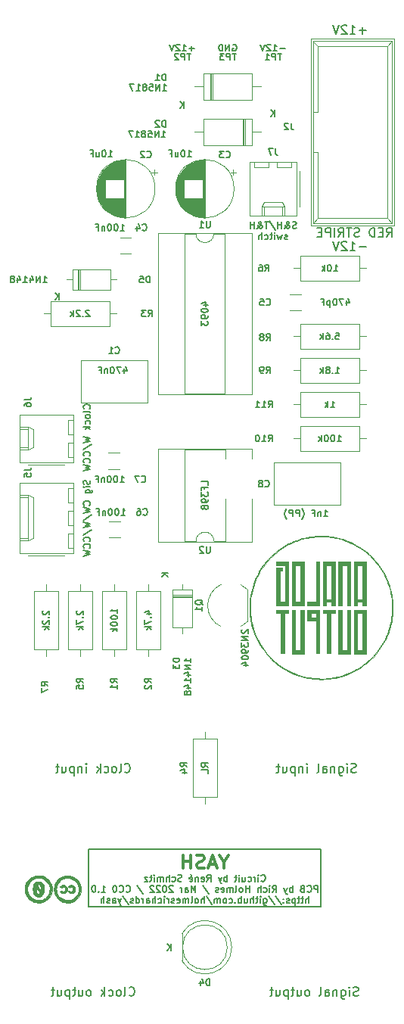
<source format=gbo>
G04 #@! TF.GenerationSoftware,KiCad,Pcbnew,6.0.4-6f826c9f35~116~ubuntu20.04.1*
G04 #@! TF.CreationDate,2022-04-20T21:19:42-04:00*
G04 #@! TF.ProjectId,yash,79617368-2e6b-4696-9361-645f70636258,rev?*
G04 #@! TF.SameCoordinates,Original*
G04 #@! TF.FileFunction,Legend,Bot*
G04 #@! TF.FilePolarity,Positive*
%FSLAX46Y46*%
G04 Gerber Fmt 4.6, Leading zero omitted, Abs format (unit mm)*
G04 Created by KiCad (PCBNEW 6.0.4-6f826c9f35~116~ubuntu20.04.1) date 2022-04-20 21:19:42*
%MOMM*%
%LPD*%
G01*
G04 APERTURE LIST*
%ADD10C,0.150000*%
%ADD11C,0.300000*%
%ADD12C,0.120000*%
%ADD13C,0.010000*%
G04 APERTURE END LIST*
D10*
X113000000Y-145500000D02*
X87000000Y-145500000D01*
X87000000Y-145500000D02*
X87000000Y-139000000D01*
X87000000Y-139000000D02*
X113000000Y-139000000D01*
X113000000Y-139000000D02*
X113000000Y-145500000D01*
D11*
X102142857Y-140464285D02*
X102142857Y-141178571D01*
X102642857Y-139678571D02*
X102142857Y-140464285D01*
X101642857Y-139678571D01*
X101214285Y-140750000D02*
X100500000Y-140750000D01*
X101357142Y-141178571D02*
X100857142Y-139678571D01*
X100357142Y-141178571D01*
X99928571Y-141107142D02*
X99714285Y-141178571D01*
X99357142Y-141178571D01*
X99214285Y-141107142D01*
X99142857Y-141035714D01*
X99071428Y-140892857D01*
X99071428Y-140750000D01*
X99142857Y-140607142D01*
X99214285Y-140535714D01*
X99357142Y-140464285D01*
X99642857Y-140392857D01*
X99785714Y-140321428D01*
X99857142Y-140250000D01*
X99928571Y-140107142D01*
X99928571Y-139964285D01*
X99857142Y-139821428D01*
X99785714Y-139750000D01*
X99642857Y-139678571D01*
X99285714Y-139678571D01*
X99071428Y-139750000D01*
X98428571Y-141178571D02*
X98428571Y-139678571D01*
X98428571Y-140392857D02*
X97571428Y-140392857D01*
X97571428Y-141178571D02*
X97571428Y-139678571D01*
D10*
X87059857Y-89748714D02*
X87095571Y-89713000D01*
X87131285Y-89605857D01*
X87131285Y-89534428D01*
X87095571Y-89427285D01*
X87024142Y-89355857D01*
X86952714Y-89320142D01*
X86809857Y-89284428D01*
X86702714Y-89284428D01*
X86559857Y-89320142D01*
X86488428Y-89355857D01*
X86417000Y-89427285D01*
X86381285Y-89534428D01*
X86381285Y-89605857D01*
X86417000Y-89713000D01*
X86452714Y-89748714D01*
X87131285Y-90177285D02*
X87095571Y-90105857D01*
X87024142Y-90070142D01*
X86381285Y-90070142D01*
X87131285Y-90570142D02*
X87095571Y-90498714D01*
X87059857Y-90463000D01*
X86988428Y-90427285D01*
X86774142Y-90427285D01*
X86702714Y-90463000D01*
X86667000Y-90498714D01*
X86631285Y-90570142D01*
X86631285Y-90677285D01*
X86667000Y-90748714D01*
X86702714Y-90784428D01*
X86774142Y-90820142D01*
X86988428Y-90820142D01*
X87059857Y-90784428D01*
X87095571Y-90748714D01*
X87131285Y-90677285D01*
X87131285Y-90570142D01*
X87095571Y-91463000D02*
X87131285Y-91391571D01*
X87131285Y-91248714D01*
X87095571Y-91177285D01*
X87059857Y-91141571D01*
X86988428Y-91105857D01*
X86774142Y-91105857D01*
X86702714Y-91141571D01*
X86667000Y-91177285D01*
X86631285Y-91248714D01*
X86631285Y-91391571D01*
X86667000Y-91463000D01*
X87131285Y-91784428D02*
X86381285Y-91784428D01*
X86845571Y-91855857D02*
X87131285Y-92070142D01*
X86631285Y-92070142D02*
X86917000Y-91784428D01*
X86381285Y-92891571D02*
X87131285Y-93070142D01*
X86595571Y-93213000D01*
X87131285Y-93355857D01*
X86381285Y-93534428D01*
X86345571Y-94355857D02*
X87309857Y-93713000D01*
X87059857Y-95034428D02*
X87095571Y-94998714D01*
X87131285Y-94891571D01*
X87131285Y-94820142D01*
X87095571Y-94713000D01*
X87024142Y-94641571D01*
X86952714Y-94605857D01*
X86809857Y-94570142D01*
X86702714Y-94570142D01*
X86559857Y-94605857D01*
X86488428Y-94641571D01*
X86417000Y-94713000D01*
X86381285Y-94820142D01*
X86381285Y-94891571D01*
X86417000Y-94998714D01*
X86452714Y-95034428D01*
X87059857Y-95784428D02*
X87095571Y-95748714D01*
X87131285Y-95641571D01*
X87131285Y-95570142D01*
X87095571Y-95463000D01*
X87024142Y-95391571D01*
X86952714Y-95355857D01*
X86809857Y-95320142D01*
X86702714Y-95320142D01*
X86559857Y-95355857D01*
X86488428Y-95391571D01*
X86417000Y-95463000D01*
X86381285Y-95570142D01*
X86381285Y-95641571D01*
X86417000Y-95748714D01*
X86452714Y-95784428D01*
X86381285Y-96034428D02*
X87131285Y-96213000D01*
X86595571Y-96355857D01*
X87131285Y-96498714D01*
X86381285Y-96677285D01*
X91500000Y-155357142D02*
X91547619Y-155404761D01*
X91690476Y-155452380D01*
X91785714Y-155452380D01*
X91928571Y-155404761D01*
X92023809Y-155309523D01*
X92071428Y-155214285D01*
X92119047Y-155023809D01*
X92119047Y-154880952D01*
X92071428Y-154690476D01*
X92023809Y-154595238D01*
X91928571Y-154500000D01*
X91785714Y-154452380D01*
X91690476Y-154452380D01*
X91547619Y-154500000D01*
X91500000Y-154547619D01*
X90928571Y-155452380D02*
X91023809Y-155404761D01*
X91071428Y-155309523D01*
X91071428Y-154452380D01*
X90404761Y-155452380D02*
X90500000Y-155404761D01*
X90547619Y-155357142D01*
X90595238Y-155261904D01*
X90595238Y-154976190D01*
X90547619Y-154880952D01*
X90500000Y-154833333D01*
X90404761Y-154785714D01*
X90261904Y-154785714D01*
X90166666Y-154833333D01*
X90119047Y-154880952D01*
X90071428Y-154976190D01*
X90071428Y-155261904D01*
X90119047Y-155357142D01*
X90166666Y-155404761D01*
X90261904Y-155452380D01*
X90404761Y-155452380D01*
X89214285Y-155404761D02*
X89309523Y-155452380D01*
X89500000Y-155452380D01*
X89595238Y-155404761D01*
X89642857Y-155357142D01*
X89690476Y-155261904D01*
X89690476Y-154976190D01*
X89642857Y-154880952D01*
X89595238Y-154833333D01*
X89500000Y-154785714D01*
X89309523Y-154785714D01*
X89214285Y-154833333D01*
X88785714Y-155452380D02*
X88785714Y-154452380D01*
X88690476Y-155071428D02*
X88404761Y-155452380D01*
X88404761Y-154785714D02*
X88785714Y-155166666D01*
X87071428Y-155452380D02*
X87166666Y-155404761D01*
X87214285Y-155357142D01*
X87261904Y-155261904D01*
X87261904Y-154976190D01*
X87214285Y-154880952D01*
X87166666Y-154833333D01*
X87071428Y-154785714D01*
X86928571Y-154785714D01*
X86833333Y-154833333D01*
X86785714Y-154880952D01*
X86738095Y-154976190D01*
X86738095Y-155261904D01*
X86785714Y-155357142D01*
X86833333Y-155404761D01*
X86928571Y-155452380D01*
X87071428Y-155452380D01*
X85880952Y-154785714D02*
X85880952Y-155452380D01*
X86309523Y-154785714D02*
X86309523Y-155309523D01*
X86261904Y-155404761D01*
X86166666Y-155452380D01*
X86023809Y-155452380D01*
X85928571Y-155404761D01*
X85880952Y-155357142D01*
X85547619Y-154785714D02*
X85166666Y-154785714D01*
X85404761Y-154452380D02*
X85404761Y-155309523D01*
X85357142Y-155404761D01*
X85261904Y-155452380D01*
X85166666Y-155452380D01*
X84833333Y-154785714D02*
X84833333Y-155785714D01*
X84833333Y-154833333D02*
X84738095Y-154785714D01*
X84547619Y-154785714D01*
X84452380Y-154833333D01*
X84404761Y-154880952D01*
X84357142Y-154976190D01*
X84357142Y-155261904D01*
X84404761Y-155357142D01*
X84452380Y-155404761D01*
X84547619Y-155452380D01*
X84738095Y-155452380D01*
X84833333Y-155404761D01*
X83500000Y-154785714D02*
X83500000Y-155452380D01*
X83928571Y-154785714D02*
X83928571Y-155309523D01*
X83880952Y-155404761D01*
X83785714Y-155452380D01*
X83642857Y-155452380D01*
X83547619Y-155404761D01*
X83500000Y-155357142D01*
X83166666Y-154785714D02*
X82785714Y-154785714D01*
X83023809Y-154452380D02*
X83023809Y-155309523D01*
X82976190Y-155404761D01*
X82880952Y-155452380D01*
X82785714Y-155452380D01*
X87095571Y-97765714D02*
X87131285Y-97872857D01*
X87131285Y-98051428D01*
X87095571Y-98122857D01*
X87059857Y-98158571D01*
X86988428Y-98194285D01*
X86917000Y-98194285D01*
X86845571Y-98158571D01*
X86809857Y-98122857D01*
X86774142Y-98051428D01*
X86738428Y-97908571D01*
X86702714Y-97837142D01*
X86667000Y-97801428D01*
X86595571Y-97765714D01*
X86524142Y-97765714D01*
X86452714Y-97801428D01*
X86417000Y-97837142D01*
X86381285Y-97908571D01*
X86381285Y-98087142D01*
X86417000Y-98194285D01*
X87131285Y-98515714D02*
X86631285Y-98515714D01*
X86381285Y-98515714D02*
X86417000Y-98480000D01*
X86452714Y-98515714D01*
X86417000Y-98551428D01*
X86381285Y-98515714D01*
X86452714Y-98515714D01*
X86631285Y-99194285D02*
X87238428Y-99194285D01*
X87309857Y-99158571D01*
X87345571Y-99122857D01*
X87381285Y-99051428D01*
X87381285Y-98944285D01*
X87345571Y-98872857D01*
X87095571Y-99194285D02*
X87131285Y-99122857D01*
X87131285Y-98980000D01*
X87095571Y-98908571D01*
X87059857Y-98872857D01*
X86988428Y-98837142D01*
X86774142Y-98837142D01*
X86702714Y-98872857D01*
X86667000Y-98908571D01*
X86631285Y-98980000D01*
X86631285Y-99122857D01*
X86667000Y-99194285D01*
X87059857Y-100551428D02*
X87095571Y-100515714D01*
X87131285Y-100408571D01*
X87131285Y-100337142D01*
X87095571Y-100230000D01*
X87024142Y-100158571D01*
X86952714Y-100122857D01*
X86809857Y-100087142D01*
X86702714Y-100087142D01*
X86559857Y-100122857D01*
X86488428Y-100158571D01*
X86417000Y-100230000D01*
X86381285Y-100337142D01*
X86381285Y-100408571D01*
X86417000Y-100515714D01*
X86452714Y-100551428D01*
X86381285Y-100801428D02*
X87131285Y-100980000D01*
X86595571Y-101122857D01*
X87131285Y-101265714D01*
X86381285Y-101444285D01*
X86345571Y-102265714D02*
X87309857Y-101622857D01*
X86381285Y-102444285D02*
X87131285Y-102622857D01*
X86595571Y-102765714D01*
X87131285Y-102908571D01*
X86381285Y-103087142D01*
X86345571Y-103908571D02*
X87309857Y-103265714D01*
X87059857Y-104587142D02*
X87095571Y-104551428D01*
X87131285Y-104444285D01*
X87131285Y-104372857D01*
X87095571Y-104265714D01*
X87024142Y-104194285D01*
X86952714Y-104158571D01*
X86809857Y-104122857D01*
X86702714Y-104122857D01*
X86559857Y-104158571D01*
X86488428Y-104194285D01*
X86417000Y-104265714D01*
X86381285Y-104372857D01*
X86381285Y-104444285D01*
X86417000Y-104551428D01*
X86452714Y-104587142D01*
X87059857Y-105337142D02*
X87095571Y-105301428D01*
X87131285Y-105194285D01*
X87131285Y-105122857D01*
X87095571Y-105015714D01*
X87024142Y-104944285D01*
X86952714Y-104908571D01*
X86809857Y-104872857D01*
X86702714Y-104872857D01*
X86559857Y-104908571D01*
X86488428Y-104944285D01*
X86417000Y-105015714D01*
X86381285Y-105122857D01*
X86381285Y-105194285D01*
X86417000Y-105301428D01*
X86452714Y-105337142D01*
X86381285Y-105587142D02*
X87131285Y-105765714D01*
X86595571Y-105908571D01*
X87131285Y-106051428D01*
X86381285Y-106230000D01*
X117154761Y-155404761D02*
X117011904Y-155452380D01*
X116773809Y-155452380D01*
X116678571Y-155404761D01*
X116630952Y-155357142D01*
X116583333Y-155261904D01*
X116583333Y-155166666D01*
X116630952Y-155071428D01*
X116678571Y-155023809D01*
X116773809Y-154976190D01*
X116964285Y-154928571D01*
X117059523Y-154880952D01*
X117107142Y-154833333D01*
X117154761Y-154738095D01*
X117154761Y-154642857D01*
X117107142Y-154547619D01*
X117059523Y-154500000D01*
X116964285Y-154452380D01*
X116726190Y-154452380D01*
X116583333Y-154500000D01*
X116154761Y-155452380D02*
X116154761Y-154785714D01*
X116154761Y-154452380D02*
X116202380Y-154500000D01*
X116154761Y-154547619D01*
X116107142Y-154500000D01*
X116154761Y-154452380D01*
X116154761Y-154547619D01*
X115250000Y-154785714D02*
X115250000Y-155595238D01*
X115297619Y-155690476D01*
X115345238Y-155738095D01*
X115440476Y-155785714D01*
X115583333Y-155785714D01*
X115678571Y-155738095D01*
X115250000Y-155404761D02*
X115345238Y-155452380D01*
X115535714Y-155452380D01*
X115630952Y-155404761D01*
X115678571Y-155357142D01*
X115726190Y-155261904D01*
X115726190Y-154976190D01*
X115678571Y-154880952D01*
X115630952Y-154833333D01*
X115535714Y-154785714D01*
X115345238Y-154785714D01*
X115250000Y-154833333D01*
X114773809Y-154785714D02*
X114773809Y-155452380D01*
X114773809Y-154880952D02*
X114726190Y-154833333D01*
X114630952Y-154785714D01*
X114488095Y-154785714D01*
X114392857Y-154833333D01*
X114345238Y-154928571D01*
X114345238Y-155452380D01*
X113440476Y-155452380D02*
X113440476Y-154928571D01*
X113488095Y-154833333D01*
X113583333Y-154785714D01*
X113773809Y-154785714D01*
X113869047Y-154833333D01*
X113440476Y-155404761D02*
X113535714Y-155452380D01*
X113773809Y-155452380D01*
X113869047Y-155404761D01*
X113916666Y-155309523D01*
X113916666Y-155214285D01*
X113869047Y-155119047D01*
X113773809Y-155071428D01*
X113535714Y-155071428D01*
X113440476Y-155023809D01*
X112821428Y-155452380D02*
X112916666Y-155404761D01*
X112964285Y-155309523D01*
X112964285Y-154452380D01*
X111535714Y-155452380D02*
X111630952Y-155404761D01*
X111678571Y-155357142D01*
X111726190Y-155261904D01*
X111726190Y-154976190D01*
X111678571Y-154880952D01*
X111630952Y-154833333D01*
X111535714Y-154785714D01*
X111392857Y-154785714D01*
X111297619Y-154833333D01*
X111250000Y-154880952D01*
X111202380Y-154976190D01*
X111202380Y-155261904D01*
X111250000Y-155357142D01*
X111297619Y-155404761D01*
X111392857Y-155452380D01*
X111535714Y-155452380D01*
X110345238Y-154785714D02*
X110345238Y-155452380D01*
X110773809Y-154785714D02*
X110773809Y-155309523D01*
X110726190Y-155404761D01*
X110630952Y-155452380D01*
X110488095Y-155452380D01*
X110392857Y-155404761D01*
X110345238Y-155357142D01*
X110011904Y-154785714D02*
X109630952Y-154785714D01*
X109869047Y-154452380D02*
X109869047Y-155309523D01*
X109821428Y-155404761D01*
X109726190Y-155452380D01*
X109630952Y-155452380D01*
X109297619Y-154785714D02*
X109297619Y-155785714D01*
X109297619Y-154833333D02*
X109202380Y-154785714D01*
X109011904Y-154785714D01*
X108916666Y-154833333D01*
X108869047Y-154880952D01*
X108821428Y-154976190D01*
X108821428Y-155261904D01*
X108869047Y-155357142D01*
X108916666Y-155404761D01*
X109011904Y-155452380D01*
X109202380Y-155452380D01*
X109297619Y-155404761D01*
X107964285Y-154785714D02*
X107964285Y-155452380D01*
X108392857Y-154785714D02*
X108392857Y-155309523D01*
X108345238Y-155404761D01*
X108250000Y-155452380D01*
X108107142Y-155452380D01*
X108011904Y-155404761D01*
X107964285Y-155357142D01*
X107630952Y-154785714D02*
X107250000Y-154785714D01*
X107488095Y-154452380D02*
X107488095Y-155309523D01*
X107440476Y-155404761D01*
X107345238Y-155452380D01*
X107250000Y-155452380D01*
X110227142Y-69548821D02*
X110120000Y-69584535D01*
X109941428Y-69584535D01*
X109870000Y-69548821D01*
X109834285Y-69513107D01*
X109798571Y-69441678D01*
X109798571Y-69370250D01*
X109834285Y-69298821D01*
X109870000Y-69263107D01*
X109941428Y-69227392D01*
X110084285Y-69191678D01*
X110155714Y-69155964D01*
X110191428Y-69120250D01*
X110227142Y-69048821D01*
X110227142Y-68977392D01*
X110191428Y-68905964D01*
X110155714Y-68870250D01*
X110084285Y-68834535D01*
X109905714Y-68834535D01*
X109798571Y-68870250D01*
X108870000Y-69584535D02*
X108905714Y-69584535D01*
X108977142Y-69548821D01*
X109084285Y-69441678D01*
X109262857Y-69227392D01*
X109334285Y-69120250D01*
X109370000Y-69013107D01*
X109370000Y-68941678D01*
X109334285Y-68870250D01*
X109262857Y-68834535D01*
X109227142Y-68834535D01*
X109155714Y-68870250D01*
X109120000Y-68941678D01*
X109120000Y-68977392D01*
X109155714Y-69048821D01*
X109191428Y-69084535D01*
X109405714Y-69227392D01*
X109441428Y-69263107D01*
X109477142Y-69334535D01*
X109477142Y-69441678D01*
X109441428Y-69513107D01*
X109405714Y-69548821D01*
X109334285Y-69584535D01*
X109227142Y-69584535D01*
X109155714Y-69548821D01*
X109120000Y-69513107D01*
X109012857Y-69370250D01*
X108977142Y-69263107D01*
X108977142Y-69191678D01*
X108548571Y-69584535D02*
X108548571Y-68834535D01*
X108548571Y-69191678D02*
X108120000Y-69191678D01*
X108120000Y-69584535D02*
X108120000Y-68834535D01*
X107227142Y-68798821D02*
X107870000Y-69763107D01*
X107084285Y-68834535D02*
X106655714Y-68834535D01*
X106870000Y-69584535D02*
X106870000Y-68834535D01*
X105798571Y-69584535D02*
X105834285Y-69584535D01*
X105905714Y-69548821D01*
X106012857Y-69441678D01*
X106191428Y-69227392D01*
X106262857Y-69120250D01*
X106298571Y-69013107D01*
X106298571Y-68941678D01*
X106262857Y-68870250D01*
X106191428Y-68834535D01*
X106155714Y-68834535D01*
X106084285Y-68870250D01*
X106048571Y-68941678D01*
X106048571Y-68977392D01*
X106084285Y-69048821D01*
X106120000Y-69084535D01*
X106334285Y-69227392D01*
X106370000Y-69263107D01*
X106405714Y-69334535D01*
X106405714Y-69441678D01*
X106370000Y-69513107D01*
X106334285Y-69548821D01*
X106262857Y-69584535D01*
X106155714Y-69584535D01*
X106084285Y-69548821D01*
X106048571Y-69513107D01*
X105941428Y-69370250D01*
X105905714Y-69263107D01*
X105905714Y-69191678D01*
X105477142Y-69584535D02*
X105477142Y-68834535D01*
X105477142Y-69191678D02*
X105048571Y-69191678D01*
X105048571Y-69584535D02*
X105048571Y-68834535D01*
X109227142Y-70756321D02*
X109155714Y-70792035D01*
X109012857Y-70792035D01*
X108941428Y-70756321D01*
X108905714Y-70684892D01*
X108905714Y-70649178D01*
X108941428Y-70577750D01*
X109012857Y-70542035D01*
X109120000Y-70542035D01*
X109191428Y-70506321D01*
X109227142Y-70434892D01*
X109227142Y-70399178D01*
X109191428Y-70327750D01*
X109120000Y-70292035D01*
X109012857Y-70292035D01*
X108941428Y-70327750D01*
X108655714Y-70292035D02*
X108512857Y-70792035D01*
X108370000Y-70434892D01*
X108227142Y-70792035D01*
X108084285Y-70292035D01*
X107798571Y-70792035D02*
X107798571Y-70292035D01*
X107798571Y-70042035D02*
X107834285Y-70077750D01*
X107798571Y-70113464D01*
X107762857Y-70077750D01*
X107798571Y-70042035D01*
X107798571Y-70113464D01*
X107548571Y-70292035D02*
X107262857Y-70292035D01*
X107441428Y-70042035D02*
X107441428Y-70684892D01*
X107405714Y-70756321D01*
X107334285Y-70792035D01*
X107262857Y-70792035D01*
X106691428Y-70756321D02*
X106762857Y-70792035D01*
X106905714Y-70792035D01*
X106977142Y-70756321D01*
X107012857Y-70720607D01*
X107048571Y-70649178D01*
X107048571Y-70434892D01*
X107012857Y-70363464D01*
X106977142Y-70327750D01*
X106905714Y-70292035D01*
X106762857Y-70292035D01*
X106691428Y-70327750D01*
X106370000Y-70792035D02*
X106370000Y-70042035D01*
X106048571Y-70792035D02*
X106048571Y-70399178D01*
X106084285Y-70327750D01*
X106155714Y-70292035D01*
X106262857Y-70292035D01*
X106334285Y-70327750D01*
X106370000Y-70363464D01*
X106285714Y-142560357D02*
X106321428Y-142596071D01*
X106428571Y-142631785D01*
X106500000Y-142631785D01*
X106607142Y-142596071D01*
X106678571Y-142524642D01*
X106714285Y-142453214D01*
X106750000Y-142310357D01*
X106750000Y-142203214D01*
X106714285Y-142060357D01*
X106678571Y-141988928D01*
X106607142Y-141917500D01*
X106500000Y-141881785D01*
X106428571Y-141881785D01*
X106321428Y-141917500D01*
X106285714Y-141953214D01*
X105964285Y-142631785D02*
X105964285Y-142131785D01*
X105964285Y-141881785D02*
X106000000Y-141917500D01*
X105964285Y-141953214D01*
X105928571Y-141917500D01*
X105964285Y-141881785D01*
X105964285Y-141953214D01*
X105607142Y-142631785D02*
X105607142Y-142131785D01*
X105607142Y-142274642D02*
X105571428Y-142203214D01*
X105535714Y-142167500D01*
X105464285Y-142131785D01*
X105392857Y-142131785D01*
X104821428Y-142596071D02*
X104892857Y-142631785D01*
X105035714Y-142631785D01*
X105107142Y-142596071D01*
X105142857Y-142560357D01*
X105178571Y-142488928D01*
X105178571Y-142274642D01*
X105142857Y-142203214D01*
X105107142Y-142167500D01*
X105035714Y-142131785D01*
X104892857Y-142131785D01*
X104821428Y-142167500D01*
X104178571Y-142131785D02*
X104178571Y-142631785D01*
X104500000Y-142131785D02*
X104500000Y-142524642D01*
X104464285Y-142596071D01*
X104392857Y-142631785D01*
X104285714Y-142631785D01*
X104214285Y-142596071D01*
X104178571Y-142560357D01*
X103821428Y-142631785D02*
X103821428Y-142131785D01*
X103821428Y-141881785D02*
X103857142Y-141917500D01*
X103821428Y-141953214D01*
X103785714Y-141917500D01*
X103821428Y-141881785D01*
X103821428Y-141953214D01*
X103571428Y-142131785D02*
X103285714Y-142131785D01*
X103464285Y-141881785D02*
X103464285Y-142524642D01*
X103428571Y-142596071D01*
X103357142Y-142631785D01*
X103285714Y-142631785D01*
X102464285Y-142631785D02*
X102464285Y-141881785D01*
X102464285Y-142167500D02*
X102392857Y-142131785D01*
X102250000Y-142131785D01*
X102178571Y-142167500D01*
X102142857Y-142203214D01*
X102107142Y-142274642D01*
X102107142Y-142488928D01*
X102142857Y-142560357D01*
X102178571Y-142596071D01*
X102250000Y-142631785D01*
X102392857Y-142631785D01*
X102464285Y-142596071D01*
X101857142Y-142131785D02*
X101678571Y-142631785D01*
X101500000Y-142131785D02*
X101678571Y-142631785D01*
X101750000Y-142810357D01*
X101785714Y-142846071D01*
X101857142Y-142881785D01*
X100214285Y-142631785D02*
X100464285Y-142274642D01*
X100642857Y-142631785D02*
X100642857Y-141881785D01*
X100357142Y-141881785D01*
X100285714Y-141917500D01*
X100250000Y-141953214D01*
X100214285Y-142024642D01*
X100214285Y-142131785D01*
X100250000Y-142203214D01*
X100285714Y-142238928D01*
X100357142Y-142274642D01*
X100642857Y-142274642D01*
X99607142Y-142596071D02*
X99678571Y-142631785D01*
X99821428Y-142631785D01*
X99892857Y-142596071D01*
X99928571Y-142524642D01*
X99928571Y-142238928D01*
X99892857Y-142167500D01*
X99821428Y-142131785D01*
X99678571Y-142131785D01*
X99607142Y-142167500D01*
X99571428Y-142238928D01*
X99571428Y-142310357D01*
X99928571Y-142381785D01*
X99250000Y-142131785D02*
X99250000Y-142631785D01*
X99250000Y-142203214D02*
X99214285Y-142167500D01*
X99142857Y-142131785D01*
X99035714Y-142131785D01*
X98964285Y-142167500D01*
X98928571Y-142238928D01*
X98928571Y-142631785D01*
X98285714Y-142596071D02*
X98357142Y-142631785D01*
X98500000Y-142631785D01*
X98571428Y-142596071D01*
X98607142Y-142524642D01*
X98607142Y-142238928D01*
X98571428Y-142167500D01*
X98500000Y-142131785D01*
X98357142Y-142131785D01*
X98285714Y-142167500D01*
X98250000Y-142238928D01*
X98250000Y-142310357D01*
X98607142Y-142381785D01*
X98357142Y-141846071D02*
X98464285Y-141953214D01*
X97392857Y-142596071D02*
X97285714Y-142631785D01*
X97107142Y-142631785D01*
X97035714Y-142596071D01*
X97000000Y-142560357D01*
X96964285Y-142488928D01*
X96964285Y-142417500D01*
X97000000Y-142346071D01*
X97035714Y-142310357D01*
X97107142Y-142274642D01*
X97250000Y-142238928D01*
X97321428Y-142203214D01*
X97357142Y-142167500D01*
X97392857Y-142096071D01*
X97392857Y-142024642D01*
X97357142Y-141953214D01*
X97321428Y-141917500D01*
X97250000Y-141881785D01*
X97071428Y-141881785D01*
X96964285Y-141917500D01*
X96321428Y-142596071D02*
X96392857Y-142631785D01*
X96535714Y-142631785D01*
X96607142Y-142596071D01*
X96642857Y-142560357D01*
X96678571Y-142488928D01*
X96678571Y-142274642D01*
X96642857Y-142203214D01*
X96607142Y-142167500D01*
X96535714Y-142131785D01*
X96392857Y-142131785D01*
X96321428Y-142167500D01*
X96000000Y-142631785D02*
X96000000Y-141881785D01*
X95678571Y-142631785D02*
X95678571Y-142238928D01*
X95714285Y-142167500D01*
X95785714Y-142131785D01*
X95892857Y-142131785D01*
X95964285Y-142167500D01*
X96000000Y-142203214D01*
X95321428Y-142631785D02*
X95321428Y-142131785D01*
X95321428Y-142203214D02*
X95285714Y-142167500D01*
X95214285Y-142131785D01*
X95107142Y-142131785D01*
X95035714Y-142167500D01*
X95000000Y-142238928D01*
X95000000Y-142631785D01*
X95000000Y-142238928D02*
X94964285Y-142167500D01*
X94892857Y-142131785D01*
X94785714Y-142131785D01*
X94714285Y-142167500D01*
X94678571Y-142238928D01*
X94678571Y-142631785D01*
X94321428Y-142631785D02*
X94321428Y-142131785D01*
X94321428Y-141881785D02*
X94357142Y-141917500D01*
X94321428Y-141953214D01*
X94285714Y-141917500D01*
X94321428Y-141881785D01*
X94321428Y-141953214D01*
X94071428Y-142131785D02*
X93785714Y-142131785D01*
X93964285Y-141881785D02*
X93964285Y-142524642D01*
X93928571Y-142596071D01*
X93857142Y-142631785D01*
X93785714Y-142631785D01*
X93607142Y-142131785D02*
X93214285Y-142131785D01*
X93607142Y-142631785D01*
X93214285Y-142631785D01*
X112625000Y-143839285D02*
X112625000Y-143089285D01*
X112339285Y-143089285D01*
X112267857Y-143125000D01*
X112232142Y-143160714D01*
X112196428Y-143232142D01*
X112196428Y-143339285D01*
X112232142Y-143410714D01*
X112267857Y-143446428D01*
X112339285Y-143482142D01*
X112625000Y-143482142D01*
X111446428Y-143767857D02*
X111482142Y-143803571D01*
X111589285Y-143839285D01*
X111660714Y-143839285D01*
X111767857Y-143803571D01*
X111839285Y-143732142D01*
X111875000Y-143660714D01*
X111910714Y-143517857D01*
X111910714Y-143410714D01*
X111875000Y-143267857D01*
X111839285Y-143196428D01*
X111767857Y-143125000D01*
X111660714Y-143089285D01*
X111589285Y-143089285D01*
X111482142Y-143125000D01*
X111446428Y-143160714D01*
X110875000Y-143446428D02*
X110767857Y-143482142D01*
X110732142Y-143517857D01*
X110696428Y-143589285D01*
X110696428Y-143696428D01*
X110732142Y-143767857D01*
X110767857Y-143803571D01*
X110839285Y-143839285D01*
X111125000Y-143839285D01*
X111125000Y-143089285D01*
X110875000Y-143089285D01*
X110803571Y-143125000D01*
X110767857Y-143160714D01*
X110732142Y-143232142D01*
X110732142Y-143303571D01*
X110767857Y-143375000D01*
X110803571Y-143410714D01*
X110875000Y-143446428D01*
X111125000Y-143446428D01*
X109803571Y-143839285D02*
X109803571Y-143089285D01*
X109803571Y-143375000D02*
X109732142Y-143339285D01*
X109589285Y-143339285D01*
X109517857Y-143375000D01*
X109482142Y-143410714D01*
X109446428Y-143482142D01*
X109446428Y-143696428D01*
X109482142Y-143767857D01*
X109517857Y-143803571D01*
X109589285Y-143839285D01*
X109732142Y-143839285D01*
X109803571Y-143803571D01*
X109196428Y-143339285D02*
X109017857Y-143839285D01*
X108839285Y-143339285D02*
X109017857Y-143839285D01*
X109089285Y-144017857D01*
X109125000Y-144053571D01*
X109196428Y-144089285D01*
X107553571Y-143839285D02*
X107803571Y-143482142D01*
X107982142Y-143839285D02*
X107982142Y-143089285D01*
X107696428Y-143089285D01*
X107625000Y-143125000D01*
X107589285Y-143160714D01*
X107553571Y-143232142D01*
X107553571Y-143339285D01*
X107589285Y-143410714D01*
X107625000Y-143446428D01*
X107696428Y-143482142D01*
X107982142Y-143482142D01*
X107232142Y-143839285D02*
X107232142Y-143339285D01*
X107232142Y-143089285D02*
X107267857Y-143125000D01*
X107232142Y-143160714D01*
X107196428Y-143125000D01*
X107232142Y-143089285D01*
X107232142Y-143160714D01*
X106553571Y-143803571D02*
X106625000Y-143839285D01*
X106767857Y-143839285D01*
X106839285Y-143803571D01*
X106875000Y-143767857D01*
X106910714Y-143696428D01*
X106910714Y-143482142D01*
X106875000Y-143410714D01*
X106839285Y-143375000D01*
X106767857Y-143339285D01*
X106625000Y-143339285D01*
X106553571Y-143375000D01*
X106232142Y-143839285D02*
X106232142Y-143089285D01*
X105910714Y-143839285D02*
X105910714Y-143446428D01*
X105946428Y-143375000D01*
X106017857Y-143339285D01*
X106125000Y-143339285D01*
X106196428Y-143375000D01*
X106232142Y-143410714D01*
X104982142Y-143839285D02*
X104982142Y-143089285D01*
X104982142Y-143446428D02*
X104553571Y-143446428D01*
X104553571Y-143839285D02*
X104553571Y-143089285D01*
X104089285Y-143839285D02*
X104160714Y-143803571D01*
X104196428Y-143767857D01*
X104232142Y-143696428D01*
X104232142Y-143482142D01*
X104196428Y-143410714D01*
X104160714Y-143375000D01*
X104089285Y-143339285D01*
X103982142Y-143339285D01*
X103910714Y-143375000D01*
X103875000Y-143410714D01*
X103839285Y-143482142D01*
X103839285Y-143696428D01*
X103875000Y-143767857D01*
X103910714Y-143803571D01*
X103982142Y-143839285D01*
X104089285Y-143839285D01*
X103410714Y-143839285D02*
X103482142Y-143803571D01*
X103517857Y-143732142D01*
X103517857Y-143089285D01*
X103125000Y-143839285D02*
X103125000Y-143339285D01*
X103125000Y-143410714D02*
X103089285Y-143375000D01*
X103017857Y-143339285D01*
X102910714Y-143339285D01*
X102839285Y-143375000D01*
X102803571Y-143446428D01*
X102803571Y-143839285D01*
X102803571Y-143446428D02*
X102767857Y-143375000D01*
X102696428Y-143339285D01*
X102589285Y-143339285D01*
X102517857Y-143375000D01*
X102482142Y-143446428D01*
X102482142Y-143839285D01*
X101839285Y-143803571D02*
X101910714Y-143839285D01*
X102053571Y-143839285D01*
X102125000Y-143803571D01*
X102160714Y-143732142D01*
X102160714Y-143446428D01*
X102125000Y-143375000D01*
X102053571Y-143339285D01*
X101910714Y-143339285D01*
X101839285Y-143375000D01*
X101803571Y-143446428D01*
X101803571Y-143517857D01*
X102160714Y-143589285D01*
X101517857Y-143803571D02*
X101446428Y-143839285D01*
X101303571Y-143839285D01*
X101232142Y-143803571D01*
X101196428Y-143732142D01*
X101196428Y-143696428D01*
X101232142Y-143625000D01*
X101303571Y-143589285D01*
X101410714Y-143589285D01*
X101482142Y-143553571D01*
X101517857Y-143482142D01*
X101517857Y-143446428D01*
X101482142Y-143375000D01*
X101410714Y-143339285D01*
X101303571Y-143339285D01*
X101232142Y-143375000D01*
X99767857Y-143053571D02*
X100410714Y-144017857D01*
X98946428Y-143839285D02*
X98946428Y-143089285D01*
X98696428Y-143625000D01*
X98446428Y-143089285D01*
X98446428Y-143839285D01*
X97767857Y-143839285D02*
X97767857Y-143446428D01*
X97803571Y-143375000D01*
X97875000Y-143339285D01*
X98017857Y-143339285D01*
X98089285Y-143375000D01*
X97767857Y-143803571D02*
X97839285Y-143839285D01*
X98017857Y-143839285D01*
X98089285Y-143803571D01*
X98125000Y-143732142D01*
X98125000Y-143660714D01*
X98089285Y-143589285D01*
X98017857Y-143553571D01*
X97839285Y-143553571D01*
X97767857Y-143517857D01*
X97410714Y-143839285D02*
X97410714Y-143339285D01*
X97410714Y-143482142D02*
X97375000Y-143410714D01*
X97339285Y-143375000D01*
X97267857Y-143339285D01*
X97196428Y-143339285D01*
X96410714Y-143160714D02*
X96375000Y-143125000D01*
X96303571Y-143089285D01*
X96125000Y-143089285D01*
X96053571Y-143125000D01*
X96017857Y-143160714D01*
X95982142Y-143232142D01*
X95982142Y-143303571D01*
X96017857Y-143410714D01*
X96446428Y-143839285D01*
X95982142Y-143839285D01*
X95517857Y-143089285D02*
X95446428Y-143089285D01*
X95375000Y-143125000D01*
X95339285Y-143160714D01*
X95303571Y-143232142D01*
X95267857Y-143375000D01*
X95267857Y-143553571D01*
X95303571Y-143696428D01*
X95339285Y-143767857D01*
X95375000Y-143803571D01*
X95446428Y-143839285D01*
X95517857Y-143839285D01*
X95589285Y-143803571D01*
X95625000Y-143767857D01*
X95660714Y-143696428D01*
X95696428Y-143553571D01*
X95696428Y-143375000D01*
X95660714Y-143232142D01*
X95625000Y-143160714D01*
X95589285Y-143125000D01*
X95517857Y-143089285D01*
X94982142Y-143160714D02*
X94946428Y-143125000D01*
X94875000Y-143089285D01*
X94696428Y-143089285D01*
X94625000Y-143125000D01*
X94589285Y-143160714D01*
X94553571Y-143232142D01*
X94553571Y-143303571D01*
X94589285Y-143410714D01*
X95017857Y-143839285D01*
X94553571Y-143839285D01*
X94267857Y-143160714D02*
X94232142Y-143125000D01*
X94160714Y-143089285D01*
X93982142Y-143089285D01*
X93910714Y-143125000D01*
X93875000Y-143160714D01*
X93839285Y-143232142D01*
X93839285Y-143303571D01*
X93875000Y-143410714D01*
X94303571Y-143839285D01*
X93839285Y-143839285D01*
X92410714Y-143053571D02*
X93053571Y-144017857D01*
X91160714Y-143767857D02*
X91196428Y-143803571D01*
X91303571Y-143839285D01*
X91375000Y-143839285D01*
X91482142Y-143803571D01*
X91553571Y-143732142D01*
X91589285Y-143660714D01*
X91625000Y-143517857D01*
X91625000Y-143410714D01*
X91589285Y-143267857D01*
X91553571Y-143196428D01*
X91482142Y-143125000D01*
X91375000Y-143089285D01*
X91303571Y-143089285D01*
X91196428Y-143125000D01*
X91160714Y-143160714D01*
X90410714Y-143767857D02*
X90446428Y-143803571D01*
X90553571Y-143839285D01*
X90625000Y-143839285D01*
X90732142Y-143803571D01*
X90803571Y-143732142D01*
X90839285Y-143660714D01*
X90875000Y-143517857D01*
X90875000Y-143410714D01*
X90839285Y-143267857D01*
X90803571Y-143196428D01*
X90732142Y-143125000D01*
X90625000Y-143089285D01*
X90553571Y-143089285D01*
X90446428Y-143125000D01*
X90410714Y-143160714D01*
X89946428Y-143089285D02*
X89875000Y-143089285D01*
X89803571Y-143125000D01*
X89767857Y-143160714D01*
X89732142Y-143232142D01*
X89696428Y-143375000D01*
X89696428Y-143553571D01*
X89732142Y-143696428D01*
X89767857Y-143767857D01*
X89803571Y-143803571D01*
X89875000Y-143839285D01*
X89946428Y-143839285D01*
X90017857Y-143803571D01*
X90053571Y-143767857D01*
X90089285Y-143696428D01*
X90125000Y-143553571D01*
X90125000Y-143375000D01*
X90089285Y-143232142D01*
X90053571Y-143160714D01*
X90017857Y-143125000D01*
X89946428Y-143089285D01*
X88410714Y-143839285D02*
X88839285Y-143839285D01*
X88625000Y-143839285D02*
X88625000Y-143089285D01*
X88696428Y-143196428D01*
X88767857Y-143267857D01*
X88839285Y-143303571D01*
X88089285Y-143767857D02*
X88053571Y-143803571D01*
X88089285Y-143839285D01*
X88125000Y-143803571D01*
X88089285Y-143767857D01*
X88089285Y-143839285D01*
X87589285Y-143089285D02*
X87517857Y-143089285D01*
X87446428Y-143125000D01*
X87410714Y-143160714D01*
X87375000Y-143232142D01*
X87339285Y-143375000D01*
X87339285Y-143553571D01*
X87375000Y-143696428D01*
X87410714Y-143767857D01*
X87446428Y-143803571D01*
X87517857Y-143839285D01*
X87589285Y-143839285D01*
X87660714Y-143803571D01*
X87696428Y-143767857D01*
X87732142Y-143696428D01*
X87767857Y-143553571D01*
X87767857Y-143375000D01*
X87732142Y-143232142D01*
X87696428Y-143160714D01*
X87660714Y-143125000D01*
X87589285Y-143089285D01*
X111625000Y-145046785D02*
X111625000Y-144296785D01*
X111303571Y-145046785D02*
X111303571Y-144653928D01*
X111339285Y-144582500D01*
X111410714Y-144546785D01*
X111517857Y-144546785D01*
X111589285Y-144582500D01*
X111625000Y-144618214D01*
X111053571Y-144546785D02*
X110767857Y-144546785D01*
X110946428Y-144296785D02*
X110946428Y-144939642D01*
X110910714Y-145011071D01*
X110839285Y-145046785D01*
X110767857Y-145046785D01*
X110625000Y-144546785D02*
X110339285Y-144546785D01*
X110517857Y-144296785D02*
X110517857Y-144939642D01*
X110482142Y-145011071D01*
X110410714Y-145046785D01*
X110339285Y-145046785D01*
X110089285Y-144546785D02*
X110089285Y-145296785D01*
X110089285Y-144582500D02*
X110017857Y-144546785D01*
X109875000Y-144546785D01*
X109803571Y-144582500D01*
X109767857Y-144618214D01*
X109732142Y-144689642D01*
X109732142Y-144903928D01*
X109767857Y-144975357D01*
X109803571Y-145011071D01*
X109875000Y-145046785D01*
X110017857Y-145046785D01*
X110089285Y-145011071D01*
X109446428Y-145011071D02*
X109375000Y-145046785D01*
X109232142Y-145046785D01*
X109160714Y-145011071D01*
X109125000Y-144939642D01*
X109125000Y-144903928D01*
X109160714Y-144832500D01*
X109232142Y-144796785D01*
X109339285Y-144796785D01*
X109410714Y-144761071D01*
X109446428Y-144689642D01*
X109446428Y-144653928D01*
X109410714Y-144582500D01*
X109339285Y-144546785D01*
X109232142Y-144546785D01*
X109160714Y-144582500D01*
X108803571Y-144975357D02*
X108767857Y-145011071D01*
X108803571Y-145046785D01*
X108839285Y-145011071D01*
X108803571Y-144975357D01*
X108803571Y-145046785D01*
X108803571Y-144582500D02*
X108767857Y-144618214D01*
X108803571Y-144653928D01*
X108839285Y-144618214D01*
X108803571Y-144582500D01*
X108803571Y-144653928D01*
X107910714Y-144261071D02*
X108553571Y-145225357D01*
X107125000Y-144261071D02*
X107767857Y-145225357D01*
X106553571Y-144546785D02*
X106553571Y-145153928D01*
X106589285Y-145225357D01*
X106625000Y-145261071D01*
X106696428Y-145296785D01*
X106803571Y-145296785D01*
X106875000Y-145261071D01*
X106553571Y-145011071D02*
X106625000Y-145046785D01*
X106767857Y-145046785D01*
X106839285Y-145011071D01*
X106875000Y-144975357D01*
X106910714Y-144903928D01*
X106910714Y-144689642D01*
X106875000Y-144618214D01*
X106839285Y-144582500D01*
X106767857Y-144546785D01*
X106625000Y-144546785D01*
X106553571Y-144582500D01*
X106196428Y-145046785D02*
X106196428Y-144546785D01*
X106196428Y-144296785D02*
X106232142Y-144332500D01*
X106196428Y-144368214D01*
X106160714Y-144332500D01*
X106196428Y-144296785D01*
X106196428Y-144368214D01*
X105946428Y-144546785D02*
X105660714Y-144546785D01*
X105839285Y-144296785D02*
X105839285Y-144939642D01*
X105803571Y-145011071D01*
X105732142Y-145046785D01*
X105660714Y-145046785D01*
X105410714Y-145046785D02*
X105410714Y-144296785D01*
X105089285Y-145046785D02*
X105089285Y-144653928D01*
X105125000Y-144582500D01*
X105196428Y-144546785D01*
X105303571Y-144546785D01*
X105375000Y-144582500D01*
X105410714Y-144618214D01*
X104410714Y-144546785D02*
X104410714Y-145046785D01*
X104732142Y-144546785D02*
X104732142Y-144939642D01*
X104696428Y-145011071D01*
X104625000Y-145046785D01*
X104517857Y-145046785D01*
X104446428Y-145011071D01*
X104410714Y-144975357D01*
X104053571Y-145046785D02*
X104053571Y-144296785D01*
X104053571Y-144582500D02*
X103982142Y-144546785D01*
X103839285Y-144546785D01*
X103767857Y-144582500D01*
X103732142Y-144618214D01*
X103696428Y-144689642D01*
X103696428Y-144903928D01*
X103732142Y-144975357D01*
X103767857Y-145011071D01*
X103839285Y-145046785D01*
X103982142Y-145046785D01*
X104053571Y-145011071D01*
X103375000Y-144975357D02*
X103339285Y-145011071D01*
X103375000Y-145046785D01*
X103410714Y-145011071D01*
X103375000Y-144975357D01*
X103375000Y-145046785D01*
X102696428Y-145011071D02*
X102767857Y-145046785D01*
X102910714Y-145046785D01*
X102982142Y-145011071D01*
X103017857Y-144975357D01*
X103053571Y-144903928D01*
X103053571Y-144689642D01*
X103017857Y-144618214D01*
X102982142Y-144582500D01*
X102910714Y-144546785D01*
X102767857Y-144546785D01*
X102696428Y-144582500D01*
X102267857Y-145046785D02*
X102339285Y-145011071D01*
X102375000Y-144975357D01*
X102410714Y-144903928D01*
X102410714Y-144689642D01*
X102375000Y-144618214D01*
X102339285Y-144582500D01*
X102267857Y-144546785D01*
X102160714Y-144546785D01*
X102089285Y-144582500D01*
X102053571Y-144618214D01*
X102017857Y-144689642D01*
X102017857Y-144903928D01*
X102053571Y-144975357D01*
X102089285Y-145011071D01*
X102160714Y-145046785D01*
X102267857Y-145046785D01*
X101696428Y-145046785D02*
X101696428Y-144546785D01*
X101696428Y-144618214D02*
X101660714Y-144582500D01*
X101589285Y-144546785D01*
X101482142Y-144546785D01*
X101410714Y-144582500D01*
X101375000Y-144653928D01*
X101375000Y-145046785D01*
X101375000Y-144653928D02*
X101339285Y-144582500D01*
X101267857Y-144546785D01*
X101160714Y-144546785D01*
X101089285Y-144582500D01*
X101053571Y-144653928D01*
X101053571Y-145046785D01*
X100160714Y-144261071D02*
X100803571Y-145225357D01*
X99910714Y-145046785D02*
X99910714Y-144296785D01*
X99589285Y-145046785D02*
X99589285Y-144653928D01*
X99625000Y-144582500D01*
X99696428Y-144546785D01*
X99803571Y-144546785D01*
X99875000Y-144582500D01*
X99910714Y-144618214D01*
X99125000Y-145046785D02*
X99196428Y-145011071D01*
X99232142Y-144975357D01*
X99267857Y-144903928D01*
X99267857Y-144689642D01*
X99232142Y-144618214D01*
X99196428Y-144582500D01*
X99125000Y-144546785D01*
X99017857Y-144546785D01*
X98946428Y-144582500D01*
X98910714Y-144618214D01*
X98875000Y-144689642D01*
X98875000Y-144903928D01*
X98910714Y-144975357D01*
X98946428Y-145011071D01*
X99017857Y-145046785D01*
X99125000Y-145046785D01*
X98446428Y-145046785D02*
X98517857Y-145011071D01*
X98553571Y-144939642D01*
X98553571Y-144296785D01*
X98160714Y-145046785D02*
X98160714Y-144546785D01*
X98160714Y-144618214D02*
X98124999Y-144582500D01*
X98053571Y-144546785D01*
X97946428Y-144546785D01*
X97874999Y-144582500D01*
X97839285Y-144653928D01*
X97839285Y-145046785D01*
X97839285Y-144653928D02*
X97803571Y-144582500D01*
X97732142Y-144546785D01*
X97624999Y-144546785D01*
X97553571Y-144582500D01*
X97517857Y-144653928D01*
X97517857Y-145046785D01*
X96874999Y-145011071D02*
X96946428Y-145046785D01*
X97089285Y-145046785D01*
X97160714Y-145011071D01*
X97196428Y-144939642D01*
X97196428Y-144653928D01*
X97160714Y-144582500D01*
X97089285Y-144546785D01*
X96946428Y-144546785D01*
X96874999Y-144582500D01*
X96839285Y-144653928D01*
X96839285Y-144725357D01*
X97196428Y-144796785D01*
X96553571Y-145011071D02*
X96482142Y-145046785D01*
X96339285Y-145046785D01*
X96267857Y-145011071D01*
X96232142Y-144939642D01*
X96232142Y-144903928D01*
X96267857Y-144832500D01*
X96339285Y-144796785D01*
X96446428Y-144796785D01*
X96517857Y-144761071D01*
X96553571Y-144689642D01*
X96553571Y-144653928D01*
X96517857Y-144582500D01*
X96446428Y-144546785D01*
X96339285Y-144546785D01*
X96267857Y-144582500D01*
X95910714Y-145046785D02*
X95910714Y-144546785D01*
X95910714Y-144689642D02*
X95874999Y-144618214D01*
X95839285Y-144582500D01*
X95767857Y-144546785D01*
X95696428Y-144546785D01*
X95446428Y-145046785D02*
X95446428Y-144546785D01*
X95446428Y-144296785D02*
X95482142Y-144332500D01*
X95446428Y-144368214D01*
X95410714Y-144332500D01*
X95446428Y-144296785D01*
X95446428Y-144368214D01*
X94767857Y-145011071D02*
X94839285Y-145046785D01*
X94982142Y-145046785D01*
X95053571Y-145011071D01*
X95089285Y-144975357D01*
X95124999Y-144903928D01*
X95124999Y-144689642D01*
X95089285Y-144618214D01*
X95053571Y-144582500D01*
X94982142Y-144546785D01*
X94839285Y-144546785D01*
X94767857Y-144582500D01*
X94446428Y-145046785D02*
X94446428Y-144296785D01*
X94124999Y-145046785D02*
X94124999Y-144653928D01*
X94160714Y-144582500D01*
X94232142Y-144546785D01*
X94339285Y-144546785D01*
X94410714Y-144582500D01*
X94446428Y-144618214D01*
X93446428Y-145046785D02*
X93446428Y-144653928D01*
X93482142Y-144582500D01*
X93553571Y-144546785D01*
X93696428Y-144546785D01*
X93767857Y-144582500D01*
X93446428Y-145011071D02*
X93517857Y-145046785D01*
X93696428Y-145046785D01*
X93767857Y-145011071D01*
X93803571Y-144939642D01*
X93803571Y-144868214D01*
X93767857Y-144796785D01*
X93696428Y-144761071D01*
X93517857Y-144761071D01*
X93446428Y-144725357D01*
X93089285Y-145046785D02*
X93089285Y-144546785D01*
X93089285Y-144689642D02*
X93053571Y-144618214D01*
X93017857Y-144582500D01*
X92946428Y-144546785D01*
X92874999Y-144546785D01*
X92303571Y-145046785D02*
X92303571Y-144296785D01*
X92303571Y-145011071D02*
X92374999Y-145046785D01*
X92517857Y-145046785D01*
X92589285Y-145011071D01*
X92624999Y-144975357D01*
X92660714Y-144903928D01*
X92660714Y-144689642D01*
X92624999Y-144618214D01*
X92589285Y-144582500D01*
X92517857Y-144546785D01*
X92374999Y-144546785D01*
X92303571Y-144582500D01*
X91982142Y-145011071D02*
X91910714Y-145046785D01*
X91767857Y-145046785D01*
X91696428Y-145011071D01*
X91660714Y-144939642D01*
X91660714Y-144903928D01*
X91696428Y-144832500D01*
X91767857Y-144796785D01*
X91874999Y-144796785D01*
X91946428Y-144761071D01*
X91982142Y-144689642D01*
X91982142Y-144653928D01*
X91946428Y-144582500D01*
X91874999Y-144546785D01*
X91767857Y-144546785D01*
X91696428Y-144582500D01*
X90803571Y-144261071D02*
X91446428Y-145225357D01*
X90624999Y-144546785D02*
X90446428Y-145046785D01*
X90267857Y-144546785D02*
X90446428Y-145046785D01*
X90517857Y-145225357D01*
X90553571Y-145261071D01*
X90624999Y-145296785D01*
X89660714Y-145046785D02*
X89660714Y-144653928D01*
X89696428Y-144582500D01*
X89767857Y-144546785D01*
X89910714Y-144546785D01*
X89982142Y-144582500D01*
X89660714Y-145011071D02*
X89732142Y-145046785D01*
X89910714Y-145046785D01*
X89982142Y-145011071D01*
X90017857Y-144939642D01*
X90017857Y-144868214D01*
X89982142Y-144796785D01*
X89910714Y-144761071D01*
X89732142Y-144761071D01*
X89660714Y-144725357D01*
X89339285Y-145011071D02*
X89267857Y-145046785D01*
X89124999Y-145046785D01*
X89053571Y-145011071D01*
X89017857Y-144939642D01*
X89017857Y-144903928D01*
X89053571Y-144832500D01*
X89124999Y-144796785D01*
X89232142Y-144796785D01*
X89303571Y-144761071D01*
X89339285Y-144689642D01*
X89339285Y-144653928D01*
X89303571Y-144582500D01*
X89232142Y-144546785D01*
X89124999Y-144546785D01*
X89053571Y-144582500D01*
X88696428Y-145046785D02*
X88696428Y-144296785D01*
X88374999Y-145046785D02*
X88374999Y-144653928D01*
X88410714Y-144582500D01*
X88482142Y-144546785D01*
X88589285Y-144546785D01*
X88660714Y-144582500D01*
X88696428Y-144618214D01*
X116904761Y-130404761D02*
X116761904Y-130452380D01*
X116523809Y-130452380D01*
X116428571Y-130404761D01*
X116380952Y-130357142D01*
X116333333Y-130261904D01*
X116333333Y-130166666D01*
X116380952Y-130071428D01*
X116428571Y-130023809D01*
X116523809Y-129976190D01*
X116714285Y-129928571D01*
X116809523Y-129880952D01*
X116857142Y-129833333D01*
X116904761Y-129738095D01*
X116904761Y-129642857D01*
X116857142Y-129547619D01*
X116809523Y-129500000D01*
X116714285Y-129452380D01*
X116476190Y-129452380D01*
X116333333Y-129500000D01*
X115904761Y-130452380D02*
X115904761Y-129785714D01*
X115904761Y-129452380D02*
X115952380Y-129500000D01*
X115904761Y-129547619D01*
X115857142Y-129500000D01*
X115904761Y-129452380D01*
X115904761Y-129547619D01*
X115000000Y-129785714D02*
X115000000Y-130595238D01*
X115047619Y-130690476D01*
X115095238Y-130738095D01*
X115190476Y-130785714D01*
X115333333Y-130785714D01*
X115428571Y-130738095D01*
X115000000Y-130404761D02*
X115095238Y-130452380D01*
X115285714Y-130452380D01*
X115380952Y-130404761D01*
X115428571Y-130357142D01*
X115476190Y-130261904D01*
X115476190Y-129976190D01*
X115428571Y-129880952D01*
X115380952Y-129833333D01*
X115285714Y-129785714D01*
X115095238Y-129785714D01*
X115000000Y-129833333D01*
X114523809Y-129785714D02*
X114523809Y-130452380D01*
X114523809Y-129880952D02*
X114476190Y-129833333D01*
X114380952Y-129785714D01*
X114238095Y-129785714D01*
X114142857Y-129833333D01*
X114095238Y-129928571D01*
X114095238Y-130452380D01*
X113190476Y-130452380D02*
X113190476Y-129928571D01*
X113238095Y-129833333D01*
X113333333Y-129785714D01*
X113523809Y-129785714D01*
X113619047Y-129833333D01*
X113190476Y-130404761D02*
X113285714Y-130452380D01*
X113523809Y-130452380D01*
X113619047Y-130404761D01*
X113666666Y-130309523D01*
X113666666Y-130214285D01*
X113619047Y-130119047D01*
X113523809Y-130071428D01*
X113285714Y-130071428D01*
X113190476Y-130023809D01*
X112571428Y-130452380D02*
X112666666Y-130404761D01*
X112714285Y-130309523D01*
X112714285Y-129452380D01*
X111428571Y-130452380D02*
X111428571Y-129785714D01*
X111428571Y-129452380D02*
X111476190Y-129500000D01*
X111428571Y-129547619D01*
X111380952Y-129500000D01*
X111428571Y-129452380D01*
X111428571Y-129547619D01*
X110952380Y-129785714D02*
X110952380Y-130452380D01*
X110952380Y-129880952D02*
X110904761Y-129833333D01*
X110809523Y-129785714D01*
X110666666Y-129785714D01*
X110571428Y-129833333D01*
X110523809Y-129928571D01*
X110523809Y-130452380D01*
X110047619Y-129785714D02*
X110047619Y-130785714D01*
X110047619Y-129833333D02*
X109952380Y-129785714D01*
X109761904Y-129785714D01*
X109666666Y-129833333D01*
X109619047Y-129880952D01*
X109571428Y-129976190D01*
X109571428Y-130261904D01*
X109619047Y-130357142D01*
X109666666Y-130404761D01*
X109761904Y-130452380D01*
X109952380Y-130452380D01*
X110047619Y-130404761D01*
X108714285Y-129785714D02*
X108714285Y-130452380D01*
X109142857Y-129785714D02*
X109142857Y-130309523D01*
X109095238Y-130404761D01*
X109000000Y-130452380D01*
X108857142Y-130452380D01*
X108761904Y-130404761D01*
X108714285Y-130357142D01*
X108380952Y-129785714D02*
X108000000Y-129785714D01*
X108238095Y-129452380D02*
X108238095Y-130309523D01*
X108190476Y-130404761D01*
X108095238Y-130452380D01*
X108000000Y-130452380D01*
X91000000Y-130357142D02*
X91047619Y-130404761D01*
X91190476Y-130452380D01*
X91285714Y-130452380D01*
X91428571Y-130404761D01*
X91523809Y-130309523D01*
X91571428Y-130214285D01*
X91619047Y-130023809D01*
X91619047Y-129880952D01*
X91571428Y-129690476D01*
X91523809Y-129595238D01*
X91428571Y-129500000D01*
X91285714Y-129452380D01*
X91190476Y-129452380D01*
X91047619Y-129500000D01*
X91000000Y-129547619D01*
X90428571Y-130452380D02*
X90523809Y-130404761D01*
X90571428Y-130309523D01*
X90571428Y-129452380D01*
X89904761Y-130452380D02*
X90000000Y-130404761D01*
X90047619Y-130357142D01*
X90095238Y-130261904D01*
X90095238Y-129976190D01*
X90047619Y-129880952D01*
X90000000Y-129833333D01*
X89904761Y-129785714D01*
X89761904Y-129785714D01*
X89666666Y-129833333D01*
X89619047Y-129880952D01*
X89571428Y-129976190D01*
X89571428Y-130261904D01*
X89619047Y-130357142D01*
X89666666Y-130404761D01*
X89761904Y-130452380D01*
X89904761Y-130452380D01*
X88714285Y-130404761D02*
X88809523Y-130452380D01*
X89000000Y-130452380D01*
X89095238Y-130404761D01*
X89142857Y-130357142D01*
X89190476Y-130261904D01*
X89190476Y-129976190D01*
X89142857Y-129880952D01*
X89095238Y-129833333D01*
X89000000Y-129785714D01*
X88809523Y-129785714D01*
X88714285Y-129833333D01*
X88285714Y-130452380D02*
X88285714Y-129452380D01*
X88190476Y-130071428D02*
X87904761Y-130452380D01*
X87904761Y-129785714D02*
X88285714Y-130166666D01*
X86714285Y-130452380D02*
X86714285Y-129785714D01*
X86714285Y-129452380D02*
X86761904Y-129500000D01*
X86714285Y-129547619D01*
X86666666Y-129500000D01*
X86714285Y-129452380D01*
X86714285Y-129547619D01*
X86238095Y-129785714D02*
X86238095Y-130452380D01*
X86238095Y-129880952D02*
X86190476Y-129833333D01*
X86095238Y-129785714D01*
X85952380Y-129785714D01*
X85857142Y-129833333D01*
X85809523Y-129928571D01*
X85809523Y-130452380D01*
X85333333Y-129785714D02*
X85333333Y-130785714D01*
X85333333Y-129833333D02*
X85238095Y-129785714D01*
X85047619Y-129785714D01*
X84952380Y-129833333D01*
X84904761Y-129880952D01*
X84857142Y-129976190D01*
X84857142Y-130261904D01*
X84904761Y-130357142D01*
X84952380Y-130404761D01*
X85047619Y-130452380D01*
X85238095Y-130452380D01*
X85333333Y-130404761D01*
X84000000Y-129785714D02*
X84000000Y-130452380D01*
X84428571Y-129785714D02*
X84428571Y-130309523D01*
X84380952Y-130404761D01*
X84285714Y-130452380D01*
X84142857Y-130452380D01*
X84047619Y-130404761D01*
X84000000Y-130357142D01*
X83666666Y-129785714D02*
X83285714Y-129785714D01*
X83523809Y-129452380D02*
X83523809Y-130309523D01*
X83476190Y-130404761D01*
X83380952Y-130452380D01*
X83285714Y-130452380D01*
G04 #@! TO.C,TP3*
X103486428Y-50007285D02*
X103057857Y-50007285D01*
X103272142Y-50757285D02*
X103272142Y-50007285D01*
X102807857Y-50757285D02*
X102807857Y-50007285D01*
X102522142Y-50007285D01*
X102450714Y-50043000D01*
X102415000Y-50078714D01*
X102379285Y-50150142D01*
X102379285Y-50257285D01*
X102415000Y-50328714D01*
X102450714Y-50364428D01*
X102522142Y-50400142D01*
X102807857Y-50400142D01*
X102129285Y-50007285D02*
X101665000Y-50007285D01*
X101915000Y-50293000D01*
X101807857Y-50293000D01*
X101736428Y-50328714D01*
X101700714Y-50364428D01*
X101665000Y-50435857D01*
X101665000Y-50614428D01*
X101700714Y-50685857D01*
X101736428Y-50721571D01*
X101807857Y-50757285D01*
X102022142Y-50757285D01*
X102093571Y-50721571D01*
X102129285Y-50685857D01*
X103111428Y-49027000D02*
X103182857Y-48991285D01*
X103290000Y-48991285D01*
X103397142Y-49027000D01*
X103468571Y-49098428D01*
X103504285Y-49169857D01*
X103540000Y-49312714D01*
X103540000Y-49419857D01*
X103504285Y-49562714D01*
X103468571Y-49634142D01*
X103397142Y-49705571D01*
X103290000Y-49741285D01*
X103218571Y-49741285D01*
X103111428Y-49705571D01*
X103075714Y-49669857D01*
X103075714Y-49419857D01*
X103218571Y-49419857D01*
X102754285Y-49741285D02*
X102754285Y-48991285D01*
X102325714Y-49741285D01*
X102325714Y-48991285D01*
X101968571Y-49741285D02*
X101968571Y-48991285D01*
X101790000Y-48991285D01*
X101682857Y-49027000D01*
X101611428Y-49098428D01*
X101575714Y-49169857D01*
X101540000Y-49312714D01*
X101540000Y-49419857D01*
X101575714Y-49562714D01*
X101611428Y-49634142D01*
X101682857Y-49705571D01*
X101790000Y-49741285D01*
X101968571Y-49741285D01*
G04 #@! TO.C,TP2*
X98406428Y-50007285D02*
X97977857Y-50007285D01*
X98192142Y-50757285D02*
X98192142Y-50007285D01*
X97727857Y-50757285D02*
X97727857Y-50007285D01*
X97442142Y-50007285D01*
X97370714Y-50043000D01*
X97335000Y-50078714D01*
X97299285Y-50150142D01*
X97299285Y-50257285D01*
X97335000Y-50328714D01*
X97370714Y-50364428D01*
X97442142Y-50400142D01*
X97727857Y-50400142D01*
X97013571Y-50078714D02*
X96977857Y-50043000D01*
X96906428Y-50007285D01*
X96727857Y-50007285D01*
X96656428Y-50043000D01*
X96620714Y-50078714D01*
X96585000Y-50150142D01*
X96585000Y-50221571D01*
X96620714Y-50328714D01*
X97049285Y-50757285D01*
X96585000Y-50757285D01*
X98781428Y-49455571D02*
X98210000Y-49455571D01*
X98495714Y-49741285D02*
X98495714Y-49169857D01*
X97460000Y-49741285D02*
X97888571Y-49741285D01*
X97674285Y-49741285D02*
X97674285Y-48991285D01*
X97745714Y-49098428D01*
X97817142Y-49169857D01*
X97888571Y-49205571D01*
X97174285Y-49062714D02*
X97138571Y-49027000D01*
X97067142Y-48991285D01*
X96888571Y-48991285D01*
X96817142Y-49027000D01*
X96781428Y-49062714D01*
X96745714Y-49134142D01*
X96745714Y-49205571D01*
X96781428Y-49312714D01*
X97210000Y-49741285D01*
X96745714Y-49741285D01*
X96531428Y-48991285D02*
X96281428Y-49741285D01*
X96031428Y-48991285D01*
G04 #@! TO.C,TP1*
X108566428Y-50007285D02*
X108137857Y-50007285D01*
X108352142Y-50757285D02*
X108352142Y-50007285D01*
X107887857Y-50757285D02*
X107887857Y-50007285D01*
X107602142Y-50007285D01*
X107530714Y-50043000D01*
X107495000Y-50078714D01*
X107459285Y-50150142D01*
X107459285Y-50257285D01*
X107495000Y-50328714D01*
X107530714Y-50364428D01*
X107602142Y-50400142D01*
X107887857Y-50400142D01*
X106745000Y-50757285D02*
X107173571Y-50757285D01*
X106959285Y-50757285D02*
X106959285Y-50007285D01*
X107030714Y-50114428D01*
X107102142Y-50185857D01*
X107173571Y-50221571D01*
X108941428Y-49455571D02*
X108370000Y-49455571D01*
X107620000Y-49741285D02*
X108048571Y-49741285D01*
X107834285Y-49741285D02*
X107834285Y-48991285D01*
X107905714Y-49098428D01*
X107977142Y-49169857D01*
X108048571Y-49205571D01*
X107334285Y-49062714D02*
X107298571Y-49027000D01*
X107227142Y-48991285D01*
X107048571Y-48991285D01*
X106977142Y-49027000D01*
X106941428Y-49062714D01*
X106905714Y-49134142D01*
X106905714Y-49205571D01*
X106941428Y-49312714D01*
X107370000Y-49741285D01*
X106905714Y-49741285D01*
X106691428Y-48991285D02*
X106441428Y-49741285D01*
X106191428Y-48991285D01*
G04 #@! TO.C,C6*
X93084000Y-101612857D02*
X93119714Y-101648571D01*
X93226857Y-101684285D01*
X93298285Y-101684285D01*
X93405428Y-101648571D01*
X93476857Y-101577142D01*
X93512571Y-101505714D01*
X93548285Y-101362857D01*
X93548285Y-101255714D01*
X93512571Y-101112857D01*
X93476857Y-101041428D01*
X93405428Y-100970000D01*
X93298285Y-100934285D01*
X93226857Y-100934285D01*
X93119714Y-100970000D01*
X93084000Y-101005714D01*
X92441142Y-100934285D02*
X92584000Y-100934285D01*
X92655428Y-100970000D01*
X92691142Y-101005714D01*
X92762571Y-101112857D01*
X92798285Y-101255714D01*
X92798285Y-101541428D01*
X92762571Y-101612857D01*
X92726857Y-101648571D01*
X92655428Y-101684285D01*
X92512571Y-101684285D01*
X92441142Y-101648571D01*
X92405428Y-101612857D01*
X92369714Y-101541428D01*
X92369714Y-101362857D01*
X92405428Y-101291428D01*
X92441142Y-101255714D01*
X92512571Y-101220000D01*
X92655428Y-101220000D01*
X92726857Y-101255714D01*
X92762571Y-101291428D01*
X92798285Y-101362857D01*
X90619714Y-101684285D02*
X91048285Y-101684285D01*
X90834000Y-101684285D02*
X90834000Y-100934285D01*
X90905428Y-101041428D01*
X90976857Y-101112857D01*
X91048285Y-101148571D01*
X90155428Y-100934285D02*
X90084000Y-100934285D01*
X90012571Y-100970000D01*
X89976857Y-101005714D01*
X89941142Y-101077142D01*
X89905428Y-101220000D01*
X89905428Y-101398571D01*
X89941142Y-101541428D01*
X89976857Y-101612857D01*
X90012571Y-101648571D01*
X90084000Y-101684285D01*
X90155428Y-101684285D01*
X90226857Y-101648571D01*
X90262571Y-101612857D01*
X90298285Y-101541428D01*
X90334000Y-101398571D01*
X90334000Y-101220000D01*
X90298285Y-101077142D01*
X90262571Y-101005714D01*
X90226857Y-100970000D01*
X90155428Y-100934285D01*
X89441142Y-100934285D02*
X89369714Y-100934285D01*
X89298285Y-100970000D01*
X89262571Y-101005714D01*
X89226857Y-101077142D01*
X89191142Y-101220000D01*
X89191142Y-101398571D01*
X89226857Y-101541428D01*
X89262571Y-101612857D01*
X89298285Y-101648571D01*
X89369714Y-101684285D01*
X89441142Y-101684285D01*
X89512571Y-101648571D01*
X89548285Y-101612857D01*
X89584000Y-101541428D01*
X89619714Y-101398571D01*
X89619714Y-101220000D01*
X89584000Y-101077142D01*
X89548285Y-101005714D01*
X89512571Y-100970000D01*
X89441142Y-100934285D01*
X88869714Y-101184285D02*
X88869714Y-101684285D01*
X88869714Y-101255714D02*
X88834000Y-101220000D01*
X88762571Y-101184285D01*
X88655428Y-101184285D01*
X88584000Y-101220000D01*
X88548285Y-101291428D01*
X88548285Y-101684285D01*
X87941142Y-101291428D02*
X88191142Y-101291428D01*
X88191142Y-101684285D02*
X88191142Y-100934285D01*
X87834000Y-100934285D01*
G04 #@! TO.C,J7*
X107870000Y-60619285D02*
X107870000Y-61155000D01*
X107905714Y-61262142D01*
X107977142Y-61333571D01*
X108084285Y-61369285D01*
X108155714Y-61369285D01*
X107584285Y-60619285D02*
X107084285Y-60619285D01*
X107405714Y-61369285D01*
G04 #@! TO.C,C7*
X92886000Y-97929857D02*
X92921714Y-97965571D01*
X93028857Y-98001285D01*
X93100285Y-98001285D01*
X93207428Y-97965571D01*
X93278857Y-97894142D01*
X93314571Y-97822714D01*
X93350285Y-97679857D01*
X93350285Y-97572714D01*
X93314571Y-97429857D01*
X93278857Y-97358428D01*
X93207428Y-97287000D01*
X93100285Y-97251285D01*
X93028857Y-97251285D01*
X92921714Y-97287000D01*
X92886000Y-97322714D01*
X92636000Y-97251285D02*
X92136000Y-97251285D01*
X92457428Y-98001285D01*
X90492714Y-98001285D02*
X90921285Y-98001285D01*
X90707000Y-98001285D02*
X90707000Y-97251285D01*
X90778428Y-97358428D01*
X90849857Y-97429857D01*
X90921285Y-97465571D01*
X90028428Y-97251285D02*
X89957000Y-97251285D01*
X89885571Y-97287000D01*
X89849857Y-97322714D01*
X89814142Y-97394142D01*
X89778428Y-97537000D01*
X89778428Y-97715571D01*
X89814142Y-97858428D01*
X89849857Y-97929857D01*
X89885571Y-97965571D01*
X89957000Y-98001285D01*
X90028428Y-98001285D01*
X90099857Y-97965571D01*
X90135571Y-97929857D01*
X90171285Y-97858428D01*
X90207000Y-97715571D01*
X90207000Y-97537000D01*
X90171285Y-97394142D01*
X90135571Y-97322714D01*
X90099857Y-97287000D01*
X90028428Y-97251285D01*
X89314142Y-97251285D02*
X89242714Y-97251285D01*
X89171285Y-97287000D01*
X89135571Y-97322714D01*
X89099857Y-97394142D01*
X89064142Y-97537000D01*
X89064142Y-97715571D01*
X89099857Y-97858428D01*
X89135571Y-97929857D01*
X89171285Y-97965571D01*
X89242714Y-98001285D01*
X89314142Y-98001285D01*
X89385571Y-97965571D01*
X89421285Y-97929857D01*
X89457000Y-97858428D01*
X89492714Y-97715571D01*
X89492714Y-97537000D01*
X89457000Y-97394142D01*
X89421285Y-97322714D01*
X89385571Y-97287000D01*
X89314142Y-97251285D01*
X88742714Y-97501285D02*
X88742714Y-98001285D01*
X88742714Y-97572714D02*
X88707000Y-97537000D01*
X88635571Y-97501285D01*
X88528428Y-97501285D01*
X88457000Y-97537000D01*
X88421285Y-97608428D01*
X88421285Y-98001285D01*
X87814142Y-97608428D02*
X88064142Y-97608428D01*
X88064142Y-98001285D02*
X88064142Y-97251285D01*
X87707000Y-97251285D01*
G04 #@! TO.C,D3*
X97164285Y-117682428D02*
X96414285Y-117682428D01*
X96414285Y-117861000D01*
X96450000Y-117968142D01*
X96521428Y-118039571D01*
X96592857Y-118075285D01*
X96735714Y-118111000D01*
X96842857Y-118111000D01*
X96985714Y-118075285D01*
X97057142Y-118039571D01*
X97128571Y-117968142D01*
X97164285Y-117861000D01*
X97164285Y-117682428D01*
X96414285Y-118361000D02*
X96414285Y-118825285D01*
X96700000Y-118575285D01*
X96700000Y-118682428D01*
X96735714Y-118753857D01*
X96771428Y-118789571D01*
X96842857Y-118825285D01*
X97021428Y-118825285D01*
X97092857Y-118789571D01*
X97128571Y-118753857D01*
X97164285Y-118682428D01*
X97164285Y-118468142D01*
X97128571Y-118396714D01*
X97092857Y-118361000D01*
X95894285Y-108133571D02*
X95144285Y-108133571D01*
X95894285Y-108562142D02*
X95465714Y-108240714D01*
X95144285Y-108562142D02*
X95572857Y-108133571D01*
X98434285Y-118152857D02*
X98434285Y-117724285D01*
X98434285Y-117938571D02*
X97684285Y-117938571D01*
X97791428Y-117867142D01*
X97862857Y-117795714D01*
X97898571Y-117724285D01*
X98434285Y-118474285D02*
X97684285Y-118474285D01*
X98434285Y-118902857D01*
X97684285Y-118902857D01*
X97934285Y-119581428D02*
X98434285Y-119581428D01*
X97648571Y-119402857D02*
X98184285Y-119224285D01*
X98184285Y-119688571D01*
X98434285Y-120367142D02*
X98434285Y-119938571D01*
X98434285Y-120152857D02*
X97684285Y-120152857D01*
X97791428Y-120081428D01*
X97862857Y-120010000D01*
X97898571Y-119938571D01*
X97934285Y-121010000D02*
X98434285Y-121010000D01*
X97648571Y-120831428D02*
X98184285Y-120652857D01*
X98184285Y-121117142D01*
X98005714Y-121510000D02*
X97970000Y-121438571D01*
X97934285Y-121402857D01*
X97862857Y-121367142D01*
X97827142Y-121367142D01*
X97755714Y-121402857D01*
X97720000Y-121438571D01*
X97684285Y-121510000D01*
X97684285Y-121652857D01*
X97720000Y-121724285D01*
X97755714Y-121760000D01*
X97827142Y-121795714D01*
X97862857Y-121795714D01*
X97934285Y-121760000D01*
X97970000Y-121724285D01*
X98005714Y-121652857D01*
X98005714Y-121510000D01*
X98041428Y-121438571D01*
X98077142Y-121402857D01*
X98148571Y-121367142D01*
X98291428Y-121367142D01*
X98362857Y-121402857D01*
X98398571Y-121438571D01*
X98434285Y-121510000D01*
X98434285Y-121652857D01*
X98398571Y-121724285D01*
X98362857Y-121760000D01*
X98291428Y-121795714D01*
X98148571Y-121795714D01*
X98077142Y-121760000D01*
X98041428Y-121724285D01*
X98005714Y-121652857D01*
G04 #@! TO.C,R10*
X107086142Y-93429285D02*
X107336142Y-93072142D01*
X107514714Y-93429285D02*
X107514714Y-92679285D01*
X107229000Y-92679285D01*
X107157571Y-92715000D01*
X107121857Y-92750714D01*
X107086142Y-92822142D01*
X107086142Y-92929285D01*
X107121857Y-93000714D01*
X107157571Y-93036428D01*
X107229000Y-93072142D01*
X107514714Y-93072142D01*
X106371857Y-93429285D02*
X106800428Y-93429285D01*
X106586142Y-93429285D02*
X106586142Y-92679285D01*
X106657571Y-92786428D01*
X106729000Y-92857857D01*
X106800428Y-92893571D01*
X105907571Y-92679285D02*
X105836142Y-92679285D01*
X105764714Y-92715000D01*
X105729000Y-92750714D01*
X105693285Y-92822142D01*
X105657571Y-92965000D01*
X105657571Y-93143571D01*
X105693285Y-93286428D01*
X105729000Y-93357857D01*
X105764714Y-93393571D01*
X105836142Y-93429285D01*
X105907571Y-93429285D01*
X105979000Y-93393571D01*
X106014714Y-93357857D01*
X106050428Y-93286428D01*
X106086142Y-93143571D01*
X106086142Y-92965000D01*
X106050428Y-92822142D01*
X106014714Y-92750714D01*
X105979000Y-92715000D01*
X105907571Y-92679285D01*
X114783571Y-93429285D02*
X115212142Y-93429285D01*
X114997857Y-93429285D02*
X114997857Y-92679285D01*
X115069285Y-92786428D01*
X115140714Y-92857857D01*
X115212142Y-92893571D01*
X114319285Y-92679285D02*
X114247857Y-92679285D01*
X114176428Y-92715000D01*
X114140714Y-92750714D01*
X114105000Y-92822142D01*
X114069285Y-92965000D01*
X114069285Y-93143571D01*
X114105000Y-93286428D01*
X114140714Y-93357857D01*
X114176428Y-93393571D01*
X114247857Y-93429285D01*
X114319285Y-93429285D01*
X114390714Y-93393571D01*
X114426428Y-93357857D01*
X114462142Y-93286428D01*
X114497857Y-93143571D01*
X114497857Y-92965000D01*
X114462142Y-92822142D01*
X114426428Y-92750714D01*
X114390714Y-92715000D01*
X114319285Y-92679285D01*
X113605000Y-92679285D02*
X113533571Y-92679285D01*
X113462142Y-92715000D01*
X113426428Y-92750714D01*
X113390714Y-92822142D01*
X113355000Y-92965000D01*
X113355000Y-93143571D01*
X113390714Y-93286428D01*
X113426428Y-93357857D01*
X113462142Y-93393571D01*
X113533571Y-93429285D01*
X113605000Y-93429285D01*
X113676428Y-93393571D01*
X113712142Y-93357857D01*
X113747857Y-93286428D01*
X113783571Y-93143571D01*
X113783571Y-92965000D01*
X113747857Y-92822142D01*
X113712142Y-92750714D01*
X113676428Y-92715000D01*
X113605000Y-92679285D01*
X113033571Y-93429285D02*
X113033571Y-92679285D01*
X112962142Y-93143571D02*
X112747857Y-93429285D01*
X112747857Y-92929285D02*
X113033571Y-93215000D01*
G04 #@! TO.C,D5*
X93822571Y-75649285D02*
X93822571Y-74899285D01*
X93644000Y-74899285D01*
X93536857Y-74935000D01*
X93465428Y-75006428D01*
X93429714Y-75077857D01*
X93394000Y-75220714D01*
X93394000Y-75327857D01*
X93429714Y-75470714D01*
X93465428Y-75542142D01*
X93536857Y-75613571D01*
X93644000Y-75649285D01*
X93822571Y-75649285D01*
X92715428Y-74899285D02*
X93072571Y-74899285D01*
X93108285Y-75256428D01*
X93072571Y-75220714D01*
X93001142Y-75185000D01*
X92822571Y-75185000D01*
X92751142Y-75220714D01*
X92715428Y-75256428D01*
X92679714Y-75327857D01*
X92679714Y-75506428D01*
X92715428Y-75577857D01*
X92751142Y-75613571D01*
X92822571Y-75649285D01*
X93001142Y-75649285D01*
X93072571Y-75613571D01*
X93108285Y-75577857D01*
X81857142Y-75649285D02*
X82285714Y-75649285D01*
X82071428Y-75649285D02*
X82071428Y-74899285D01*
X82142857Y-75006428D01*
X82214285Y-75077857D01*
X82285714Y-75113571D01*
X81535714Y-75649285D02*
X81535714Y-74899285D01*
X81107142Y-75649285D01*
X81107142Y-74899285D01*
X80428571Y-75149285D02*
X80428571Y-75649285D01*
X80607142Y-74863571D02*
X80785714Y-75399285D01*
X80321428Y-75399285D01*
X79642857Y-75649285D02*
X80071428Y-75649285D01*
X79857142Y-75649285D02*
X79857142Y-74899285D01*
X79928571Y-75006428D01*
X80000000Y-75077857D01*
X80071428Y-75113571D01*
X79000000Y-75149285D02*
X79000000Y-75649285D01*
X79178571Y-74863571D02*
X79357142Y-75399285D01*
X78892857Y-75399285D01*
X78500000Y-75220714D02*
X78571428Y-75185000D01*
X78607142Y-75149285D01*
X78642857Y-75077857D01*
X78642857Y-75042142D01*
X78607142Y-74970714D01*
X78571428Y-74935000D01*
X78500000Y-74899285D01*
X78357142Y-74899285D01*
X78285714Y-74935000D01*
X78250000Y-74970714D01*
X78214285Y-75042142D01*
X78214285Y-75077857D01*
X78250000Y-75149285D01*
X78285714Y-75185000D01*
X78357142Y-75220714D01*
X78500000Y-75220714D01*
X78571428Y-75256428D01*
X78607142Y-75292142D01*
X78642857Y-75363571D01*
X78642857Y-75506428D01*
X78607142Y-75577857D01*
X78571428Y-75613571D01*
X78500000Y-75649285D01*
X78357142Y-75649285D01*
X78285714Y-75613571D01*
X78250000Y-75577857D01*
X78214285Y-75506428D01*
X78214285Y-75363571D01*
X78250000Y-75292142D01*
X78285714Y-75256428D01*
X78357142Y-75220714D01*
X83686428Y-77554285D02*
X83686428Y-76804285D01*
X83257857Y-77554285D02*
X83579285Y-77125714D01*
X83257857Y-76804285D02*
X83686428Y-77232857D01*
G04 #@! TO.C,R6*
X106729000Y-74379285D02*
X106979000Y-74022142D01*
X107157571Y-74379285D02*
X107157571Y-73629285D01*
X106871857Y-73629285D01*
X106800428Y-73665000D01*
X106764714Y-73700714D01*
X106729000Y-73772142D01*
X106729000Y-73879285D01*
X106764714Y-73950714D01*
X106800428Y-73986428D01*
X106871857Y-74022142D01*
X107157571Y-74022142D01*
X106086142Y-73629285D02*
X106229000Y-73629285D01*
X106300428Y-73665000D01*
X106336142Y-73700714D01*
X106407571Y-73807857D01*
X106443285Y-73950714D01*
X106443285Y-74236428D01*
X106407571Y-74307857D01*
X106371857Y-74343571D01*
X106300428Y-74379285D01*
X106157571Y-74379285D01*
X106086142Y-74343571D01*
X106050428Y-74307857D01*
X106014714Y-74236428D01*
X106014714Y-74057857D01*
X106050428Y-73986428D01*
X106086142Y-73950714D01*
X106157571Y-73915000D01*
X106300428Y-73915000D01*
X106371857Y-73950714D01*
X106407571Y-73986428D01*
X106443285Y-74057857D01*
X114416428Y-74379285D02*
X114845000Y-74379285D01*
X114630714Y-74379285D02*
X114630714Y-73629285D01*
X114702142Y-73736428D01*
X114773571Y-73807857D01*
X114845000Y-73843571D01*
X113952142Y-73629285D02*
X113880714Y-73629285D01*
X113809285Y-73665000D01*
X113773571Y-73700714D01*
X113737857Y-73772142D01*
X113702142Y-73915000D01*
X113702142Y-74093571D01*
X113737857Y-74236428D01*
X113773571Y-74307857D01*
X113809285Y-74343571D01*
X113880714Y-74379285D01*
X113952142Y-74379285D01*
X114023571Y-74343571D01*
X114059285Y-74307857D01*
X114095000Y-74236428D01*
X114130714Y-74093571D01*
X114130714Y-73915000D01*
X114095000Y-73772142D01*
X114059285Y-73700714D01*
X114023571Y-73665000D01*
X113952142Y-73629285D01*
X113380714Y-74379285D02*
X113380714Y-73629285D01*
X113309285Y-74093571D02*
X113095000Y-74379285D01*
X113095000Y-73879285D02*
X113380714Y-74165000D01*
G04 #@! TO.C,C4*
X92995000Y-69767857D02*
X93030714Y-69803571D01*
X93137857Y-69839285D01*
X93209285Y-69839285D01*
X93316428Y-69803571D01*
X93387857Y-69732142D01*
X93423571Y-69660714D01*
X93459285Y-69517857D01*
X93459285Y-69410714D01*
X93423571Y-69267857D01*
X93387857Y-69196428D01*
X93316428Y-69125000D01*
X93209285Y-69089285D01*
X93137857Y-69089285D01*
X93030714Y-69125000D01*
X92995000Y-69160714D01*
X92352142Y-69339285D02*
X92352142Y-69839285D01*
X92530714Y-69053571D02*
X92709285Y-69589285D01*
X92245000Y-69589285D01*
X90530714Y-69839285D02*
X90959285Y-69839285D01*
X90745000Y-69839285D02*
X90745000Y-69089285D01*
X90816428Y-69196428D01*
X90887857Y-69267857D01*
X90959285Y-69303571D01*
X90066428Y-69089285D02*
X89995000Y-69089285D01*
X89923571Y-69125000D01*
X89887857Y-69160714D01*
X89852142Y-69232142D01*
X89816428Y-69375000D01*
X89816428Y-69553571D01*
X89852142Y-69696428D01*
X89887857Y-69767857D01*
X89923571Y-69803571D01*
X89995000Y-69839285D01*
X90066428Y-69839285D01*
X90137857Y-69803571D01*
X90173571Y-69767857D01*
X90209285Y-69696428D01*
X90245000Y-69553571D01*
X90245000Y-69375000D01*
X90209285Y-69232142D01*
X90173571Y-69160714D01*
X90137857Y-69125000D01*
X90066428Y-69089285D01*
X89352142Y-69089285D02*
X89280714Y-69089285D01*
X89209285Y-69125000D01*
X89173571Y-69160714D01*
X89137857Y-69232142D01*
X89102142Y-69375000D01*
X89102142Y-69553571D01*
X89137857Y-69696428D01*
X89173571Y-69767857D01*
X89209285Y-69803571D01*
X89280714Y-69839285D01*
X89352142Y-69839285D01*
X89423571Y-69803571D01*
X89459285Y-69767857D01*
X89495000Y-69696428D01*
X89530714Y-69553571D01*
X89530714Y-69375000D01*
X89495000Y-69232142D01*
X89459285Y-69160714D01*
X89423571Y-69125000D01*
X89352142Y-69089285D01*
X88780714Y-69339285D02*
X88780714Y-69839285D01*
X88780714Y-69410714D02*
X88745000Y-69375000D01*
X88673571Y-69339285D01*
X88566428Y-69339285D01*
X88495000Y-69375000D01*
X88459285Y-69446428D01*
X88459285Y-69839285D01*
X87852142Y-69446428D02*
X88102142Y-69446428D01*
X88102142Y-69839285D02*
X88102142Y-69089285D01*
X87745000Y-69089285D01*
G04 #@! TO.C,D4*
X100548571Y-154299285D02*
X100548571Y-153549285D01*
X100370000Y-153549285D01*
X100262857Y-153585000D01*
X100191428Y-153656428D01*
X100155714Y-153727857D01*
X100120000Y-153870714D01*
X100120000Y-153977857D01*
X100155714Y-154120714D01*
X100191428Y-154192142D01*
X100262857Y-154263571D01*
X100370000Y-154299285D01*
X100548571Y-154299285D01*
X99477142Y-153799285D02*
X99477142Y-154299285D01*
X99655714Y-153513571D02*
X99834285Y-154049285D01*
X99370000Y-154049285D01*
X96221428Y-150339285D02*
X96221428Y-149589285D01*
X95792857Y-150339285D02*
X96114285Y-149910714D01*
X95792857Y-149589285D02*
X96221428Y-150017857D01*
G04 #@! TO.C,R2*
X93989285Y-120397000D02*
X93632142Y-120147000D01*
X93989285Y-119968428D02*
X93239285Y-119968428D01*
X93239285Y-120254142D01*
X93275000Y-120325571D01*
X93310714Y-120361285D01*
X93382142Y-120397000D01*
X93489285Y-120397000D01*
X93560714Y-120361285D01*
X93596428Y-120325571D01*
X93632142Y-120254142D01*
X93632142Y-119968428D01*
X93310714Y-120682714D02*
X93275000Y-120718428D01*
X93239285Y-120789857D01*
X93239285Y-120968428D01*
X93275000Y-121039857D01*
X93310714Y-121075571D01*
X93382142Y-121111285D01*
X93453571Y-121111285D01*
X93560714Y-121075571D01*
X93989285Y-120647000D01*
X93989285Y-121111285D01*
X93489285Y-112713571D02*
X93989285Y-112713571D01*
X93203571Y-112535000D02*
X93739285Y-112356428D01*
X93739285Y-112820714D01*
X93917857Y-113106428D02*
X93953571Y-113142142D01*
X93989285Y-113106428D01*
X93953571Y-113070714D01*
X93917857Y-113106428D01*
X93989285Y-113106428D01*
X93239285Y-113392142D02*
X93239285Y-113892142D01*
X93989285Y-113570714D01*
X93989285Y-114177857D02*
X93239285Y-114177857D01*
X93703571Y-114249285D02*
X93989285Y-114463571D01*
X93489285Y-114463571D02*
X93775000Y-114177857D01*
G04 #@! TO.C,R7*
X82432285Y-120778000D02*
X82075142Y-120528000D01*
X82432285Y-120349428D02*
X81682285Y-120349428D01*
X81682285Y-120635142D01*
X81718000Y-120706571D01*
X81753714Y-120742285D01*
X81825142Y-120778000D01*
X81932285Y-120778000D01*
X82003714Y-120742285D01*
X82039428Y-120706571D01*
X82075142Y-120635142D01*
X82075142Y-120349428D01*
X81682285Y-121028000D02*
X81682285Y-121528000D01*
X82432285Y-121206571D01*
X81880714Y-112356428D02*
X81845000Y-112392142D01*
X81809285Y-112463571D01*
X81809285Y-112642142D01*
X81845000Y-112713571D01*
X81880714Y-112749285D01*
X81952142Y-112785000D01*
X82023571Y-112785000D01*
X82130714Y-112749285D01*
X82559285Y-112320714D01*
X82559285Y-112785000D01*
X82487857Y-113106428D02*
X82523571Y-113142142D01*
X82559285Y-113106428D01*
X82523571Y-113070714D01*
X82487857Y-113106428D01*
X82559285Y-113106428D01*
X81880714Y-113427857D02*
X81845000Y-113463571D01*
X81809285Y-113535000D01*
X81809285Y-113713571D01*
X81845000Y-113785000D01*
X81880714Y-113820714D01*
X81952142Y-113856428D01*
X82023571Y-113856428D01*
X82130714Y-113820714D01*
X82559285Y-113392142D01*
X82559285Y-113856428D01*
X82559285Y-114177857D02*
X81809285Y-114177857D01*
X82273571Y-114249285D02*
X82559285Y-114463571D01*
X82059285Y-114463571D02*
X82345000Y-114177857D01*
G04 #@! TO.C,R3*
X93648000Y-79459285D02*
X93898000Y-79102142D01*
X94076571Y-79459285D02*
X94076571Y-78709285D01*
X93790857Y-78709285D01*
X93719428Y-78745000D01*
X93683714Y-78780714D01*
X93648000Y-78852142D01*
X93648000Y-78959285D01*
X93683714Y-79030714D01*
X93719428Y-79066428D01*
X93790857Y-79102142D01*
X94076571Y-79102142D01*
X93398000Y-78709285D02*
X92933714Y-78709285D01*
X93183714Y-78995000D01*
X93076571Y-78995000D01*
X93005142Y-79030714D01*
X92969428Y-79066428D01*
X92933714Y-79137857D01*
X92933714Y-79316428D01*
X92969428Y-79387857D01*
X93005142Y-79423571D01*
X93076571Y-79459285D01*
X93290857Y-79459285D01*
X93362285Y-79423571D01*
X93398000Y-79387857D01*
X87083571Y-78780714D02*
X87047857Y-78745000D01*
X86976428Y-78709285D01*
X86797857Y-78709285D01*
X86726428Y-78745000D01*
X86690714Y-78780714D01*
X86655000Y-78852142D01*
X86655000Y-78923571D01*
X86690714Y-79030714D01*
X87119285Y-79459285D01*
X86655000Y-79459285D01*
X86333571Y-79387857D02*
X86297857Y-79423571D01*
X86333571Y-79459285D01*
X86369285Y-79423571D01*
X86333571Y-79387857D01*
X86333571Y-79459285D01*
X86012142Y-78780714D02*
X85976428Y-78745000D01*
X85905000Y-78709285D01*
X85726428Y-78709285D01*
X85655000Y-78745000D01*
X85619285Y-78780714D01*
X85583571Y-78852142D01*
X85583571Y-78923571D01*
X85619285Y-79030714D01*
X86047857Y-79459285D01*
X85583571Y-79459285D01*
X85262142Y-79459285D02*
X85262142Y-78709285D01*
X85190714Y-79173571D02*
X84976428Y-79459285D01*
X84976428Y-78959285D02*
X85262142Y-79245000D01*
G04 #@! TO.C,C5*
X106856000Y-78117857D02*
X106891714Y-78153571D01*
X106998857Y-78189285D01*
X107070285Y-78189285D01*
X107177428Y-78153571D01*
X107248857Y-78082142D01*
X107284571Y-78010714D01*
X107320285Y-77867857D01*
X107320285Y-77760714D01*
X107284571Y-77617857D01*
X107248857Y-77546428D01*
X107177428Y-77475000D01*
X107070285Y-77439285D01*
X106998857Y-77439285D01*
X106891714Y-77475000D01*
X106856000Y-77510714D01*
X106177428Y-77439285D02*
X106534571Y-77439285D01*
X106570285Y-77796428D01*
X106534571Y-77760714D01*
X106463142Y-77725000D01*
X106284571Y-77725000D01*
X106213142Y-77760714D01*
X106177428Y-77796428D01*
X106141714Y-77867857D01*
X106141714Y-78046428D01*
X106177428Y-78117857D01*
X106213142Y-78153571D01*
X106284571Y-78189285D01*
X106463142Y-78189285D01*
X106534571Y-78153571D01*
X106570285Y-78117857D01*
X115837142Y-77689285D02*
X115837142Y-78189285D01*
X116015714Y-77403571D02*
X116194285Y-77939285D01*
X115730000Y-77939285D01*
X115515714Y-77439285D02*
X115015714Y-77439285D01*
X115337142Y-78189285D01*
X114587142Y-77439285D02*
X114515714Y-77439285D01*
X114444285Y-77475000D01*
X114408571Y-77510714D01*
X114372857Y-77582142D01*
X114337142Y-77725000D01*
X114337142Y-77903571D01*
X114372857Y-78046428D01*
X114408571Y-78117857D01*
X114444285Y-78153571D01*
X114515714Y-78189285D01*
X114587142Y-78189285D01*
X114658571Y-78153571D01*
X114694285Y-78117857D01*
X114730000Y-78046428D01*
X114765714Y-77903571D01*
X114765714Y-77725000D01*
X114730000Y-77582142D01*
X114694285Y-77510714D01*
X114658571Y-77475000D01*
X114587142Y-77439285D01*
X114015714Y-77689285D02*
X114015714Y-78439285D01*
X114015714Y-77725000D02*
X113944285Y-77689285D01*
X113801428Y-77689285D01*
X113730000Y-77725000D01*
X113694285Y-77760714D01*
X113658571Y-77832142D01*
X113658571Y-78046428D01*
X113694285Y-78117857D01*
X113730000Y-78153571D01*
X113801428Y-78189285D01*
X113944285Y-78189285D01*
X114015714Y-78153571D01*
X113087142Y-77796428D02*
X113337142Y-77796428D01*
X113337142Y-78189285D02*
X113337142Y-77439285D01*
X112980000Y-77439285D01*
G04 #@! TO.C,J5*
X79777285Y-96650000D02*
X80313000Y-96650000D01*
X80420142Y-96614285D01*
X80491571Y-96542857D01*
X80527285Y-96435714D01*
X80527285Y-96364285D01*
X79777285Y-97364285D02*
X79777285Y-97007142D01*
X80134428Y-96971428D01*
X80098714Y-97007142D01*
X80063000Y-97078571D01*
X80063000Y-97257142D01*
X80098714Y-97328571D01*
X80134428Y-97364285D01*
X80205857Y-97400000D01*
X80384428Y-97400000D01*
X80455857Y-97364285D01*
X80491571Y-97328571D01*
X80527285Y-97257142D01*
X80527285Y-97078571D01*
X80491571Y-97007142D01*
X80455857Y-96971428D01*
G04 #@! TO.C,R8*
X106856000Y-82126285D02*
X107106000Y-81769142D01*
X107284571Y-82126285D02*
X107284571Y-81376285D01*
X106998857Y-81376285D01*
X106927428Y-81412000D01*
X106891714Y-81447714D01*
X106856000Y-81519142D01*
X106856000Y-81626285D01*
X106891714Y-81697714D01*
X106927428Y-81733428D01*
X106998857Y-81769142D01*
X107284571Y-81769142D01*
X106427428Y-81697714D02*
X106498857Y-81662000D01*
X106534571Y-81626285D01*
X106570285Y-81554857D01*
X106570285Y-81519142D01*
X106534571Y-81447714D01*
X106498857Y-81412000D01*
X106427428Y-81376285D01*
X106284571Y-81376285D01*
X106213142Y-81412000D01*
X106177428Y-81447714D01*
X106141714Y-81519142D01*
X106141714Y-81554857D01*
X106177428Y-81626285D01*
X106213142Y-81662000D01*
X106284571Y-81697714D01*
X106427428Y-81697714D01*
X106498857Y-81733428D01*
X106534571Y-81769142D01*
X106570285Y-81840571D01*
X106570285Y-81983428D01*
X106534571Y-82054857D01*
X106498857Y-82090571D01*
X106427428Y-82126285D01*
X106284571Y-82126285D01*
X106213142Y-82090571D01*
X106177428Y-82054857D01*
X106141714Y-81983428D01*
X106141714Y-81840571D01*
X106177428Y-81769142D01*
X106213142Y-81733428D01*
X106284571Y-81697714D01*
X114630714Y-81249285D02*
X114987857Y-81249285D01*
X115023571Y-81606428D01*
X114987857Y-81570714D01*
X114916428Y-81535000D01*
X114737857Y-81535000D01*
X114666428Y-81570714D01*
X114630714Y-81606428D01*
X114595000Y-81677857D01*
X114595000Y-81856428D01*
X114630714Y-81927857D01*
X114666428Y-81963571D01*
X114737857Y-81999285D01*
X114916428Y-81999285D01*
X114987857Y-81963571D01*
X115023571Y-81927857D01*
X114273571Y-81927857D02*
X114237857Y-81963571D01*
X114273571Y-81999285D01*
X114309285Y-81963571D01*
X114273571Y-81927857D01*
X114273571Y-81999285D01*
X113595000Y-81249285D02*
X113737857Y-81249285D01*
X113809285Y-81285000D01*
X113845000Y-81320714D01*
X113916428Y-81427857D01*
X113952142Y-81570714D01*
X113952142Y-81856428D01*
X113916428Y-81927857D01*
X113880714Y-81963571D01*
X113809285Y-81999285D01*
X113666428Y-81999285D01*
X113595000Y-81963571D01*
X113559285Y-81927857D01*
X113523571Y-81856428D01*
X113523571Y-81677857D01*
X113559285Y-81606428D01*
X113595000Y-81570714D01*
X113666428Y-81535000D01*
X113809285Y-81535000D01*
X113880714Y-81570714D01*
X113916428Y-81606428D01*
X113952142Y-81677857D01*
X113202142Y-81999285D02*
X113202142Y-81249285D01*
X113130714Y-81713571D02*
X112916428Y-81999285D01*
X112916428Y-81499285D02*
X113202142Y-81785000D01*
G04 #@! TO.C,C1*
X89965000Y-83507857D02*
X90000714Y-83543571D01*
X90107857Y-83579285D01*
X90179285Y-83579285D01*
X90286428Y-83543571D01*
X90357857Y-83472142D01*
X90393571Y-83400714D01*
X90429285Y-83257857D01*
X90429285Y-83150714D01*
X90393571Y-83007857D01*
X90357857Y-82936428D01*
X90286428Y-82865000D01*
X90179285Y-82829285D01*
X90107857Y-82829285D01*
X90000714Y-82865000D01*
X89965000Y-82900714D01*
X89250714Y-83579285D02*
X89679285Y-83579285D01*
X89465000Y-83579285D02*
X89465000Y-82829285D01*
X89536428Y-82936428D01*
X89607857Y-83007857D01*
X89679285Y-83043571D01*
X90905142Y-85309285D02*
X90905142Y-85809285D01*
X91083714Y-85023571D02*
X91262285Y-85559285D01*
X90798000Y-85559285D01*
X90583714Y-85059285D02*
X90083714Y-85059285D01*
X90405142Y-85809285D01*
X89655142Y-85059285D02*
X89583714Y-85059285D01*
X89512285Y-85095000D01*
X89476571Y-85130714D01*
X89440857Y-85202142D01*
X89405142Y-85345000D01*
X89405142Y-85523571D01*
X89440857Y-85666428D01*
X89476571Y-85737857D01*
X89512285Y-85773571D01*
X89583714Y-85809285D01*
X89655142Y-85809285D01*
X89726571Y-85773571D01*
X89762285Y-85737857D01*
X89798000Y-85666428D01*
X89833714Y-85523571D01*
X89833714Y-85345000D01*
X89798000Y-85202142D01*
X89762285Y-85130714D01*
X89726571Y-85095000D01*
X89655142Y-85059285D01*
X89083714Y-85309285D02*
X89083714Y-85809285D01*
X89083714Y-85380714D02*
X89048000Y-85345000D01*
X88976571Y-85309285D01*
X88869428Y-85309285D01*
X88798000Y-85345000D01*
X88762285Y-85416428D01*
X88762285Y-85809285D01*
X88155142Y-85416428D02*
X88405142Y-85416428D01*
X88405142Y-85809285D02*
X88405142Y-85059285D01*
X88048000Y-85059285D01*
G04 #@! TO.C,R4*
X97969285Y-129795000D02*
X97612142Y-129545000D01*
X97969285Y-129366428D02*
X97219285Y-129366428D01*
X97219285Y-129652142D01*
X97255000Y-129723571D01*
X97290714Y-129759285D01*
X97362142Y-129795000D01*
X97469285Y-129795000D01*
X97540714Y-129759285D01*
X97576428Y-129723571D01*
X97612142Y-129652142D01*
X97612142Y-129366428D01*
X97469285Y-130437857D02*
X97969285Y-130437857D01*
X97183571Y-130259285D02*
X97719285Y-130080714D01*
X97719285Y-130545000D01*
X100339285Y-129848571D02*
X99982142Y-129598571D01*
X100339285Y-129420000D02*
X99589285Y-129420000D01*
X99589285Y-129705714D01*
X99625000Y-129777142D01*
X99660714Y-129812857D01*
X99732142Y-129848571D01*
X99839285Y-129848571D01*
X99910714Y-129812857D01*
X99946428Y-129777142D01*
X99982142Y-129705714D01*
X99982142Y-129420000D01*
X100339285Y-130527142D02*
X100339285Y-130170000D01*
X99589285Y-130170000D01*
G04 #@! TO.C,C2*
X93505000Y-61607857D02*
X93540714Y-61643571D01*
X93647857Y-61679285D01*
X93719285Y-61679285D01*
X93826428Y-61643571D01*
X93897857Y-61572142D01*
X93933571Y-61500714D01*
X93969285Y-61357857D01*
X93969285Y-61250714D01*
X93933571Y-61107857D01*
X93897857Y-61036428D01*
X93826428Y-60965000D01*
X93719285Y-60929285D01*
X93647857Y-60929285D01*
X93540714Y-60965000D01*
X93505000Y-61000714D01*
X93219285Y-61000714D02*
X93183571Y-60965000D01*
X93112142Y-60929285D01*
X92933571Y-60929285D01*
X92862142Y-60965000D01*
X92826428Y-61000714D01*
X92790714Y-61072142D01*
X92790714Y-61143571D01*
X92826428Y-61250714D01*
X93255000Y-61679285D01*
X92790714Y-61679285D01*
X89183571Y-61579285D02*
X89612142Y-61579285D01*
X89397857Y-61579285D02*
X89397857Y-60829285D01*
X89469285Y-60936428D01*
X89540714Y-61007857D01*
X89612142Y-61043571D01*
X88719285Y-60829285D02*
X88647857Y-60829285D01*
X88576428Y-60865000D01*
X88540714Y-60900714D01*
X88505000Y-60972142D01*
X88469285Y-61115000D01*
X88469285Y-61293571D01*
X88505000Y-61436428D01*
X88540714Y-61507857D01*
X88576428Y-61543571D01*
X88647857Y-61579285D01*
X88719285Y-61579285D01*
X88790714Y-61543571D01*
X88826428Y-61507857D01*
X88862142Y-61436428D01*
X88897857Y-61293571D01*
X88897857Y-61115000D01*
X88862142Y-60972142D01*
X88826428Y-60900714D01*
X88790714Y-60865000D01*
X88719285Y-60829285D01*
X87826428Y-61079285D02*
X87826428Y-61579285D01*
X88147857Y-61079285D02*
X88147857Y-61472142D01*
X88112142Y-61543571D01*
X88040714Y-61579285D01*
X87933571Y-61579285D01*
X87862142Y-61543571D01*
X87826428Y-61507857D01*
X87219285Y-61186428D02*
X87469285Y-61186428D01*
X87469285Y-61579285D02*
X87469285Y-60829285D01*
X87112142Y-60829285D01*
G04 #@! TO.C,C3*
X102355000Y-61607857D02*
X102390714Y-61643571D01*
X102497857Y-61679285D01*
X102569285Y-61679285D01*
X102676428Y-61643571D01*
X102747857Y-61572142D01*
X102783571Y-61500714D01*
X102819285Y-61357857D01*
X102819285Y-61250714D01*
X102783571Y-61107857D01*
X102747857Y-61036428D01*
X102676428Y-60965000D01*
X102569285Y-60929285D01*
X102497857Y-60929285D01*
X102390714Y-60965000D01*
X102355000Y-61000714D01*
X102105000Y-60929285D02*
X101640714Y-60929285D01*
X101890714Y-61215000D01*
X101783571Y-61215000D01*
X101712142Y-61250714D01*
X101676428Y-61286428D01*
X101640714Y-61357857D01*
X101640714Y-61536428D01*
X101676428Y-61607857D01*
X101712142Y-61643571D01*
X101783571Y-61679285D01*
X101997857Y-61679285D01*
X102069285Y-61643571D01*
X102105000Y-61607857D01*
X98033571Y-61579285D02*
X98462142Y-61579285D01*
X98247857Y-61579285D02*
X98247857Y-60829285D01*
X98319285Y-60936428D01*
X98390714Y-61007857D01*
X98462142Y-61043571D01*
X97569285Y-60829285D02*
X97497857Y-60829285D01*
X97426428Y-60865000D01*
X97390714Y-60900714D01*
X97355000Y-60972142D01*
X97319285Y-61115000D01*
X97319285Y-61293571D01*
X97355000Y-61436428D01*
X97390714Y-61507857D01*
X97426428Y-61543571D01*
X97497857Y-61579285D01*
X97569285Y-61579285D01*
X97640714Y-61543571D01*
X97676428Y-61507857D01*
X97712142Y-61436428D01*
X97747857Y-61293571D01*
X97747857Y-61115000D01*
X97712142Y-60972142D01*
X97676428Y-60900714D01*
X97640714Y-60865000D01*
X97569285Y-60829285D01*
X96676428Y-61079285D02*
X96676428Y-61579285D01*
X96997857Y-61079285D02*
X96997857Y-61472142D01*
X96962142Y-61543571D01*
X96890714Y-61579285D01*
X96783571Y-61579285D01*
X96712142Y-61543571D01*
X96676428Y-61507857D01*
X96069285Y-61186428D02*
X96319285Y-61186428D01*
X96319285Y-61579285D02*
X96319285Y-60829285D01*
X95962142Y-60829285D01*
G04 #@! TO.C,R1*
X90179285Y-120397000D02*
X89822142Y-120147000D01*
X90179285Y-119968428D02*
X89429285Y-119968428D01*
X89429285Y-120254142D01*
X89465000Y-120325571D01*
X89500714Y-120361285D01*
X89572142Y-120397000D01*
X89679285Y-120397000D01*
X89750714Y-120361285D01*
X89786428Y-120325571D01*
X89822142Y-120254142D01*
X89822142Y-119968428D01*
X90179285Y-121111285D02*
X90179285Y-120682714D01*
X90179285Y-120897000D02*
X89429285Y-120897000D01*
X89536428Y-120825571D01*
X89607857Y-120754142D01*
X89643571Y-120682714D01*
X90179285Y-112606428D02*
X90179285Y-112177857D01*
X90179285Y-112392142D02*
X89429285Y-112392142D01*
X89536428Y-112320714D01*
X89607857Y-112249285D01*
X89643571Y-112177857D01*
X89429285Y-113070714D02*
X89429285Y-113142142D01*
X89465000Y-113213571D01*
X89500714Y-113249285D01*
X89572142Y-113285000D01*
X89715000Y-113320714D01*
X89893571Y-113320714D01*
X90036428Y-113285000D01*
X90107857Y-113249285D01*
X90143571Y-113213571D01*
X90179285Y-113142142D01*
X90179285Y-113070714D01*
X90143571Y-112999285D01*
X90107857Y-112963571D01*
X90036428Y-112927857D01*
X89893571Y-112892142D01*
X89715000Y-112892142D01*
X89572142Y-112927857D01*
X89500714Y-112963571D01*
X89465000Y-112999285D01*
X89429285Y-113070714D01*
X89429285Y-113785000D02*
X89429285Y-113856428D01*
X89465000Y-113927857D01*
X89500714Y-113963571D01*
X89572142Y-113999285D01*
X89715000Y-114035000D01*
X89893571Y-114035000D01*
X90036428Y-113999285D01*
X90107857Y-113963571D01*
X90143571Y-113927857D01*
X90179285Y-113856428D01*
X90179285Y-113785000D01*
X90143571Y-113713571D01*
X90107857Y-113677857D01*
X90036428Y-113642142D01*
X89893571Y-113606428D01*
X89715000Y-113606428D01*
X89572142Y-113642142D01*
X89500714Y-113677857D01*
X89465000Y-113713571D01*
X89429285Y-113785000D01*
X90179285Y-114356428D02*
X89429285Y-114356428D01*
X89893571Y-114427857D02*
X90179285Y-114642142D01*
X89679285Y-114642142D02*
X89965000Y-114356428D01*
G04 #@! TO.C,J2*
X109640000Y-57799285D02*
X109640000Y-58335000D01*
X109675714Y-58442142D01*
X109747142Y-58513571D01*
X109854285Y-58549285D01*
X109925714Y-58549285D01*
X109318571Y-57870714D02*
X109282857Y-57835000D01*
X109211428Y-57799285D01*
X109032857Y-57799285D01*
X108961428Y-57835000D01*
X108925714Y-57870714D01*
X108890000Y-57942142D01*
X108890000Y-58013571D01*
X108925714Y-58120714D01*
X109354285Y-58549285D01*
X108890000Y-58549285D01*
X120311428Y-70532380D02*
X120644761Y-70056190D01*
X120882857Y-70532380D02*
X120882857Y-69532380D01*
X120501904Y-69532380D01*
X120406666Y-69580000D01*
X120359047Y-69627619D01*
X120311428Y-69722857D01*
X120311428Y-69865714D01*
X120359047Y-69960952D01*
X120406666Y-70008571D01*
X120501904Y-70056190D01*
X120882857Y-70056190D01*
X119882857Y-70008571D02*
X119549523Y-70008571D01*
X119406666Y-70532380D02*
X119882857Y-70532380D01*
X119882857Y-69532380D01*
X119406666Y-69532380D01*
X118978095Y-70532380D02*
X118978095Y-69532380D01*
X118740000Y-69532380D01*
X118597142Y-69580000D01*
X118501904Y-69675238D01*
X118454285Y-69770476D01*
X118406666Y-69960952D01*
X118406666Y-70103809D01*
X118454285Y-70294285D01*
X118501904Y-70389523D01*
X118597142Y-70484761D01*
X118740000Y-70532380D01*
X118978095Y-70532380D01*
X117263809Y-70484761D02*
X117120952Y-70532380D01*
X116882857Y-70532380D01*
X116787619Y-70484761D01*
X116739999Y-70437142D01*
X116692380Y-70341904D01*
X116692380Y-70246666D01*
X116739999Y-70151428D01*
X116787619Y-70103809D01*
X116882857Y-70056190D01*
X117073333Y-70008571D01*
X117168571Y-69960952D01*
X117216190Y-69913333D01*
X117263809Y-69818095D01*
X117263809Y-69722857D01*
X117216190Y-69627619D01*
X117168571Y-69580000D01*
X117073333Y-69532380D01*
X116835238Y-69532380D01*
X116692380Y-69580000D01*
X116406666Y-69532380D02*
X115835238Y-69532380D01*
X116120952Y-70532380D02*
X116120952Y-69532380D01*
X114930476Y-70532380D02*
X115263809Y-70056190D01*
X115501904Y-70532380D02*
X115501904Y-69532380D01*
X115120952Y-69532380D01*
X115025714Y-69580000D01*
X114978095Y-69627619D01*
X114930476Y-69722857D01*
X114930476Y-69865714D01*
X114978095Y-69960952D01*
X115025714Y-70008571D01*
X115120952Y-70056190D01*
X115501904Y-70056190D01*
X114501904Y-70532380D02*
X114501904Y-69532380D01*
X114025714Y-70532380D02*
X114025714Y-69532380D01*
X113644761Y-69532380D01*
X113549523Y-69580000D01*
X113501904Y-69627619D01*
X113454285Y-69722857D01*
X113454285Y-69865714D01*
X113501904Y-69960952D01*
X113549523Y-70008571D01*
X113644761Y-70056190D01*
X114025714Y-70056190D01*
X113025714Y-70008571D02*
X112692380Y-70008571D01*
X112549523Y-70532380D02*
X113025714Y-70532380D01*
X113025714Y-69532380D01*
X112549523Y-69532380D01*
X118001904Y-71651428D02*
X117240000Y-71651428D01*
X116240000Y-72032380D02*
X116811428Y-72032380D01*
X116525714Y-72032380D02*
X116525714Y-71032380D01*
X116620952Y-71175238D01*
X116716190Y-71270476D01*
X116811428Y-71318095D01*
X115859047Y-71127619D02*
X115811428Y-71080000D01*
X115716190Y-71032380D01*
X115478095Y-71032380D01*
X115382857Y-71080000D01*
X115335238Y-71127619D01*
X115287619Y-71222857D01*
X115287619Y-71318095D01*
X115335238Y-71460952D01*
X115906666Y-72032380D01*
X115287619Y-72032380D01*
X115001904Y-71032380D02*
X114668571Y-72032380D01*
X114335238Y-71032380D01*
X118001904Y-47451428D02*
X117240000Y-47451428D01*
X117620952Y-47832380D02*
X117620952Y-47070476D01*
X116240000Y-47832380D02*
X116811428Y-47832380D01*
X116525714Y-47832380D02*
X116525714Y-46832380D01*
X116620952Y-46975238D01*
X116716190Y-47070476D01*
X116811428Y-47118095D01*
X115859047Y-46927619D02*
X115811428Y-46880000D01*
X115716190Y-46832380D01*
X115478095Y-46832380D01*
X115382857Y-46880000D01*
X115335238Y-46927619D01*
X115287619Y-47022857D01*
X115287619Y-47118095D01*
X115335238Y-47260952D01*
X115906666Y-47832380D01*
X115287619Y-47832380D01*
X115001904Y-46832380D02*
X114668571Y-47832380D01*
X114335238Y-46832380D01*
G04 #@! TO.C,R5*
X86369285Y-120397000D02*
X86012142Y-120147000D01*
X86369285Y-119968428D02*
X85619285Y-119968428D01*
X85619285Y-120254142D01*
X85655000Y-120325571D01*
X85690714Y-120361285D01*
X85762142Y-120397000D01*
X85869285Y-120397000D01*
X85940714Y-120361285D01*
X85976428Y-120325571D01*
X86012142Y-120254142D01*
X86012142Y-119968428D01*
X85619285Y-121075571D02*
X85619285Y-120718428D01*
X85976428Y-120682714D01*
X85940714Y-120718428D01*
X85905000Y-120789857D01*
X85905000Y-120968428D01*
X85940714Y-121039857D01*
X85976428Y-121075571D01*
X86047857Y-121111285D01*
X86226428Y-121111285D01*
X86297857Y-121075571D01*
X86333571Y-121039857D01*
X86369285Y-120968428D01*
X86369285Y-120789857D01*
X86333571Y-120718428D01*
X86297857Y-120682714D01*
X85690714Y-112356428D02*
X85655000Y-112392142D01*
X85619285Y-112463571D01*
X85619285Y-112642142D01*
X85655000Y-112713571D01*
X85690714Y-112749285D01*
X85762142Y-112785000D01*
X85833571Y-112785000D01*
X85940714Y-112749285D01*
X86369285Y-112320714D01*
X86369285Y-112785000D01*
X86297857Y-113106428D02*
X86333571Y-113142142D01*
X86369285Y-113106428D01*
X86333571Y-113070714D01*
X86297857Y-113106428D01*
X86369285Y-113106428D01*
X85619285Y-113392142D02*
X85619285Y-113892142D01*
X86369285Y-113570714D01*
X86369285Y-114177857D02*
X85619285Y-114177857D01*
X86083571Y-114249285D02*
X86369285Y-114463571D01*
X85869285Y-114463571D02*
X86155000Y-114177857D01*
G04 #@! TO.C,J6*
X79777285Y-88776000D02*
X80313000Y-88776000D01*
X80420142Y-88740285D01*
X80491571Y-88668857D01*
X80527285Y-88561714D01*
X80527285Y-88490285D01*
X79777285Y-89454571D02*
X79777285Y-89311714D01*
X79813000Y-89240285D01*
X79848714Y-89204571D01*
X79955857Y-89133142D01*
X80098714Y-89097428D01*
X80384428Y-89097428D01*
X80455857Y-89133142D01*
X80491571Y-89168857D01*
X80527285Y-89240285D01*
X80527285Y-89383142D01*
X80491571Y-89454571D01*
X80455857Y-89490285D01*
X80384428Y-89526000D01*
X80205857Y-89526000D01*
X80134428Y-89490285D01*
X80098714Y-89454571D01*
X80063000Y-89383142D01*
X80063000Y-89240285D01*
X80098714Y-89168857D01*
X80134428Y-89133142D01*
X80205857Y-89097428D01*
G04 #@! TO.C,D1*
X95600571Y-53043285D02*
X95600571Y-52293285D01*
X95422000Y-52293285D01*
X95314857Y-52329000D01*
X95243428Y-52400428D01*
X95207714Y-52471857D01*
X95172000Y-52614714D01*
X95172000Y-52721857D01*
X95207714Y-52864714D01*
X95243428Y-52936142D01*
X95314857Y-53007571D01*
X95422000Y-53043285D01*
X95600571Y-53043285D01*
X94457714Y-53043285D02*
X94886285Y-53043285D01*
X94672000Y-53043285D02*
X94672000Y-52293285D01*
X94743428Y-52400428D01*
X94814857Y-52471857D01*
X94886285Y-52507571D01*
X95257142Y-54159285D02*
X95685714Y-54159285D01*
X95471428Y-54159285D02*
X95471428Y-53409285D01*
X95542857Y-53516428D01*
X95614285Y-53587857D01*
X95685714Y-53623571D01*
X94935714Y-54159285D02*
X94935714Y-53409285D01*
X94507142Y-54159285D01*
X94507142Y-53409285D01*
X93792857Y-53409285D02*
X94150000Y-53409285D01*
X94185714Y-53766428D01*
X94150000Y-53730714D01*
X94078571Y-53695000D01*
X93900000Y-53695000D01*
X93828571Y-53730714D01*
X93792857Y-53766428D01*
X93757142Y-53837857D01*
X93757142Y-54016428D01*
X93792857Y-54087857D01*
X93828571Y-54123571D01*
X93900000Y-54159285D01*
X94078571Y-54159285D01*
X94150000Y-54123571D01*
X94185714Y-54087857D01*
X93328571Y-53730714D02*
X93400000Y-53695000D01*
X93435714Y-53659285D01*
X93471428Y-53587857D01*
X93471428Y-53552142D01*
X93435714Y-53480714D01*
X93400000Y-53445000D01*
X93328571Y-53409285D01*
X93185714Y-53409285D01*
X93114285Y-53445000D01*
X93078571Y-53480714D01*
X93042857Y-53552142D01*
X93042857Y-53587857D01*
X93078571Y-53659285D01*
X93114285Y-53695000D01*
X93185714Y-53730714D01*
X93328571Y-53730714D01*
X93400000Y-53766428D01*
X93435714Y-53802142D01*
X93471428Y-53873571D01*
X93471428Y-54016428D01*
X93435714Y-54087857D01*
X93400000Y-54123571D01*
X93328571Y-54159285D01*
X93185714Y-54159285D01*
X93114285Y-54123571D01*
X93078571Y-54087857D01*
X93042857Y-54016428D01*
X93042857Y-53873571D01*
X93078571Y-53802142D01*
X93114285Y-53766428D01*
X93185714Y-53730714D01*
X92328571Y-54159285D02*
X92757142Y-54159285D01*
X92542857Y-54159285D02*
X92542857Y-53409285D01*
X92614285Y-53516428D01*
X92685714Y-53587857D01*
X92757142Y-53623571D01*
X92078571Y-53409285D02*
X91578571Y-53409285D01*
X91900000Y-54159285D01*
X97656428Y-56159285D02*
X97656428Y-55409285D01*
X97227857Y-56159285D02*
X97549285Y-55730714D01*
X97227857Y-55409285D02*
X97656428Y-55837857D01*
G04 #@! TO.C,C8*
X106729000Y-98437857D02*
X106764714Y-98473571D01*
X106871857Y-98509285D01*
X106943285Y-98509285D01*
X107050428Y-98473571D01*
X107121857Y-98402142D01*
X107157571Y-98330714D01*
X107193285Y-98187857D01*
X107193285Y-98080714D01*
X107157571Y-97937857D01*
X107121857Y-97866428D01*
X107050428Y-97795000D01*
X106943285Y-97759285D01*
X106871857Y-97759285D01*
X106764714Y-97795000D01*
X106729000Y-97830714D01*
X106300428Y-98080714D02*
X106371857Y-98045000D01*
X106407571Y-98009285D01*
X106443285Y-97937857D01*
X106443285Y-97902142D01*
X106407571Y-97830714D01*
X106371857Y-97795000D01*
X106300428Y-97759285D01*
X106157571Y-97759285D01*
X106086142Y-97795000D01*
X106050428Y-97830714D01*
X106014714Y-97902142D01*
X106014714Y-97937857D01*
X106050428Y-98009285D01*
X106086142Y-98045000D01*
X106157571Y-98080714D01*
X106300428Y-98080714D01*
X106371857Y-98116428D01*
X106407571Y-98152142D01*
X106443285Y-98223571D01*
X106443285Y-98366428D01*
X106407571Y-98437857D01*
X106371857Y-98473571D01*
X106300428Y-98509285D01*
X106157571Y-98509285D01*
X106086142Y-98473571D01*
X106050428Y-98437857D01*
X106014714Y-98366428D01*
X106014714Y-98223571D01*
X106050428Y-98152142D01*
X106086142Y-98116428D01*
X106157571Y-98080714D01*
X113285142Y-101811285D02*
X113713714Y-101811285D01*
X113499428Y-101811285D02*
X113499428Y-101061285D01*
X113570857Y-101168428D01*
X113642285Y-101239857D01*
X113713714Y-101275571D01*
X112963714Y-101311285D02*
X112963714Y-101811285D01*
X112963714Y-101382714D02*
X112928000Y-101347000D01*
X112856571Y-101311285D01*
X112749428Y-101311285D01*
X112678000Y-101347000D01*
X112642285Y-101418428D01*
X112642285Y-101811285D01*
X112035142Y-101418428D02*
X112285142Y-101418428D01*
X112285142Y-101811285D02*
X112285142Y-101061285D01*
X111928000Y-101061285D01*
X110856571Y-102097000D02*
X110892285Y-102061285D01*
X110963714Y-101954142D01*
X110999428Y-101882714D01*
X111035142Y-101775571D01*
X111070857Y-101597000D01*
X111070857Y-101454142D01*
X111035142Y-101275571D01*
X110999428Y-101168428D01*
X110963714Y-101097000D01*
X110892285Y-100989857D01*
X110856571Y-100954142D01*
X110570857Y-101811285D02*
X110570857Y-101061285D01*
X110285142Y-101061285D01*
X110213714Y-101097000D01*
X110178000Y-101132714D01*
X110142285Y-101204142D01*
X110142285Y-101311285D01*
X110178000Y-101382714D01*
X110213714Y-101418428D01*
X110285142Y-101454142D01*
X110570857Y-101454142D01*
X109820857Y-101811285D02*
X109820857Y-101061285D01*
X109535142Y-101061285D01*
X109463714Y-101097000D01*
X109428000Y-101132714D01*
X109392285Y-101204142D01*
X109392285Y-101311285D01*
X109428000Y-101382714D01*
X109463714Y-101418428D01*
X109535142Y-101454142D01*
X109820857Y-101454142D01*
X109142285Y-102097000D02*
X109106571Y-102061285D01*
X109035142Y-101954142D01*
X108999428Y-101882714D01*
X108963714Y-101775571D01*
X108928000Y-101597000D01*
X108928000Y-101454142D01*
X108963714Y-101275571D01*
X108999428Y-101168428D01*
X109035142Y-101097000D01*
X109106571Y-100989857D01*
X109142285Y-100954142D01*
G04 #@! TO.C,U1*
X100561428Y-68759285D02*
X100561428Y-69366428D01*
X100525714Y-69437857D01*
X100490000Y-69473571D01*
X100418571Y-69509285D01*
X100275714Y-69509285D01*
X100204285Y-69473571D01*
X100168571Y-69437857D01*
X100132857Y-69366428D01*
X100132857Y-68759285D01*
X99382857Y-69509285D02*
X99811428Y-69509285D01*
X99597142Y-69509285D02*
X99597142Y-68759285D01*
X99668571Y-68866428D01*
X99740000Y-68937857D01*
X99811428Y-68973571D01*
X99829285Y-78191428D02*
X100329285Y-78191428D01*
X99543571Y-78012857D02*
X100079285Y-77834285D01*
X100079285Y-78298571D01*
X99579285Y-78727142D02*
X99579285Y-78798571D01*
X99615000Y-78870000D01*
X99650714Y-78905714D01*
X99722142Y-78941428D01*
X99865000Y-78977142D01*
X100043571Y-78977142D01*
X100186428Y-78941428D01*
X100257857Y-78905714D01*
X100293571Y-78870000D01*
X100329285Y-78798571D01*
X100329285Y-78727142D01*
X100293571Y-78655714D01*
X100257857Y-78620000D01*
X100186428Y-78584285D01*
X100043571Y-78548571D01*
X99865000Y-78548571D01*
X99722142Y-78584285D01*
X99650714Y-78620000D01*
X99615000Y-78655714D01*
X99579285Y-78727142D01*
X100329285Y-79334285D02*
X100329285Y-79477142D01*
X100293571Y-79548571D01*
X100257857Y-79584285D01*
X100150714Y-79655714D01*
X100007857Y-79691428D01*
X99722142Y-79691428D01*
X99650714Y-79655714D01*
X99615000Y-79620000D01*
X99579285Y-79548571D01*
X99579285Y-79405714D01*
X99615000Y-79334285D01*
X99650714Y-79298571D01*
X99722142Y-79262857D01*
X99900714Y-79262857D01*
X99972142Y-79298571D01*
X100007857Y-79334285D01*
X100043571Y-79405714D01*
X100043571Y-79548571D01*
X100007857Y-79620000D01*
X99972142Y-79655714D01*
X99900714Y-79691428D01*
X99579285Y-79941428D02*
X99579285Y-80405714D01*
X99865000Y-80155714D01*
X99865000Y-80262857D01*
X99900714Y-80334285D01*
X99936428Y-80370000D01*
X100007857Y-80405714D01*
X100186428Y-80405714D01*
X100257857Y-80370000D01*
X100293571Y-80334285D01*
X100329285Y-80262857D01*
X100329285Y-80048571D01*
X100293571Y-79977142D01*
X100257857Y-79941428D01*
G04 #@! TO.C,Q1*
X99750714Y-111708571D02*
X99715000Y-111637142D01*
X99643571Y-111565714D01*
X99536428Y-111458571D01*
X99500714Y-111387142D01*
X99500714Y-111315714D01*
X99679285Y-111351428D02*
X99643571Y-111280000D01*
X99572142Y-111208571D01*
X99429285Y-111172857D01*
X99179285Y-111172857D01*
X99036428Y-111208571D01*
X98965000Y-111280000D01*
X98929285Y-111351428D01*
X98929285Y-111494285D01*
X98965000Y-111565714D01*
X99036428Y-111637142D01*
X99179285Y-111672857D01*
X99429285Y-111672857D01*
X99572142Y-111637142D01*
X99643571Y-111565714D01*
X99679285Y-111494285D01*
X99679285Y-111351428D01*
X99679285Y-112387142D02*
X99679285Y-111958571D01*
X99679285Y-112172857D02*
X98929285Y-112172857D01*
X99036428Y-112101428D01*
X99107857Y-112030000D01*
X99143571Y-111958571D01*
X104160714Y-114464285D02*
X104125000Y-114500000D01*
X104089285Y-114571428D01*
X104089285Y-114750000D01*
X104125000Y-114821428D01*
X104160714Y-114857142D01*
X104232142Y-114892857D01*
X104303571Y-114892857D01*
X104410714Y-114857142D01*
X104839285Y-114428571D01*
X104839285Y-114892857D01*
X104839285Y-115214285D02*
X104089285Y-115214285D01*
X104839285Y-115642857D01*
X104089285Y-115642857D01*
X104089285Y-115928571D02*
X104089285Y-116392857D01*
X104375000Y-116142857D01*
X104375000Y-116250000D01*
X104410714Y-116321428D01*
X104446428Y-116357142D01*
X104517857Y-116392857D01*
X104696428Y-116392857D01*
X104767857Y-116357142D01*
X104803571Y-116321428D01*
X104839285Y-116250000D01*
X104839285Y-116035714D01*
X104803571Y-115964285D01*
X104767857Y-115928571D01*
X104839285Y-116750000D02*
X104839285Y-116892857D01*
X104803571Y-116964285D01*
X104767857Y-117000000D01*
X104660714Y-117071428D01*
X104517857Y-117107142D01*
X104232142Y-117107142D01*
X104160714Y-117071428D01*
X104125000Y-117035714D01*
X104089285Y-116964285D01*
X104089285Y-116821428D01*
X104125000Y-116750000D01*
X104160714Y-116714285D01*
X104232142Y-116678571D01*
X104410714Y-116678571D01*
X104482142Y-116714285D01*
X104517857Y-116750000D01*
X104553571Y-116821428D01*
X104553571Y-116964285D01*
X104517857Y-117035714D01*
X104482142Y-117071428D01*
X104410714Y-117107142D01*
X104089285Y-117571428D02*
X104089285Y-117642857D01*
X104125000Y-117714285D01*
X104160714Y-117750000D01*
X104232142Y-117785714D01*
X104375000Y-117821428D01*
X104553571Y-117821428D01*
X104696428Y-117785714D01*
X104767857Y-117750000D01*
X104803571Y-117714285D01*
X104839285Y-117642857D01*
X104839285Y-117571428D01*
X104803571Y-117500000D01*
X104767857Y-117464285D01*
X104696428Y-117428571D01*
X104553571Y-117392857D01*
X104375000Y-117392857D01*
X104232142Y-117428571D01*
X104160714Y-117464285D01*
X104125000Y-117500000D01*
X104089285Y-117571428D01*
X104339285Y-118464285D02*
X104839285Y-118464285D01*
X104053571Y-118285714D02*
X104589285Y-118107142D01*
X104589285Y-118571428D01*
G04 #@! TO.C,D2*
X95600571Y-58250285D02*
X95600571Y-57500285D01*
X95422000Y-57500285D01*
X95314857Y-57536000D01*
X95243428Y-57607428D01*
X95207714Y-57678857D01*
X95172000Y-57821714D01*
X95172000Y-57928857D01*
X95207714Y-58071714D01*
X95243428Y-58143142D01*
X95314857Y-58214571D01*
X95422000Y-58250285D01*
X95600571Y-58250285D01*
X94886285Y-57571714D02*
X94850571Y-57536000D01*
X94779142Y-57500285D01*
X94600571Y-57500285D01*
X94529142Y-57536000D01*
X94493428Y-57571714D01*
X94457714Y-57643142D01*
X94457714Y-57714571D01*
X94493428Y-57821714D01*
X94922000Y-58250285D01*
X94457714Y-58250285D01*
X95130142Y-59393285D02*
X95558714Y-59393285D01*
X95344428Y-59393285D02*
X95344428Y-58643285D01*
X95415857Y-58750428D01*
X95487285Y-58821857D01*
X95558714Y-58857571D01*
X94808714Y-59393285D02*
X94808714Y-58643285D01*
X94380142Y-59393285D01*
X94380142Y-58643285D01*
X93665857Y-58643285D02*
X94023000Y-58643285D01*
X94058714Y-59000428D01*
X94023000Y-58964714D01*
X93951571Y-58929000D01*
X93773000Y-58929000D01*
X93701571Y-58964714D01*
X93665857Y-59000428D01*
X93630142Y-59071857D01*
X93630142Y-59250428D01*
X93665857Y-59321857D01*
X93701571Y-59357571D01*
X93773000Y-59393285D01*
X93951571Y-59393285D01*
X94023000Y-59357571D01*
X94058714Y-59321857D01*
X93201571Y-58964714D02*
X93273000Y-58929000D01*
X93308714Y-58893285D01*
X93344428Y-58821857D01*
X93344428Y-58786142D01*
X93308714Y-58714714D01*
X93273000Y-58679000D01*
X93201571Y-58643285D01*
X93058714Y-58643285D01*
X92987285Y-58679000D01*
X92951571Y-58714714D01*
X92915857Y-58786142D01*
X92915857Y-58821857D01*
X92951571Y-58893285D01*
X92987285Y-58929000D01*
X93058714Y-58964714D01*
X93201571Y-58964714D01*
X93273000Y-59000428D01*
X93308714Y-59036142D01*
X93344428Y-59107571D01*
X93344428Y-59250428D01*
X93308714Y-59321857D01*
X93273000Y-59357571D01*
X93201571Y-59393285D01*
X93058714Y-59393285D01*
X92987285Y-59357571D01*
X92951571Y-59321857D01*
X92915857Y-59250428D01*
X92915857Y-59107571D01*
X92951571Y-59036142D01*
X92987285Y-59000428D01*
X93058714Y-58964714D01*
X92201571Y-59393285D02*
X92630142Y-59393285D01*
X92415857Y-59393285D02*
X92415857Y-58643285D01*
X92487285Y-58750428D01*
X92558714Y-58821857D01*
X92630142Y-58857571D01*
X91951571Y-58643285D02*
X91451571Y-58643285D01*
X91773000Y-59393285D01*
X107816428Y-57039285D02*
X107816428Y-56289285D01*
X107387857Y-57039285D02*
X107709285Y-56610714D01*
X107387857Y-56289285D02*
X107816428Y-56717857D01*
G04 #@! TO.C,U2*
X100571428Y-105159285D02*
X100571428Y-105766428D01*
X100535714Y-105837857D01*
X100500000Y-105873571D01*
X100428571Y-105909285D01*
X100285714Y-105909285D01*
X100214285Y-105873571D01*
X100178571Y-105837857D01*
X100142857Y-105766428D01*
X100142857Y-105159285D01*
X99821428Y-105230714D02*
X99785714Y-105195000D01*
X99714285Y-105159285D01*
X99535714Y-105159285D01*
X99464285Y-105195000D01*
X99428571Y-105230714D01*
X99392857Y-105302142D01*
X99392857Y-105373571D01*
X99428571Y-105480714D01*
X99857142Y-105909285D01*
X99392857Y-105909285D01*
X100339285Y-98269285D02*
X100339285Y-97912142D01*
X99589285Y-97912142D01*
X99946428Y-98769285D02*
X99946428Y-98519285D01*
X100339285Y-98519285D02*
X99589285Y-98519285D01*
X99589285Y-98876428D01*
X99589285Y-99090714D02*
X99589285Y-99555000D01*
X99875000Y-99305000D01*
X99875000Y-99412142D01*
X99910714Y-99483571D01*
X99946428Y-99519285D01*
X100017857Y-99555000D01*
X100196428Y-99555000D01*
X100267857Y-99519285D01*
X100303571Y-99483571D01*
X100339285Y-99412142D01*
X100339285Y-99197857D01*
X100303571Y-99126428D01*
X100267857Y-99090714D01*
X100339285Y-99912142D02*
X100339285Y-100055000D01*
X100303571Y-100126428D01*
X100267857Y-100162142D01*
X100160714Y-100233571D01*
X100017857Y-100269285D01*
X99732142Y-100269285D01*
X99660714Y-100233571D01*
X99625000Y-100197857D01*
X99589285Y-100126428D01*
X99589285Y-99983571D01*
X99625000Y-99912142D01*
X99660714Y-99876428D01*
X99732142Y-99840714D01*
X99910714Y-99840714D01*
X99982142Y-99876428D01*
X100017857Y-99912142D01*
X100053571Y-99983571D01*
X100053571Y-100126428D01*
X100017857Y-100197857D01*
X99982142Y-100233571D01*
X99910714Y-100269285D01*
X99910714Y-100697857D02*
X99875000Y-100626428D01*
X99839285Y-100590714D01*
X99767857Y-100555000D01*
X99732142Y-100555000D01*
X99660714Y-100590714D01*
X99625000Y-100626428D01*
X99589285Y-100697857D01*
X99589285Y-100840714D01*
X99625000Y-100912142D01*
X99660714Y-100947857D01*
X99732142Y-100983571D01*
X99767857Y-100983571D01*
X99839285Y-100947857D01*
X99875000Y-100912142D01*
X99910714Y-100840714D01*
X99910714Y-100697857D01*
X99946428Y-100626428D01*
X99982142Y-100590714D01*
X100053571Y-100555000D01*
X100196428Y-100555000D01*
X100267857Y-100590714D01*
X100303571Y-100626428D01*
X100339285Y-100697857D01*
X100339285Y-100840714D01*
X100303571Y-100912142D01*
X100267857Y-100947857D01*
X100196428Y-100983571D01*
X100053571Y-100983571D01*
X99982142Y-100947857D01*
X99946428Y-100912142D01*
X99910714Y-100840714D01*
G04 #@! TO.C,R11*
X107086142Y-89619285D02*
X107336142Y-89262142D01*
X107514714Y-89619285D02*
X107514714Y-88869285D01*
X107229000Y-88869285D01*
X107157571Y-88905000D01*
X107121857Y-88940714D01*
X107086142Y-89012142D01*
X107086142Y-89119285D01*
X107121857Y-89190714D01*
X107157571Y-89226428D01*
X107229000Y-89262142D01*
X107514714Y-89262142D01*
X106371857Y-89619285D02*
X106800428Y-89619285D01*
X106586142Y-89619285D02*
X106586142Y-88869285D01*
X106657571Y-88976428D01*
X106729000Y-89047857D01*
X106800428Y-89083571D01*
X105657571Y-89619285D02*
X106086142Y-89619285D01*
X105871857Y-89619285D02*
X105871857Y-88869285D01*
X105943285Y-88976428D01*
X106014714Y-89047857D01*
X106086142Y-89083571D01*
X114059285Y-89619285D02*
X114487857Y-89619285D01*
X114273571Y-89619285D02*
X114273571Y-88869285D01*
X114345000Y-88976428D01*
X114416428Y-89047857D01*
X114487857Y-89083571D01*
X113737857Y-89619285D02*
X113737857Y-88869285D01*
X113666428Y-89333571D02*
X113452142Y-89619285D01*
X113452142Y-89119285D02*
X113737857Y-89405000D01*
G04 #@! TO.C,R9*
X106856000Y-85809285D02*
X107106000Y-85452142D01*
X107284571Y-85809285D02*
X107284571Y-85059285D01*
X106998857Y-85059285D01*
X106927428Y-85095000D01*
X106891714Y-85130714D01*
X106856000Y-85202142D01*
X106856000Y-85309285D01*
X106891714Y-85380714D01*
X106927428Y-85416428D01*
X106998857Y-85452142D01*
X107284571Y-85452142D01*
X106498857Y-85809285D02*
X106356000Y-85809285D01*
X106284571Y-85773571D01*
X106248857Y-85737857D01*
X106177428Y-85630714D01*
X106141714Y-85487857D01*
X106141714Y-85202142D01*
X106177428Y-85130714D01*
X106213142Y-85095000D01*
X106284571Y-85059285D01*
X106427428Y-85059285D01*
X106498857Y-85095000D01*
X106534571Y-85130714D01*
X106570285Y-85202142D01*
X106570285Y-85380714D01*
X106534571Y-85452142D01*
X106498857Y-85487857D01*
X106427428Y-85523571D01*
X106284571Y-85523571D01*
X106213142Y-85487857D01*
X106177428Y-85452142D01*
X106141714Y-85380714D01*
X114595000Y-85809285D02*
X115023571Y-85809285D01*
X114809285Y-85809285D02*
X114809285Y-85059285D01*
X114880714Y-85166428D01*
X114952142Y-85237857D01*
X115023571Y-85273571D01*
X114273571Y-85737857D02*
X114237857Y-85773571D01*
X114273571Y-85809285D01*
X114309285Y-85773571D01*
X114273571Y-85737857D01*
X114273571Y-85809285D01*
X113809285Y-85380714D02*
X113880714Y-85345000D01*
X113916428Y-85309285D01*
X113952142Y-85237857D01*
X113952142Y-85202142D01*
X113916428Y-85130714D01*
X113880714Y-85095000D01*
X113809285Y-85059285D01*
X113666428Y-85059285D01*
X113595000Y-85095000D01*
X113559285Y-85130714D01*
X113523571Y-85202142D01*
X113523571Y-85237857D01*
X113559285Y-85309285D01*
X113595000Y-85345000D01*
X113666428Y-85380714D01*
X113809285Y-85380714D01*
X113880714Y-85416428D01*
X113916428Y-85452142D01*
X113952142Y-85523571D01*
X113952142Y-85666428D01*
X113916428Y-85737857D01*
X113880714Y-85773571D01*
X113809285Y-85809285D01*
X113666428Y-85809285D01*
X113595000Y-85773571D01*
X113559285Y-85737857D01*
X113523571Y-85666428D01*
X113523571Y-85523571D01*
X113559285Y-85452142D01*
X113595000Y-85416428D01*
X113666428Y-85380714D01*
X113202142Y-85809285D02*
X113202142Y-85059285D01*
X113130714Y-85523571D02*
X112916428Y-85809285D01*
X112916428Y-85309285D02*
X113202142Y-85595000D01*
D12*
G04 #@! TO.C,C6*
X90489000Y-104170000D02*
X89231000Y-104170000D01*
X90489000Y-102330000D02*
X89231000Y-102330000D01*
G04 #@! TO.C,J7*
X107150000Y-62720000D02*
X105550000Y-62720000D01*
X108640000Y-68140000D02*
X108640000Y-67140000D01*
X109690000Y-62120000D02*
X109690000Y-62720000D01*
X105550000Y-62720000D02*
X105550000Y-62120000D01*
X107150000Y-62120000D02*
X107150000Y-62720000D01*
X108640000Y-66610000D02*
X106600000Y-66610000D01*
X104970000Y-62120000D02*
X110270000Y-62120000D01*
X108890000Y-67140000D02*
X108640000Y-66610000D01*
X110560000Y-63150000D02*
X110560000Y-67150000D01*
X104970000Y-68140000D02*
X104970000Y-62120000D01*
X110270000Y-68140000D02*
X104970000Y-68140000D01*
X108090000Y-62720000D02*
X108090000Y-62120000D01*
X106350000Y-67140000D02*
X106350000Y-68140000D01*
X109690000Y-62720000D02*
X108090000Y-62720000D01*
X106600000Y-66610000D02*
X106350000Y-67140000D01*
X106600000Y-68140000D02*
X106600000Y-67140000D01*
X110270000Y-62120000D02*
X110270000Y-68140000D01*
X108890000Y-68140000D02*
X108890000Y-67140000D01*
X108890000Y-67140000D02*
X106350000Y-67140000D01*
G04 #@! TO.C,C7*
X89201000Y-96540000D02*
X90459000Y-96540000D01*
X89201000Y-94700000D02*
X90459000Y-94700000D01*
G04 #@! TO.C,D3*
X96340000Y-110020000D02*
X98580000Y-110020000D01*
X97460000Y-109370000D02*
X97460000Y-110020000D01*
X98580000Y-110020000D02*
X98580000Y-114260000D01*
X96340000Y-110740000D02*
X98580000Y-110740000D01*
X96340000Y-110620000D02*
X98580000Y-110620000D01*
X97460000Y-114910000D02*
X97460000Y-114260000D01*
X98580000Y-114260000D02*
X96340000Y-114260000D01*
X96340000Y-110860000D02*
X98580000Y-110860000D01*
X96340000Y-114260000D02*
X96340000Y-110020000D01*
G04 #@! TO.C,R10*
X118020000Y-93090000D02*
X117250000Y-93090000D01*
X110710000Y-91720000D02*
X117250000Y-91720000D01*
X110710000Y-94460000D02*
X110710000Y-91720000D01*
X117250000Y-91720000D02*
X117250000Y-94460000D01*
X109940000Y-93090000D02*
X110710000Y-93090000D01*
X117250000Y-94460000D02*
X110710000Y-94460000D01*
G04 #@! TO.C,D5*
X85180000Y-74190000D02*
X89420000Y-74190000D01*
X89420000Y-76430000D02*
X85180000Y-76430000D01*
X85780000Y-76430000D02*
X85780000Y-74190000D01*
X89420000Y-74190000D02*
X89420000Y-76430000D01*
X85180000Y-76430000D02*
X85180000Y-74190000D01*
X85900000Y-76430000D02*
X85900000Y-74190000D01*
X86020000Y-76430000D02*
X86020000Y-74190000D01*
X84530000Y-75310000D02*
X85180000Y-75310000D01*
X90070000Y-75310000D02*
X89420000Y-75310000D01*
G04 #@! TO.C,R6*
X110700000Y-72670000D02*
X117240000Y-72670000D01*
X109930000Y-74040000D02*
X110700000Y-74040000D01*
X117240000Y-72670000D02*
X117240000Y-75410000D01*
X118010000Y-74040000D02*
X117240000Y-74040000D01*
X117240000Y-75410000D02*
X110700000Y-75410000D01*
X110700000Y-75410000D02*
X110700000Y-72670000D01*
G04 #@! TO.C,C4*
X91749000Y-72420000D02*
X90491000Y-72420000D01*
X91749000Y-70580000D02*
X90491000Y-70580000D01*
G04 #@! TO.C,D4*
X97435000Y-151545000D02*
X97435000Y-148455000D01*
X102985000Y-150000462D02*
G75*
G03*
X97435000Y-148455170I-2990000J462D01*
G01*
X97435000Y-151544830D02*
G75*
G03*
X102985000Y-149999538I2560000J1544830D01*
G01*
X102495000Y-150000000D02*
G75*
G03*
X102495000Y-150000000I-2500000J0D01*
G01*
G04 #@! TO.C,R2*
X92280000Y-116680000D02*
X92280000Y-110140000D01*
X95020000Y-110140000D02*
X95020000Y-116680000D01*
X93650000Y-117450000D02*
X93650000Y-116680000D01*
X95020000Y-116680000D02*
X92280000Y-116680000D01*
X93650000Y-109370000D02*
X93650000Y-110140000D01*
X92280000Y-110140000D02*
X95020000Y-110140000D01*
G04 #@! TO.C,R7*
X83590000Y-116680000D02*
X80850000Y-116680000D01*
X83590000Y-110140000D02*
X83590000Y-116680000D01*
X82220000Y-109370000D02*
X82220000Y-110140000D01*
X80850000Y-116680000D02*
X80850000Y-110140000D01*
X82220000Y-117450000D02*
X82220000Y-116680000D01*
X80850000Y-110140000D02*
X83590000Y-110140000D01*
G04 #@! TO.C,R3*
X81990000Y-79120000D02*
X82760000Y-79120000D01*
X90070000Y-79120000D02*
X89300000Y-79120000D01*
X89300000Y-77750000D02*
X89300000Y-80490000D01*
X82760000Y-77750000D02*
X89300000Y-77750000D01*
X82760000Y-80490000D02*
X82760000Y-77750000D01*
X89300000Y-80490000D02*
X82760000Y-80490000D01*
G04 #@! TO.C,C5*
X109511000Y-76930000D02*
X110769000Y-76930000D01*
X109511000Y-78770000D02*
X110769000Y-78770000D01*
G04 #@! TO.C,J5*
X85250000Y-105320000D02*
X84650000Y-105320000D01*
X79230000Y-98060000D02*
X85250000Y-98060000D01*
X84650000Y-105320000D02*
X84650000Y-103720000D01*
X80760000Y-104270000D02*
X80760000Y-99690000D01*
X84650000Y-98640000D02*
X85250000Y-98640000D01*
X85250000Y-98060000D02*
X85250000Y-105900000D01*
X80230000Y-104520000D02*
X80760000Y-104270000D01*
X79230000Y-105900000D02*
X79230000Y-98060000D01*
X84650000Y-103720000D02*
X85250000Y-103720000D01*
X79230000Y-99690000D02*
X80230000Y-99690000D01*
X84650000Y-102780000D02*
X84650000Y-101180000D01*
X85250000Y-105900000D02*
X79230000Y-105900000D01*
X79230000Y-104520000D02*
X80230000Y-104520000D01*
X80760000Y-99690000D02*
X80230000Y-99440000D01*
X84650000Y-101180000D02*
X85250000Y-101180000D01*
X80230000Y-99440000D02*
X79230000Y-99440000D01*
X84220000Y-106190000D02*
X80220000Y-106190000D01*
X80230000Y-104520000D02*
X80230000Y-99440000D01*
X85250000Y-102780000D02*
X84650000Y-102780000D01*
X84650000Y-100240000D02*
X84650000Y-98640000D01*
X85250000Y-100240000D02*
X84650000Y-100240000D01*
X79230000Y-104270000D02*
X80230000Y-104270000D01*
G04 #@! TO.C,R8*
X110700000Y-80290000D02*
X117240000Y-80290000D01*
X110700000Y-83030000D02*
X110700000Y-80290000D01*
X118010000Y-81660000D02*
X117240000Y-81660000D01*
X109930000Y-81660000D02*
X110700000Y-81660000D01*
X117240000Y-83030000D02*
X110700000Y-83030000D01*
X117240000Y-80290000D02*
X117240000Y-83030000D01*
G04 #@! TO.C,C1*
X93560000Y-89110000D02*
X86120000Y-89110000D01*
X93560000Y-84370000D02*
X93560000Y-89110000D01*
X93560000Y-84370000D02*
X86120000Y-84370000D01*
X86120000Y-84370000D02*
X86120000Y-89110000D01*
G04 #@! TO.C,R4*
X101370000Y-133190000D02*
X98630000Y-133190000D01*
X98630000Y-126650000D02*
X101370000Y-126650000D01*
X101370000Y-126650000D02*
X101370000Y-133190000D01*
X98630000Y-133190000D02*
X98630000Y-126650000D01*
X100000000Y-125880000D02*
X100000000Y-126650000D01*
X100000000Y-133960000D02*
X100000000Y-133190000D01*
G04 #@! TO.C,GRAF2*
G36*
X84235087Y-143037553D02*
G01*
X84339475Y-143067928D01*
X84364117Y-143080196D01*
X84461800Y-143154078D01*
X84536905Y-143254228D01*
X84585124Y-143373486D01*
X84602154Y-143504694D01*
X84588536Y-143628345D01*
X84542881Y-143748191D01*
X84467214Y-143846141D01*
X84363723Y-143918395D01*
X84280352Y-143950937D01*
X84148419Y-143968493D01*
X84009070Y-143947792D01*
X83986973Y-143939670D01*
X83931448Y-143908947D01*
X83871639Y-143866241D01*
X83817095Y-143819399D01*
X83777365Y-143776272D01*
X83762000Y-143744709D01*
X83764706Y-143737249D01*
X83792090Y-143712301D01*
X83839444Y-143685935D01*
X83916888Y-143651013D01*
X83986663Y-143712275D01*
X84006578Y-143728406D01*
X84084451Y-143767673D01*
X84159213Y-143771845D01*
X84225937Y-143743996D01*
X84279697Y-143687197D01*
X84315565Y-143604520D01*
X84328616Y-143499038D01*
X84328177Y-143476958D01*
X84310986Y-143371618D01*
X84270310Y-143292865D01*
X84208245Y-143243534D01*
X84126890Y-143226461D01*
X84073913Y-143239854D01*
X84013678Y-143275036D01*
X83964922Y-143321783D01*
X83958361Y-143329280D01*
X83938765Y-143336991D01*
X83906758Y-143327060D01*
X83852388Y-143297323D01*
X83840859Y-143290489D01*
X83793686Y-143258572D01*
X83775227Y-143234377D01*
X83779557Y-143210874D01*
X83825953Y-143150711D01*
X83908378Y-143091970D01*
X84010240Y-143051947D01*
X84122242Y-143033017D01*
X84235087Y-143037553D01*
G37*
D13*
X84235087Y-143037553D02*
X84339475Y-143067928D01*
X84364117Y-143080196D01*
X84461800Y-143154078D01*
X84536905Y-143254228D01*
X84585124Y-143373486D01*
X84602154Y-143504694D01*
X84588536Y-143628345D01*
X84542881Y-143748191D01*
X84467214Y-143846141D01*
X84363723Y-143918395D01*
X84280352Y-143950937D01*
X84148419Y-143968493D01*
X84009070Y-143947792D01*
X83986973Y-143939670D01*
X83931448Y-143908947D01*
X83871639Y-143866241D01*
X83817095Y-143819399D01*
X83777365Y-143776272D01*
X83762000Y-143744709D01*
X83764706Y-143737249D01*
X83792090Y-143712301D01*
X83839444Y-143685935D01*
X83916888Y-143651013D01*
X83986663Y-143712275D01*
X84006578Y-143728406D01*
X84084451Y-143767673D01*
X84159213Y-143771845D01*
X84225937Y-143743996D01*
X84279697Y-143687197D01*
X84315565Y-143604520D01*
X84328616Y-143499038D01*
X84328177Y-143476958D01*
X84310986Y-143371618D01*
X84270310Y-143292865D01*
X84208245Y-143243534D01*
X84126890Y-143226461D01*
X84073913Y-143239854D01*
X84013678Y-143275036D01*
X83964922Y-143321783D01*
X83958361Y-143329280D01*
X83938765Y-143336991D01*
X83906758Y-143327060D01*
X83852388Y-143297323D01*
X83840859Y-143290489D01*
X83793686Y-143258572D01*
X83775227Y-143234377D01*
X83779557Y-143210874D01*
X83825953Y-143150711D01*
X83908378Y-143091970D01*
X84010240Y-143051947D01*
X84122242Y-143033017D01*
X84235087Y-143037553D01*
G36*
X86114239Y-143790302D02*
G01*
X86051194Y-144014250D01*
X85952401Y-144226943D01*
X85818861Y-144425473D01*
X85651575Y-144606935D01*
X85650519Y-144607922D01*
X85472932Y-144749928D01*
X85274960Y-144865903D01*
X85065147Y-144951615D01*
X84852036Y-145002835D01*
X84792831Y-145009650D01*
X84661804Y-145014540D01*
X84517661Y-145009844D01*
X84376333Y-144996312D01*
X84253751Y-144974692D01*
X84111382Y-144932904D01*
X83900450Y-144839317D01*
X83704617Y-144714128D01*
X83528345Y-144561404D01*
X83376092Y-144385212D01*
X83252320Y-144189619D01*
X83161488Y-143978692D01*
X83141101Y-143914672D01*
X83126685Y-143857855D01*
X83117274Y-143799255D01*
X83111786Y-143729550D01*
X83109141Y-143639418D01*
X83108257Y-143519538D01*
X83108456Y-143500000D01*
X83364724Y-143500000D01*
X83370085Y-143660468D01*
X83393839Y-143820154D01*
X83439983Y-143965157D01*
X83512259Y-144106814D01*
X83614407Y-144256457D01*
X83684202Y-144338415D01*
X83819642Y-144460299D01*
X83976986Y-144567240D01*
X84145852Y-144652534D01*
X84315852Y-144709472D01*
X84358637Y-144718062D01*
X84440787Y-144729448D01*
X84533045Y-144738131D01*
X84623233Y-144743264D01*
X84699174Y-144744004D01*
X84748692Y-144739505D01*
X84771304Y-144734585D01*
X84827822Y-144722939D01*
X84895231Y-144709527D01*
X84911196Y-144705990D01*
X84986608Y-144683320D01*
X85076119Y-144649895D01*
X85163640Y-144611586D01*
X85185539Y-144600816D01*
X85361307Y-144490947D01*
X85518836Y-144350554D01*
X85653427Y-144185299D01*
X85760380Y-144000843D01*
X85834995Y-143802846D01*
X85848612Y-143738052D01*
X85860389Y-143619780D01*
X85862601Y-143486371D01*
X85855631Y-143351170D01*
X85839862Y-143227521D01*
X85815676Y-143128769D01*
X85770203Y-143015098D01*
X85667892Y-142830800D01*
X85539315Y-142665015D01*
X85389038Y-142521826D01*
X85221627Y-142405315D01*
X85041649Y-142319565D01*
X84853669Y-142268657D01*
X84759944Y-142257356D01*
X84617025Y-142252684D01*
X84470736Y-142259903D01*
X84334844Y-142278184D01*
X84223114Y-142306696D01*
X84157005Y-142331773D01*
X83956439Y-142434010D01*
X83780224Y-142566010D01*
X83630477Y-142725634D01*
X83509318Y-142910739D01*
X83418866Y-143119187D01*
X83404547Y-143162980D01*
X83384761Y-143235844D01*
X83372805Y-143307322D01*
X83366764Y-143390885D01*
X83364724Y-143500000D01*
X83108456Y-143500000D01*
X83109665Y-143381287D01*
X83116892Y-143250114D01*
X83131999Y-143139067D01*
X83156951Y-143038132D01*
X83193712Y-142937295D01*
X83244249Y-142826541D01*
X83257089Y-142800844D01*
X83381589Y-142598696D01*
X83533628Y-142421729D01*
X83709636Y-142271823D01*
X83906042Y-142150861D01*
X84119275Y-142060725D01*
X84345762Y-142003295D01*
X84581934Y-141980453D01*
X84824219Y-141994081D01*
X84852752Y-141998104D01*
X85078478Y-142048158D01*
X85283837Y-142129231D01*
X85474249Y-142243935D01*
X85655132Y-142394885D01*
X85684913Y-142423940D01*
X85845439Y-142607891D01*
X85970059Y-142804919D01*
X86060541Y-143018286D01*
X86118648Y-143251252D01*
X86129080Y-143320259D01*
X86137084Y-143486371D01*
X86140535Y-143558003D01*
X86114239Y-143790302D01*
G37*
X86114239Y-143790302D02*
X86051194Y-144014250D01*
X85952401Y-144226943D01*
X85818861Y-144425473D01*
X85651575Y-144606935D01*
X85650519Y-144607922D01*
X85472932Y-144749928D01*
X85274960Y-144865903D01*
X85065147Y-144951615D01*
X84852036Y-145002835D01*
X84792831Y-145009650D01*
X84661804Y-145014540D01*
X84517661Y-145009844D01*
X84376333Y-144996312D01*
X84253751Y-144974692D01*
X84111382Y-144932904D01*
X83900450Y-144839317D01*
X83704617Y-144714128D01*
X83528345Y-144561404D01*
X83376092Y-144385212D01*
X83252320Y-144189619D01*
X83161488Y-143978692D01*
X83141101Y-143914672D01*
X83126685Y-143857855D01*
X83117274Y-143799255D01*
X83111786Y-143729550D01*
X83109141Y-143639418D01*
X83108257Y-143519538D01*
X83108456Y-143500000D01*
X83364724Y-143500000D01*
X83370085Y-143660468D01*
X83393839Y-143820154D01*
X83439983Y-143965157D01*
X83512259Y-144106814D01*
X83614407Y-144256457D01*
X83684202Y-144338415D01*
X83819642Y-144460299D01*
X83976986Y-144567240D01*
X84145852Y-144652534D01*
X84315852Y-144709472D01*
X84358637Y-144718062D01*
X84440787Y-144729448D01*
X84533045Y-144738131D01*
X84623233Y-144743264D01*
X84699174Y-144744004D01*
X84748692Y-144739505D01*
X84771304Y-144734585D01*
X84827822Y-144722939D01*
X84895231Y-144709527D01*
X84911196Y-144705990D01*
X84986608Y-144683320D01*
X85076119Y-144649895D01*
X85163640Y-144611586D01*
X85185539Y-144600816D01*
X85361307Y-144490947D01*
X85518836Y-144350554D01*
X85653427Y-144185299D01*
X85760380Y-144000843D01*
X85834995Y-143802846D01*
X85848612Y-143738052D01*
X85860389Y-143619780D01*
X85862601Y-143486371D01*
X85855631Y-143351170D01*
X85839862Y-143227521D01*
X85815676Y-143128769D01*
X85770203Y-143015098D01*
X85667892Y-142830800D01*
X85539315Y-142665015D01*
X85389038Y-142521826D01*
X85221627Y-142405315D01*
X85041649Y-142319565D01*
X84853669Y-142268657D01*
X84759944Y-142257356D01*
X84617025Y-142252684D01*
X84470736Y-142259903D01*
X84334844Y-142278184D01*
X84223114Y-142306696D01*
X84157005Y-142331773D01*
X83956439Y-142434010D01*
X83780224Y-142566010D01*
X83630477Y-142725634D01*
X83509318Y-142910739D01*
X83418866Y-143119187D01*
X83404547Y-143162980D01*
X83384761Y-143235844D01*
X83372805Y-143307322D01*
X83366764Y-143390885D01*
X83364724Y-143500000D01*
X83108456Y-143500000D01*
X83109665Y-143381287D01*
X83116892Y-143250114D01*
X83131999Y-143139067D01*
X83156951Y-143038132D01*
X83193712Y-142937295D01*
X83244249Y-142826541D01*
X83257089Y-142800844D01*
X83381589Y-142598696D01*
X83533628Y-142421729D01*
X83709636Y-142271823D01*
X83906042Y-142150861D01*
X84119275Y-142060725D01*
X84345762Y-142003295D01*
X84581934Y-141980453D01*
X84824219Y-141994081D01*
X84852752Y-141998104D01*
X85078478Y-142048158D01*
X85283837Y-142129231D01*
X85474249Y-142243935D01*
X85655132Y-142394885D01*
X85684913Y-142423940D01*
X85845439Y-142607891D01*
X85970059Y-142804919D01*
X86060541Y-143018286D01*
X86118648Y-143251252D01*
X86129080Y-143320259D01*
X86137084Y-143486371D01*
X86140535Y-143558003D01*
X86114239Y-143790302D01*
G36*
X82828098Y-143913730D02*
G01*
X82750979Y-144126239D01*
X82641960Y-144326151D01*
X82501565Y-144509450D01*
X82330318Y-144672122D01*
X82258665Y-144726800D01*
X82048814Y-144853934D01*
X81822036Y-144946757D01*
X81582701Y-145003333D01*
X81529245Y-145009587D01*
X81397718Y-145013928D01*
X81251603Y-145007309D01*
X81106088Y-144990687D01*
X80976363Y-144965024D01*
X80889193Y-144939403D01*
X80683462Y-144852963D01*
X80487535Y-144735367D01*
X80308404Y-144591903D01*
X80153060Y-144427855D01*
X80028497Y-144248509D01*
X80021923Y-144236967D01*
X79930753Y-144036409D01*
X79871660Y-143820000D01*
X79844543Y-143593698D01*
X79846503Y-143498975D01*
X80107932Y-143498975D01*
X80122905Y-143700620D01*
X80171467Y-143898686D01*
X80254299Y-144089023D01*
X80372085Y-144267478D01*
X80411618Y-144314097D01*
X80545288Y-144439843D01*
X80702582Y-144551041D01*
X80872303Y-144640458D01*
X81043253Y-144700863D01*
X81160214Y-144725598D01*
X81379243Y-144742623D01*
X81595157Y-144721992D01*
X81803936Y-144664254D01*
X82001557Y-144569958D01*
X82008876Y-144565561D01*
X82100350Y-144499920D01*
X82200572Y-144412322D01*
X82298995Y-144313314D01*
X82385076Y-144213441D01*
X82448267Y-144123249D01*
X82532679Y-143950690D01*
X82594064Y-143745751D01*
X82619198Y-143534606D01*
X82607517Y-143322433D01*
X82558456Y-143114411D01*
X82533123Y-143047282D01*
X82450390Y-142887160D01*
X82341458Y-142731978D01*
X82213615Y-142590242D01*
X82074147Y-142470458D01*
X81930339Y-142381134D01*
X81874013Y-142354950D01*
X81672769Y-142287319D01*
X81463972Y-142253993D01*
X81253455Y-142254622D01*
X81047052Y-142288856D01*
X80850595Y-142356346D01*
X80669918Y-142456741D01*
X80512983Y-142582385D01*
X80370259Y-142739647D01*
X80257710Y-142914089D01*
X80176017Y-143101558D01*
X80125863Y-143297904D01*
X80107932Y-143498975D01*
X79846503Y-143498975D01*
X79849306Y-143363459D01*
X79885850Y-143135241D01*
X79954077Y-142914999D01*
X80053888Y-142708692D01*
X80120353Y-142610982D01*
X80217359Y-142495134D01*
X80328792Y-142381493D01*
X80444068Y-142280779D01*
X80552602Y-142203708D01*
X80622761Y-142163945D01*
X80834872Y-142072319D01*
X81062551Y-142011587D01*
X81298289Y-141982853D01*
X81534579Y-141987219D01*
X81763914Y-142025788D01*
X81785476Y-142031460D01*
X81965418Y-142097626D01*
X82145551Y-142194696D01*
X82317123Y-142316554D01*
X82471384Y-142457078D01*
X82599584Y-142610151D01*
X82716833Y-142802756D01*
X82807082Y-143018025D01*
X82862808Y-143240772D01*
X82884536Y-143466982D01*
X82881016Y-143534606D01*
X82872791Y-143692639D01*
X82828098Y-143913730D01*
G37*
X82828098Y-143913730D02*
X82750979Y-144126239D01*
X82641960Y-144326151D01*
X82501565Y-144509450D01*
X82330318Y-144672122D01*
X82258665Y-144726800D01*
X82048814Y-144853934D01*
X81822036Y-144946757D01*
X81582701Y-145003333D01*
X81529245Y-145009587D01*
X81397718Y-145013928D01*
X81251603Y-145007309D01*
X81106088Y-144990687D01*
X80976363Y-144965024D01*
X80889193Y-144939403D01*
X80683462Y-144852963D01*
X80487535Y-144735367D01*
X80308404Y-144591903D01*
X80153060Y-144427855D01*
X80028497Y-144248509D01*
X80021923Y-144236967D01*
X79930753Y-144036409D01*
X79871660Y-143820000D01*
X79844543Y-143593698D01*
X79846503Y-143498975D01*
X80107932Y-143498975D01*
X80122905Y-143700620D01*
X80171467Y-143898686D01*
X80254299Y-144089023D01*
X80372085Y-144267478D01*
X80411618Y-144314097D01*
X80545288Y-144439843D01*
X80702582Y-144551041D01*
X80872303Y-144640458D01*
X81043253Y-144700863D01*
X81160214Y-144725598D01*
X81379243Y-144742623D01*
X81595157Y-144721992D01*
X81803936Y-144664254D01*
X82001557Y-144569958D01*
X82008876Y-144565561D01*
X82100350Y-144499920D01*
X82200572Y-144412322D01*
X82298995Y-144313314D01*
X82385076Y-144213441D01*
X82448267Y-144123249D01*
X82532679Y-143950690D01*
X82594064Y-143745751D01*
X82619198Y-143534606D01*
X82607517Y-143322433D01*
X82558456Y-143114411D01*
X82533123Y-143047282D01*
X82450390Y-142887160D01*
X82341458Y-142731978D01*
X82213615Y-142590242D01*
X82074147Y-142470458D01*
X81930339Y-142381134D01*
X81874013Y-142354950D01*
X81672769Y-142287319D01*
X81463972Y-142253993D01*
X81253455Y-142254622D01*
X81047052Y-142288856D01*
X80850595Y-142356346D01*
X80669918Y-142456741D01*
X80512983Y-142582385D01*
X80370259Y-142739647D01*
X80257710Y-142914089D01*
X80176017Y-143101558D01*
X80125863Y-143297904D01*
X80107932Y-143498975D01*
X79846503Y-143498975D01*
X79849306Y-143363459D01*
X79885850Y-143135241D01*
X79954077Y-142914999D01*
X80053888Y-142708692D01*
X80120353Y-142610982D01*
X80217359Y-142495134D01*
X80328792Y-142381493D01*
X80444068Y-142280779D01*
X80552602Y-142203708D01*
X80622761Y-142163945D01*
X80834872Y-142072319D01*
X81062551Y-142011587D01*
X81298289Y-141982853D01*
X81534579Y-141987219D01*
X81763914Y-142025788D01*
X81785476Y-142031460D01*
X81965418Y-142097626D01*
X82145551Y-142194696D01*
X82317123Y-142316554D01*
X82471384Y-142457078D01*
X82599584Y-142610151D01*
X82716833Y-142802756D01*
X82807082Y-143018025D01*
X82862808Y-143240772D01*
X82884536Y-143466982D01*
X82881016Y-143534606D01*
X82872791Y-143692639D01*
X82828098Y-143913730D01*
G36*
X81842941Y-144122255D02*
G01*
X81752785Y-144227434D01*
X81709094Y-144265485D01*
X81646195Y-144311095D01*
X81584600Y-144339781D01*
X81509283Y-144359705D01*
X81431329Y-144368967D01*
X81318276Y-144366619D01*
X81205941Y-144350276D01*
X81112792Y-144321706D01*
X81066924Y-144298346D01*
X80960509Y-144214342D01*
X80873289Y-144098191D01*
X80806600Y-143951964D01*
X80761779Y-143777732D01*
X80749484Y-143701356D01*
X80736482Y-143563482D01*
X80737998Y-143447802D01*
X81089697Y-143447802D01*
X81092197Y-143558843D01*
X81101250Y-143673359D01*
X81115890Y-143777223D01*
X81135151Y-143856308D01*
X81145795Y-143882909D01*
X81183099Y-143948793D01*
X81225245Y-143997962D01*
X81258571Y-144020334D01*
X81325111Y-144043004D01*
X81393708Y-144045931D01*
X81454685Y-144030658D01*
X81498366Y-143998731D01*
X81515077Y-143951694D01*
X81514629Y-143949321D01*
X81501331Y-143919360D01*
X81471760Y-143862368D01*
X81428881Y-143783798D01*
X81375656Y-143689104D01*
X81315052Y-143583738D01*
X81115027Y-143239702D01*
X81098892Y-143325889D01*
X81094716Y-143354362D01*
X81089697Y-143447802D01*
X80737998Y-143447802D01*
X80738268Y-143427178D01*
X80754570Y-143273464D01*
X80772779Y-143168883D01*
X80815128Y-143025434D01*
X81272053Y-143025434D01*
X81276125Y-143053967D01*
X81290655Y-143094906D01*
X81317835Y-143153656D01*
X81359859Y-143235619D01*
X81418921Y-143346196D01*
X81467438Y-143436263D01*
X81524124Y-143541045D01*
X81565921Y-143616164D01*
X81595189Y-143664330D01*
X81614288Y-143688254D01*
X81625578Y-143690645D01*
X81631418Y-143674212D01*
X81634167Y-143641666D01*
X81636185Y-143595716D01*
X81638146Y-143534984D01*
X81633451Y-143372686D01*
X81614163Y-143232535D01*
X81581276Y-143118397D01*
X81535785Y-143034136D01*
X81478683Y-142983617D01*
X81444564Y-142968352D01*
X81372173Y-142952645D01*
X81314080Y-142963197D01*
X81278145Y-142999389D01*
X81276246Y-143003908D01*
X81272053Y-143025434D01*
X80815128Y-143025434D01*
X80822002Y-143002151D01*
X80892347Y-142866970D01*
X80984604Y-142761996D01*
X81099562Y-142685884D01*
X81158500Y-142659197D01*
X81216567Y-142641437D01*
X81281189Y-142633741D01*
X81368539Y-142632925D01*
X81479434Y-142639819D01*
X81579519Y-142662242D01*
X81666009Y-142704584D01*
X81751492Y-142771396D01*
X81799538Y-142820506D01*
X81882214Y-142944339D01*
X81940721Y-143097138D01*
X81975312Y-143279678D01*
X81986238Y-143492731D01*
X81984805Y-143534984D01*
X81981480Y-143633041D01*
X81956836Y-143826483D01*
X81921390Y-143951694D01*
X81910807Y-143989080D01*
X81842941Y-144122255D01*
G37*
X81842941Y-144122255D02*
X81752785Y-144227434D01*
X81709094Y-144265485D01*
X81646195Y-144311095D01*
X81584600Y-144339781D01*
X81509283Y-144359705D01*
X81431329Y-144368967D01*
X81318276Y-144366619D01*
X81205941Y-144350276D01*
X81112792Y-144321706D01*
X81066924Y-144298346D01*
X80960509Y-144214342D01*
X80873289Y-144098191D01*
X80806600Y-143951964D01*
X80761779Y-143777732D01*
X80749484Y-143701356D01*
X80736482Y-143563482D01*
X80737998Y-143447802D01*
X81089697Y-143447802D01*
X81092197Y-143558843D01*
X81101250Y-143673359D01*
X81115890Y-143777223D01*
X81135151Y-143856308D01*
X81145795Y-143882909D01*
X81183099Y-143948793D01*
X81225245Y-143997962D01*
X81258571Y-144020334D01*
X81325111Y-144043004D01*
X81393708Y-144045931D01*
X81454685Y-144030658D01*
X81498366Y-143998731D01*
X81515077Y-143951694D01*
X81514629Y-143949321D01*
X81501331Y-143919360D01*
X81471760Y-143862368D01*
X81428881Y-143783798D01*
X81375656Y-143689104D01*
X81315052Y-143583738D01*
X81115027Y-143239702D01*
X81098892Y-143325889D01*
X81094716Y-143354362D01*
X81089697Y-143447802D01*
X80737998Y-143447802D01*
X80738268Y-143427178D01*
X80754570Y-143273464D01*
X80772779Y-143168883D01*
X80815128Y-143025434D01*
X81272053Y-143025434D01*
X81276125Y-143053967D01*
X81290655Y-143094906D01*
X81317835Y-143153656D01*
X81359859Y-143235619D01*
X81418921Y-143346196D01*
X81467438Y-143436263D01*
X81524124Y-143541045D01*
X81565921Y-143616164D01*
X81595189Y-143664330D01*
X81614288Y-143688254D01*
X81625578Y-143690645D01*
X81631418Y-143674212D01*
X81634167Y-143641666D01*
X81636185Y-143595716D01*
X81638146Y-143534984D01*
X81633451Y-143372686D01*
X81614163Y-143232535D01*
X81581276Y-143118397D01*
X81535785Y-143034136D01*
X81478683Y-142983617D01*
X81444564Y-142968352D01*
X81372173Y-142952645D01*
X81314080Y-142963197D01*
X81278145Y-142999389D01*
X81276246Y-143003908D01*
X81272053Y-143025434D01*
X80815128Y-143025434D01*
X80822002Y-143002151D01*
X80892347Y-142866970D01*
X80984604Y-142761996D01*
X81099562Y-142685884D01*
X81158500Y-142659197D01*
X81216567Y-142641437D01*
X81281189Y-142633741D01*
X81368539Y-142632925D01*
X81479434Y-142639819D01*
X81579519Y-142662242D01*
X81666009Y-142704584D01*
X81751492Y-142771396D01*
X81799538Y-142820506D01*
X81882214Y-142944339D01*
X81940721Y-143097138D01*
X81975312Y-143279678D01*
X81986238Y-143492731D01*
X81984805Y-143534984D01*
X81981480Y-143633041D01*
X81956836Y-143826483D01*
X81921390Y-143951694D01*
X81910807Y-143989080D01*
X81842941Y-144122255D01*
G36*
X85111332Y-143038433D02*
G01*
X85230981Y-143074047D01*
X85333280Y-143139869D01*
X85412411Y-143233898D01*
X85413931Y-143236398D01*
X85449251Y-143304936D01*
X85468911Y-143374717D01*
X85478269Y-143464501D01*
X85479597Y-143506835D01*
X85465242Y-143646736D01*
X85420464Y-143762318D01*
X85345027Y-143854034D01*
X85238695Y-143922334D01*
X85223988Y-143928916D01*
X85094244Y-143964942D01*
X84965441Y-143962801D01*
X84841914Y-143923137D01*
X84727998Y-143846592D01*
X84690081Y-143811448D01*
X84654834Y-143774078D01*
X84641231Y-143752736D01*
X84644755Y-143745796D01*
X84673096Y-143722496D01*
X84720557Y-143694786D01*
X84799883Y-143654317D01*
X84867775Y-143713928D01*
X84903904Y-143741518D01*
X84981404Y-143772549D01*
X85057933Y-143764544D01*
X85133179Y-143717499D01*
X85164231Y-143686901D01*
X85185977Y-143652001D01*
X85197588Y-143604710D01*
X85204160Y-143531687D01*
X85205949Y-143466390D01*
X85194410Y-143368778D01*
X85162338Y-143299575D01*
X85108372Y-143254847D01*
X85032889Y-143229439D01*
X84960737Y-143238519D01*
X84888507Y-143285023D01*
X84821809Y-143343585D01*
X84731679Y-143293211D01*
X84709064Y-143280299D01*
X84668257Y-143252581D01*
X84654405Y-143230461D01*
X84661191Y-143206135D01*
X84677964Y-143181844D01*
X84734173Y-143130000D01*
X84807960Y-143083771D01*
X84885462Y-143052643D01*
X84980151Y-143035030D01*
X85111332Y-143038433D01*
G37*
X85111332Y-143038433D02*
X85230981Y-143074047D01*
X85333280Y-143139869D01*
X85412411Y-143233898D01*
X85413931Y-143236398D01*
X85449251Y-143304936D01*
X85468911Y-143374717D01*
X85478269Y-143464501D01*
X85479597Y-143506835D01*
X85465242Y-143646736D01*
X85420464Y-143762318D01*
X85345027Y-143854034D01*
X85238695Y-143922334D01*
X85223988Y-143928916D01*
X85094244Y-143964942D01*
X84965441Y-143962801D01*
X84841914Y-143923137D01*
X84727998Y-143846592D01*
X84690081Y-143811448D01*
X84654834Y-143774078D01*
X84641231Y-143752736D01*
X84644755Y-143745796D01*
X84673096Y-143722496D01*
X84720557Y-143694786D01*
X84799883Y-143654317D01*
X84867775Y-143713928D01*
X84903904Y-143741518D01*
X84981404Y-143772549D01*
X85057933Y-143764544D01*
X85133179Y-143717499D01*
X85164231Y-143686901D01*
X85185977Y-143652001D01*
X85197588Y-143604710D01*
X85204160Y-143531687D01*
X85205949Y-143466390D01*
X85194410Y-143368778D01*
X85162338Y-143299575D01*
X85108372Y-143254847D01*
X85032889Y-143229439D01*
X84960737Y-143238519D01*
X84888507Y-143285023D01*
X84821809Y-143343585D01*
X84731679Y-143293211D01*
X84709064Y-143280299D01*
X84668257Y-143252581D01*
X84654405Y-143230461D01*
X84661191Y-143206135D01*
X84677964Y-143181844D01*
X84734173Y-143130000D01*
X84807960Y-143083771D01*
X84885462Y-143052643D01*
X84980151Y-143035030D01*
X85111332Y-143038433D01*
D12*
G04 #@! TO.C,C2*
X91010000Y-61922000D02*
X91010000Y-68378000D01*
X88849000Y-66190000D02*
X88849000Y-67455000D01*
X89369000Y-66190000D02*
X89369000Y-67866000D01*
X88209000Y-63718000D02*
X88209000Y-66582000D01*
X90690000Y-61949000D02*
X90690000Y-64110000D01*
X89609000Y-62294000D02*
X89609000Y-64110000D01*
X89089000Y-66190000D02*
X89089000Y-67666000D01*
X89529000Y-62338000D02*
X89529000Y-64110000D01*
X89889000Y-62164000D02*
X89889000Y-64110000D01*
X90650000Y-61955000D02*
X90650000Y-64110000D01*
X89089000Y-62634000D02*
X89089000Y-64110000D01*
X88169000Y-63800000D02*
X88169000Y-66500000D01*
X90570000Y-66190000D02*
X90570000Y-68332000D01*
X94315241Y-62996000D02*
X94315241Y-63626000D01*
X88609000Y-63106000D02*
X88609000Y-67194000D01*
X88729000Y-62968000D02*
X88729000Y-67332000D01*
X88569000Y-63155000D02*
X88569000Y-67145000D01*
X90450000Y-61991000D02*
X90450000Y-64110000D01*
X88489000Y-63260000D02*
X88489000Y-67040000D01*
X88049000Y-64091000D02*
X88049000Y-66209000D01*
X90249000Y-66190000D02*
X90249000Y-68260000D01*
X89969000Y-62132000D02*
X89969000Y-64110000D01*
X88689000Y-63013000D02*
X88689000Y-67287000D01*
X88969000Y-62734000D02*
X88969000Y-64110000D01*
X90810000Y-61935000D02*
X90810000Y-64110000D01*
X90049000Y-66190000D02*
X90049000Y-68197000D01*
X89049000Y-66190000D02*
X89049000Y-67634000D01*
X90329000Y-62019000D02*
X90329000Y-64110000D01*
X90530000Y-61975000D02*
X90530000Y-64110000D01*
X88809000Y-62885000D02*
X88809000Y-67415000D01*
X89249000Y-62514000D02*
X89249000Y-64110000D01*
X89569000Y-62316000D02*
X89569000Y-64110000D01*
X89009000Y-62700000D02*
X89009000Y-64110000D01*
X89569000Y-66190000D02*
X89569000Y-67984000D01*
X89209000Y-62543000D02*
X89209000Y-64110000D01*
X89609000Y-66190000D02*
X89609000Y-68006000D01*
X89009000Y-66190000D02*
X89009000Y-67600000D01*
X89169000Y-66190000D02*
X89169000Y-67728000D01*
X88329000Y-63500000D02*
X88329000Y-66800000D01*
X87969000Y-64348000D02*
X87969000Y-65952000D01*
X89689000Y-62254000D02*
X89689000Y-64110000D01*
X90770000Y-66190000D02*
X90770000Y-68361000D01*
X90650000Y-66190000D02*
X90650000Y-68345000D01*
X89289000Y-62486000D02*
X89289000Y-64110000D01*
X91090000Y-61920000D02*
X91090000Y-68380000D01*
X88449000Y-63316000D02*
X88449000Y-66984000D01*
X89849000Y-62180000D02*
X89849000Y-64110000D01*
X88009000Y-64210000D02*
X88009000Y-66090000D01*
X89809000Y-62198000D02*
X89809000Y-64110000D01*
X90530000Y-66190000D02*
X90530000Y-68325000D01*
X88409000Y-63374000D02*
X88409000Y-66926000D01*
X90009000Y-66190000D02*
X90009000Y-68183000D01*
X89929000Y-62148000D02*
X89929000Y-64110000D01*
X88089000Y-63985000D02*
X88089000Y-66315000D01*
X90249000Y-62040000D02*
X90249000Y-64110000D01*
X90089000Y-62089000D02*
X90089000Y-64110000D01*
X90129000Y-62076000D02*
X90129000Y-64110000D01*
X90690000Y-66190000D02*
X90690000Y-68351000D01*
X89889000Y-66190000D02*
X89889000Y-68136000D01*
X88889000Y-62807000D02*
X88889000Y-64110000D01*
X90850000Y-61932000D02*
X90850000Y-64110000D01*
X89929000Y-66190000D02*
X89929000Y-68152000D01*
X89689000Y-66190000D02*
X89689000Y-68046000D01*
X89489000Y-66190000D02*
X89489000Y-67940000D01*
X91050000Y-61920000D02*
X91050000Y-68380000D01*
X90490000Y-66190000D02*
X90490000Y-68317000D01*
X89329000Y-66190000D02*
X89329000Y-67840000D01*
X90490000Y-61983000D02*
X90490000Y-64110000D01*
X90129000Y-66190000D02*
X90129000Y-68224000D01*
X88969000Y-66190000D02*
X88969000Y-67566000D01*
X88769000Y-62926000D02*
X88769000Y-67374000D01*
X89129000Y-66190000D02*
X89129000Y-67698000D01*
X94630241Y-63311000D02*
X94000241Y-63311000D01*
X89969000Y-66190000D02*
X89969000Y-68168000D01*
X90169000Y-62064000D02*
X90169000Y-64110000D01*
X89729000Y-66190000D02*
X89729000Y-68066000D01*
X90049000Y-62103000D02*
X90049000Y-64110000D01*
X90369000Y-66190000D02*
X90369000Y-68291000D01*
X88889000Y-66190000D02*
X88889000Y-67493000D01*
X88289000Y-63569000D02*
X88289000Y-66731000D01*
X90329000Y-66190000D02*
X90329000Y-68281000D01*
X88129000Y-63888000D02*
X88129000Y-66412000D01*
X90730000Y-61944000D02*
X90730000Y-64110000D01*
X90890000Y-66190000D02*
X90890000Y-68372000D01*
X90610000Y-66190000D02*
X90610000Y-68339000D01*
X89129000Y-62602000D02*
X89129000Y-64110000D01*
X89849000Y-66190000D02*
X89849000Y-68120000D01*
X89169000Y-62572000D02*
X89169000Y-64110000D01*
X89489000Y-62360000D02*
X89489000Y-64110000D01*
X87889000Y-64748000D02*
X87889000Y-65552000D01*
X89049000Y-62666000D02*
X89049000Y-64110000D01*
X90610000Y-61961000D02*
X90610000Y-64110000D01*
X89649000Y-66190000D02*
X89649000Y-68026000D01*
X89289000Y-66190000D02*
X89289000Y-67814000D01*
X88249000Y-63641000D02*
X88249000Y-66659000D01*
X90930000Y-61926000D02*
X90930000Y-68374000D01*
X89809000Y-66190000D02*
X89809000Y-68102000D01*
X88929000Y-62770000D02*
X88929000Y-64110000D01*
X90730000Y-66190000D02*
X90730000Y-68356000D01*
X87929000Y-64517000D02*
X87929000Y-65783000D01*
X91130000Y-61920000D02*
X91130000Y-68380000D01*
X89329000Y-62460000D02*
X89329000Y-64110000D01*
X90409000Y-66190000D02*
X90409000Y-68300000D01*
X89209000Y-66190000D02*
X89209000Y-67757000D01*
X89529000Y-66190000D02*
X89529000Y-67962000D01*
X89649000Y-62274000D02*
X89649000Y-64110000D01*
X90289000Y-62029000D02*
X90289000Y-64110000D01*
X88369000Y-63436000D02*
X88369000Y-66864000D01*
X89769000Y-66190000D02*
X89769000Y-68084000D01*
X89729000Y-62234000D02*
X89729000Y-64110000D01*
X90570000Y-61968000D02*
X90570000Y-64110000D01*
X90089000Y-66190000D02*
X90089000Y-68211000D01*
X88929000Y-66190000D02*
X88929000Y-67530000D01*
X90850000Y-66190000D02*
X90850000Y-68368000D01*
X88529000Y-63206000D02*
X88529000Y-67094000D01*
X89449000Y-66190000D02*
X89449000Y-67916000D01*
X90450000Y-66190000D02*
X90450000Y-68309000D01*
X89409000Y-62408000D02*
X89409000Y-64110000D01*
X90369000Y-62009000D02*
X90369000Y-64110000D01*
X89449000Y-62384000D02*
X89449000Y-64110000D01*
X88849000Y-62845000D02*
X88849000Y-64110000D01*
X89769000Y-62216000D02*
X89769000Y-64110000D01*
X90970000Y-61923000D02*
X90970000Y-68377000D01*
X90770000Y-61939000D02*
X90770000Y-64110000D01*
X90209000Y-62052000D02*
X90209000Y-64110000D01*
X89249000Y-66190000D02*
X89249000Y-67786000D01*
X90810000Y-66190000D02*
X90810000Y-68365000D01*
X88649000Y-63058000D02*
X88649000Y-67242000D01*
X90890000Y-61928000D02*
X90890000Y-64110000D01*
X90169000Y-66190000D02*
X90169000Y-68236000D01*
X90409000Y-62000000D02*
X90409000Y-64110000D01*
X90009000Y-62117000D02*
X90009000Y-64110000D01*
X90289000Y-66190000D02*
X90289000Y-68271000D01*
X90209000Y-66190000D02*
X90209000Y-68248000D01*
X89409000Y-66190000D02*
X89409000Y-67892000D01*
X89369000Y-62434000D02*
X89369000Y-64110000D01*
X94400000Y-65150000D02*
G75*
G03*
X94400000Y-65150000I-3270000J0D01*
G01*
G04 #@! TO.C,GRAF3*
G36*
X118017304Y-109222682D02*
G01*
X118017260Y-109391913D01*
X118017216Y-109558575D01*
X118017173Y-109722162D01*
X118017130Y-109882168D01*
X118017088Y-110038086D01*
X118017047Y-110189410D01*
X118017007Y-110335632D01*
X118016968Y-110476247D01*
X118016930Y-110610748D01*
X118016894Y-110738627D01*
X118016859Y-110859379D01*
X118016826Y-110972497D01*
X118016795Y-111077474D01*
X118016766Y-111173804D01*
X118016738Y-111260980D01*
X118016714Y-111338496D01*
X118016691Y-111405845D01*
X118016671Y-111462520D01*
X118016654Y-111508014D01*
X118016640Y-111541822D01*
X118016628Y-111563437D01*
X118016500Y-111765050D01*
X117629150Y-111765050D01*
X117629150Y-111358650D01*
X117032250Y-111358650D01*
X117032250Y-111765050D01*
X116644900Y-111765050D01*
X116644900Y-107262900D01*
X117032230Y-107262900D01*
X117033828Y-109172662D01*
X117035425Y-111082425D01*
X117332288Y-111084075D01*
X117629150Y-111085725D01*
X117629150Y-107262900D01*
X117032230Y-107262900D01*
X116644900Y-107262900D01*
X116644900Y-106852872D01*
X117331405Y-106853098D01*
X118017910Y-106853325D01*
X118017805Y-107262900D01*
X118017333Y-109107575D01*
X118017304Y-109222682D01*
G37*
D13*
X118017304Y-109222682D02*
X118017260Y-109391913D01*
X118017216Y-109558575D01*
X118017173Y-109722162D01*
X118017130Y-109882168D01*
X118017088Y-110038086D01*
X118017047Y-110189410D01*
X118017007Y-110335632D01*
X118016968Y-110476247D01*
X118016930Y-110610748D01*
X118016894Y-110738627D01*
X118016859Y-110859379D01*
X118016826Y-110972497D01*
X118016795Y-111077474D01*
X118016766Y-111173804D01*
X118016738Y-111260980D01*
X118016714Y-111338496D01*
X118016691Y-111405845D01*
X118016671Y-111462520D01*
X118016654Y-111508014D01*
X118016640Y-111541822D01*
X118016628Y-111563437D01*
X118016500Y-111765050D01*
X117629150Y-111765050D01*
X117629150Y-111358650D01*
X117032250Y-111358650D01*
X117032250Y-111765050D01*
X116644900Y-111765050D01*
X116644900Y-107262900D01*
X117032230Y-107262900D01*
X117033828Y-109172662D01*
X117035425Y-111082425D01*
X117332288Y-111084075D01*
X117629150Y-111085725D01*
X117629150Y-107262900D01*
X117032230Y-107262900D01*
X116644900Y-107262900D01*
X116644900Y-106852872D01*
X117331405Y-106853098D01*
X118017910Y-106853325D01*
X118017805Y-107262900D01*
X118017333Y-109107575D01*
X118017304Y-109222682D01*
G36*
X112822200Y-111765050D02*
G01*
X111444250Y-111765050D01*
X111444250Y-111358727D01*
X111937963Y-111357101D01*
X112431675Y-111355475D01*
X112433272Y-109105987D01*
X112434868Y-106856500D01*
X112822200Y-106856500D01*
X112822200Y-111765050D01*
G37*
X112822200Y-111765050D02*
X111444250Y-111765050D01*
X111444250Y-111358727D01*
X111937963Y-111357101D01*
X112431675Y-111355475D01*
X112433272Y-109105987D01*
X112434868Y-106856500D01*
X112822200Y-106856500D01*
X112822200Y-111765050D01*
G36*
X112434872Y-117143500D02*
G01*
X112433274Y-115322637D01*
X112431675Y-113501775D01*
X111937963Y-113500148D01*
X111444250Y-113498522D01*
X111444250Y-113092200D01*
X111837950Y-113092200D01*
X112133425Y-113092200D01*
X112196859Y-113092147D01*
X112258563Y-113091942D01*
X112309244Y-113091561D01*
X112349796Y-113090979D01*
X112381114Y-113090172D01*
X112404095Y-113089117D01*
X112419632Y-113087789D01*
X112428623Y-113086165D01*
X112431961Y-113084220D01*
X112432481Y-113079330D01*
X112433048Y-113062800D01*
X112433458Y-113036245D01*
X112433703Y-113001195D01*
X112433773Y-112959181D01*
X112433658Y-112911733D01*
X112433349Y-112860382D01*
X112431675Y-112644525D01*
X112134813Y-112642874D01*
X111837950Y-112641224D01*
X111837950Y-113092200D01*
X111444250Y-113092200D01*
X111444250Y-112234950D01*
X112822200Y-112234950D01*
X112822200Y-117143500D01*
X112434872Y-117143500D01*
G37*
X112434872Y-117143500D02*
X112433274Y-115322637D01*
X112431675Y-113501775D01*
X111937963Y-113500148D01*
X111444250Y-113498522D01*
X111444250Y-113092200D01*
X111837950Y-113092200D01*
X112133425Y-113092200D01*
X112196859Y-113092147D01*
X112258563Y-113091942D01*
X112309244Y-113091561D01*
X112349796Y-113090979D01*
X112381114Y-113090172D01*
X112404095Y-113089117D01*
X112419632Y-113087789D01*
X112428623Y-113086165D01*
X112431961Y-113084220D01*
X112432481Y-113079330D01*
X112433048Y-113062800D01*
X112433458Y-113036245D01*
X112433703Y-113001195D01*
X112433773Y-112959181D01*
X112433658Y-112911733D01*
X112433349Y-112860382D01*
X112431675Y-112644525D01*
X112134813Y-112642874D01*
X111837950Y-112641224D01*
X111837950Y-113092200D01*
X111444250Y-113092200D01*
X111444250Y-112234950D01*
X112822200Y-112234950D01*
X112822200Y-117143500D01*
X112434872Y-117143500D01*
G36*
X110104400Y-116737100D02*
G01*
X110701300Y-116737100D01*
X110701300Y-112234950D01*
X111088650Y-112234950D01*
X111088650Y-117147127D01*
X110401263Y-117146901D01*
X109713875Y-117146675D01*
X109713923Y-116941887D01*
X109713927Y-116928987D01*
X109713941Y-116899085D01*
X109713962Y-116857323D01*
X109713992Y-116804209D01*
X109714030Y-116740251D01*
X109714074Y-116665958D01*
X109714126Y-116581836D01*
X109714184Y-116488394D01*
X109714248Y-116386139D01*
X109714319Y-116275581D01*
X109714395Y-116157225D01*
X109714476Y-116031582D01*
X109714563Y-115899158D01*
X109714654Y-115760461D01*
X109714749Y-115616000D01*
X109714849Y-115466281D01*
X109714952Y-115311814D01*
X109715058Y-115153107D01*
X109715167Y-114990666D01*
X109715280Y-114825000D01*
X109715394Y-114656617D01*
X109715510Y-114486025D01*
X109717050Y-112234950D01*
X110104400Y-112234950D01*
X110104400Y-116737100D01*
G37*
X110104400Y-116737100D02*
X110701300Y-116737100D01*
X110701300Y-112234950D01*
X111088650Y-112234950D01*
X111088650Y-117147127D01*
X110401263Y-117146901D01*
X109713875Y-117146675D01*
X109713923Y-116941887D01*
X109713927Y-116928987D01*
X109713941Y-116899085D01*
X109713962Y-116857323D01*
X109713992Y-116804209D01*
X109714030Y-116740251D01*
X109714074Y-116665958D01*
X109714126Y-116581836D01*
X109714184Y-116488394D01*
X109714248Y-116386139D01*
X109714319Y-116275581D01*
X109714395Y-116157225D01*
X109714476Y-116031582D01*
X109714563Y-115899158D01*
X109714654Y-115760461D01*
X109714749Y-115616000D01*
X109714849Y-115466281D01*
X109714952Y-115311814D01*
X109715058Y-115153107D01*
X109715167Y-114990666D01*
X109715280Y-114825000D01*
X109715394Y-114656617D01*
X109715510Y-114486025D01*
X109717050Y-112234950D01*
X110104400Y-112234950D01*
X110104400Y-116737100D01*
G36*
X109355100Y-111765050D02*
G01*
X107980325Y-111765050D01*
X107981660Y-109667962D01*
X107982995Y-107570875D01*
X108323097Y-107569232D01*
X108663198Y-107567589D01*
X108661487Y-107705757D01*
X108659775Y-107843925D01*
X108515313Y-107845631D01*
X108370850Y-107847338D01*
X108370850Y-111358650D01*
X108967750Y-111358650D01*
X108967750Y-107262900D01*
X107983500Y-107262900D01*
X107983500Y-106856500D01*
X108378788Y-106856492D01*
X108409310Y-106856480D01*
X108492922Y-106856342D01*
X108580934Y-106856063D01*
X108670902Y-106855659D01*
X108760383Y-106855145D01*
X108846935Y-106854535D01*
X108928115Y-106853844D01*
X109001480Y-106853088D01*
X109064588Y-106852281D01*
X109355100Y-106848078D01*
X109355100Y-111765050D01*
G37*
X109355100Y-111765050D02*
X107980325Y-111765050D01*
X107981660Y-109667962D01*
X107982995Y-107570875D01*
X108323097Y-107569232D01*
X108663198Y-107567589D01*
X108661487Y-107705757D01*
X108659775Y-107843925D01*
X108515313Y-107845631D01*
X108370850Y-107847338D01*
X108370850Y-111358650D01*
X108967750Y-111358650D01*
X108967750Y-107262900D01*
X107983500Y-107262900D01*
X107983500Y-106856500D01*
X108378788Y-106856492D01*
X108409310Y-106856480D01*
X108492922Y-106856342D01*
X108580934Y-106856063D01*
X108670902Y-106855659D01*
X108760383Y-106855145D01*
X108846935Y-106854535D01*
X108928115Y-106853844D01*
X109001480Y-106853088D01*
X109064588Y-106852281D01*
X109355100Y-106848078D01*
X109355100Y-111765050D01*
G36*
X115598738Y-106853098D02*
G01*
X116286125Y-106853325D01*
X116286078Y-107058112D01*
X116286074Y-107071012D01*
X116286060Y-107100914D01*
X116286039Y-107142676D01*
X116286009Y-107195790D01*
X116285971Y-107259748D01*
X116285927Y-107334041D01*
X116285875Y-107418163D01*
X116285817Y-107511605D01*
X116285753Y-107613860D01*
X116285682Y-107724418D01*
X116285606Y-107842774D01*
X116285525Y-107968417D01*
X116285438Y-108100841D01*
X116285347Y-108239538D01*
X116285252Y-108383999D01*
X116285152Y-108533718D01*
X116285049Y-108688185D01*
X116284943Y-108846892D01*
X116284834Y-109009333D01*
X116284721Y-109174999D01*
X116284607Y-109343382D01*
X116284491Y-109513975D01*
X116282950Y-111765050D01*
X115895600Y-111765050D01*
X115895600Y-107262900D01*
X115298700Y-107262900D01*
X115298700Y-111765050D01*
X114911350Y-111765050D01*
X114911350Y-106852872D01*
X115598738Y-106853098D01*
G37*
X115598738Y-106853098D02*
X116286125Y-106853325D01*
X116286078Y-107058112D01*
X116286074Y-107071012D01*
X116286060Y-107100914D01*
X116286039Y-107142676D01*
X116286009Y-107195790D01*
X116285971Y-107259748D01*
X116285927Y-107334041D01*
X116285875Y-107418163D01*
X116285817Y-107511605D01*
X116285753Y-107613860D01*
X116285682Y-107724418D01*
X116285606Y-107842774D01*
X116285525Y-107968417D01*
X116285438Y-108100841D01*
X116285347Y-108239538D01*
X116285252Y-108383999D01*
X116285152Y-108533718D01*
X116285049Y-108688185D01*
X116284943Y-108846892D01*
X116284834Y-109009333D01*
X116284721Y-109174999D01*
X116284607Y-109343382D01*
X116284491Y-109513975D01*
X116282950Y-111765050D01*
X115895600Y-111765050D01*
X115895600Y-107262900D01*
X115298700Y-107262900D01*
X115298700Y-111765050D01*
X114911350Y-111765050D01*
X114911350Y-106852872D01*
X115598738Y-106853098D01*
G36*
X114555767Y-111765050D02*
G01*
X114162050Y-111765050D01*
X114162050Y-111358650D01*
X113565150Y-111358650D01*
X113565150Y-111765050D01*
X113177784Y-111765050D01*
X113179380Y-109309187D01*
X113180709Y-107262900D01*
X113565130Y-107262900D01*
X113566728Y-109172662D01*
X113568325Y-111082425D01*
X113865188Y-111084075D01*
X114162050Y-111085725D01*
X114162050Y-107262900D01*
X113565130Y-107262900D01*
X113180709Y-107262900D01*
X113180975Y-106853325D01*
X114552575Y-106853325D01*
X114552842Y-107262900D01*
X114554171Y-109309187D01*
X114555767Y-111765050D01*
G37*
X114555767Y-111765050D02*
X114162050Y-111765050D01*
X114162050Y-111358650D01*
X113565150Y-111358650D01*
X113565150Y-111765050D01*
X113177784Y-111765050D01*
X113179380Y-109309187D01*
X113180709Y-107262900D01*
X113565130Y-107262900D01*
X113566728Y-109172662D01*
X113568325Y-111082425D01*
X113865188Y-111084075D01*
X114162050Y-111085725D01*
X114162050Y-107262900D01*
X113565130Y-107262900D01*
X113180709Y-107262900D01*
X113180975Y-106853325D01*
X114552575Y-106853325D01*
X114552842Y-107262900D01*
X114554171Y-109309187D01*
X114555767Y-111765050D01*
G36*
X118022843Y-114834841D02*
G01*
X118022814Y-115007981D01*
X118022765Y-115177526D01*
X118022696Y-115343040D01*
X118022608Y-115504092D01*
X118022502Y-115660247D01*
X118022378Y-115811072D01*
X118022238Y-115956133D01*
X118022081Y-116094997D01*
X118021909Y-116227230D01*
X118021722Y-116352399D01*
X118021522Y-116470070D01*
X118021308Y-116579811D01*
X118021082Y-116681186D01*
X118020845Y-116773763D01*
X118020597Y-116857108D01*
X118020338Y-116930787D01*
X118020070Y-116994368D01*
X118019794Y-117047417D01*
X118019510Y-117089499D01*
X118019218Y-117120182D01*
X118018921Y-117139033D01*
X118018617Y-117145616D01*
X118018563Y-117145649D01*
X118011071Y-117146218D01*
X117991750Y-117146764D01*
X117961428Y-117147281D01*
X117920930Y-117147766D01*
X117871080Y-117148213D01*
X117812705Y-117148617D01*
X117746630Y-117148972D01*
X117673680Y-117149275D01*
X117594681Y-117149519D01*
X117510458Y-117149699D01*
X117421836Y-117149811D01*
X117329642Y-117149850D01*
X116644900Y-117149850D01*
X116644900Y-112641350D01*
X117032250Y-112641350D01*
X117032250Y-116737100D01*
X117629150Y-116737100D01*
X117629150Y-112641350D01*
X117032250Y-112641350D01*
X116644900Y-112641350D01*
X116644900Y-112234950D01*
X118022850Y-112234950D01*
X118022850Y-114688166D01*
X118022843Y-114834841D01*
G37*
X118022843Y-114834841D02*
X118022814Y-115007981D01*
X118022765Y-115177526D01*
X118022696Y-115343040D01*
X118022608Y-115504092D01*
X118022502Y-115660247D01*
X118022378Y-115811072D01*
X118022238Y-115956133D01*
X118022081Y-116094997D01*
X118021909Y-116227230D01*
X118021722Y-116352399D01*
X118021522Y-116470070D01*
X118021308Y-116579811D01*
X118021082Y-116681186D01*
X118020845Y-116773763D01*
X118020597Y-116857108D01*
X118020338Y-116930787D01*
X118020070Y-116994368D01*
X118019794Y-117047417D01*
X118019510Y-117089499D01*
X118019218Y-117120182D01*
X118018921Y-117139033D01*
X118018617Y-117145616D01*
X118018563Y-117145649D01*
X118011071Y-117146218D01*
X117991750Y-117146764D01*
X117961428Y-117147281D01*
X117920930Y-117147766D01*
X117871080Y-117148213D01*
X117812705Y-117148617D01*
X117746630Y-117148972D01*
X117673680Y-117149275D01*
X117594681Y-117149519D01*
X117510458Y-117149699D01*
X117421836Y-117149811D01*
X117329642Y-117149850D01*
X116644900Y-117149850D01*
X116644900Y-112641350D01*
X117032250Y-112641350D01*
X117032250Y-116737100D01*
X117629150Y-116737100D01*
X117629150Y-112641350D01*
X117032250Y-112641350D01*
X116644900Y-112641350D01*
X116644900Y-112234950D01*
X118022850Y-112234950D01*
X118022850Y-114688166D01*
X118022843Y-114834841D01*
G36*
X121009459Y-112523599D02*
G01*
X120982850Y-112836431D01*
X120944020Y-113148185D01*
X120892978Y-113458484D01*
X120829739Y-113766952D01*
X120754313Y-114073211D01*
X120666713Y-114376886D01*
X120566951Y-114677599D01*
X120455038Y-114974975D01*
X120413377Y-115077277D01*
X120286847Y-115365734D01*
X120149059Y-115649127D01*
X120000368Y-115926867D01*
X119841129Y-116198365D01*
X119671698Y-116463034D01*
X119492429Y-116720284D01*
X119303678Y-116969527D01*
X119105801Y-117210175D01*
X119037893Y-117288375D01*
X118848541Y-117496129D01*
X118650677Y-117698964D01*
X118446302Y-117894938D01*
X118237418Y-118082109D01*
X118026025Y-118258532D01*
X117971470Y-118302000D01*
X117717856Y-118494261D01*
X117457715Y-118675714D01*
X117191331Y-118846253D01*
X116918985Y-119005773D01*
X116640962Y-119154168D01*
X116357543Y-119291333D01*
X116069013Y-119417162D01*
X115775655Y-119531550D01*
X115477751Y-119634392D01*
X115175584Y-119725583D01*
X114869438Y-119805016D01*
X114559596Y-119872587D01*
X114246341Y-119928190D01*
X113929955Y-119971720D01*
X113610722Y-120003071D01*
X113288925Y-120022138D01*
X113284906Y-120022293D01*
X113245681Y-120023385D01*
X113196292Y-120024196D01*
X113138997Y-120024734D01*
X113076049Y-120025006D01*
X113009705Y-120025020D01*
X112942219Y-120024782D01*
X112875849Y-120024301D01*
X112812849Y-120023583D01*
X112755474Y-120022637D01*
X112705981Y-120021469D01*
X112666625Y-120020087D01*
X112451004Y-120007728D01*
X112130802Y-119978931D01*
X111813528Y-119937866D01*
X111499438Y-119884638D01*
X111188790Y-119819355D01*
X110881840Y-119742120D01*
X110578844Y-119653041D01*
X110280059Y-119552223D01*
X109985742Y-119439772D01*
X109696149Y-119315794D01*
X109411538Y-119180395D01*
X109132164Y-119033681D01*
X108858283Y-118875757D01*
X108590154Y-118706729D01*
X108328032Y-118526703D01*
X108072174Y-118335786D01*
X107822836Y-118134082D01*
X107580275Y-117921698D01*
X107560531Y-117903481D01*
X107521866Y-117866893D01*
X107476969Y-117823529D01*
X107427374Y-117774935D01*
X107374614Y-117722654D01*
X107320224Y-117668232D01*
X107265738Y-117613214D01*
X107212690Y-117559144D01*
X107162613Y-117507566D01*
X107117042Y-117460027D01*
X107077512Y-117418069D01*
X107045554Y-117383239D01*
X106973666Y-117302265D01*
X106765930Y-117055714D01*
X106568972Y-116802532D01*
X106382883Y-116542889D01*
X106207753Y-116276954D01*
X106043671Y-116004895D01*
X105890729Y-115726882D01*
X105749016Y-115443085D01*
X105618622Y-115153671D01*
X105499638Y-114858811D01*
X105392154Y-114558673D01*
X105296259Y-114253427D01*
X105212045Y-113943241D01*
X105160779Y-113725671D01*
X105111243Y-113482622D01*
X105069188Y-113236148D01*
X105034324Y-112984351D01*
X105006361Y-112725334D01*
X104985009Y-112457200D01*
X104984429Y-112447876D01*
X104982407Y-112404691D01*
X104980704Y-112351053D01*
X104979319Y-112288741D01*
X104978252Y-112219534D01*
X104977504Y-112145212D01*
X104977074Y-112067552D01*
X104976978Y-112000000D01*
X105059325Y-112000000D01*
X105059326Y-112003113D01*
X105059405Y-112092518D01*
X105059681Y-112171022D01*
X105060221Y-112240367D01*
X105061093Y-112302296D01*
X105062366Y-112358551D01*
X105064106Y-112410873D01*
X105066382Y-112461004D01*
X105069263Y-112510687D01*
X105072815Y-112561664D01*
X105077107Y-112615676D01*
X105082207Y-112674465D01*
X105088183Y-112739775D01*
X105094942Y-112809086D01*
X105133342Y-113123210D01*
X105184244Y-113435316D01*
X105247572Y-113745092D01*
X105323252Y-114052227D01*
X105411208Y-114356408D01*
X105511364Y-114657325D01*
X105623646Y-114954666D01*
X105654604Y-115030832D01*
X105781527Y-115321957D01*
X105919705Y-115607255D01*
X106069009Y-115886511D01*
X106229306Y-116159510D01*
X106400468Y-116426036D01*
X106582363Y-116685875D01*
X106774860Y-116938812D01*
X106977831Y-117184632D01*
X107033285Y-117248381D01*
X107214898Y-117447393D01*
X107406369Y-117643227D01*
X107605548Y-117833804D01*
X107810283Y-118017043D01*
X108018425Y-118190866D01*
X108225753Y-118352227D01*
X108481575Y-118536725D01*
X108744181Y-118710672D01*
X109013194Y-118873898D01*
X109288234Y-119026233D01*
X109568923Y-119167506D01*
X109854884Y-119297547D01*
X110145737Y-119416185D01*
X110441105Y-119523249D01*
X110740608Y-119618569D01*
X111043869Y-119701975D01*
X111350510Y-119773295D01*
X111660150Y-119832359D01*
X111788308Y-119853277D01*
X111917097Y-119872300D01*
X112044545Y-119888923D01*
X112174159Y-119903570D01*
X112309442Y-119916665D01*
X112453900Y-119928635D01*
X112482154Y-119930346D01*
X112521856Y-119932043D01*
X112570995Y-119933675D01*
X112627990Y-119935221D01*
X112691260Y-119936661D01*
X112759224Y-119937976D01*
X112830302Y-119939146D01*
X112902911Y-119940150D01*
X112975472Y-119940970D01*
X113046404Y-119941584D01*
X113114126Y-119941975D01*
X113177056Y-119942121D01*
X113233615Y-119942002D01*
X113282221Y-119941600D01*
X113321293Y-119940894D01*
X113349250Y-119939864D01*
X113367534Y-119938847D01*
X113617502Y-119921810D01*
X113858141Y-119899267D01*
X114091585Y-119870863D01*
X114319972Y-119836244D01*
X114545439Y-119795055D01*
X114770120Y-119746941D01*
X114996154Y-119691549D01*
X115225675Y-119628524D01*
X115261182Y-119618175D01*
X115541777Y-119529404D01*
X115821679Y-119428598D01*
X116099715Y-119316331D01*
X116374710Y-119193179D01*
X116645489Y-119059718D01*
X116910879Y-118916523D01*
X117169703Y-118764170D01*
X117420788Y-118603233D01*
X117662960Y-118434290D01*
X117735573Y-118380950D01*
X117871255Y-118278330D01*
X118000044Y-118176628D01*
X118124215Y-118073898D01*
X118246037Y-117968192D01*
X118367782Y-117857562D01*
X118491722Y-117740062D01*
X118620129Y-117613744D01*
X118651582Y-117582215D01*
X118725256Y-117507568D01*
X118791968Y-117438647D01*
X118853524Y-117373500D01*
X118911728Y-117310173D01*
X118968385Y-117246716D01*
X119025300Y-117181174D01*
X119084278Y-117111595D01*
X119277696Y-116871813D01*
X119466550Y-116618007D01*
X119644781Y-116357562D01*
X119812242Y-116090819D01*
X119968789Y-115818118D01*
X120114278Y-115539799D01*
X120248565Y-115256201D01*
X120371503Y-114967665D01*
X120482949Y-114674531D01*
X120582758Y-114377138D01*
X120670786Y-114075827D01*
X120746887Y-113770937D01*
X120810918Y-113462810D01*
X120862733Y-113151784D01*
X120902188Y-112838200D01*
X120904298Y-112818131D01*
X120911699Y-112745971D01*
X120918037Y-112680371D01*
X120923391Y-112619581D01*
X120927841Y-112561849D01*
X120931468Y-112505424D01*
X120934351Y-112448557D01*
X120936571Y-112389495D01*
X120938208Y-112326488D01*
X120939342Y-112257786D01*
X120940053Y-112181638D01*
X120940420Y-112096293D01*
X120940525Y-112000000D01*
X120940519Y-111973791D01*
X120940353Y-111880515D01*
X120939904Y-111797731D01*
X120939091Y-111723689D01*
X120937834Y-111656638D01*
X120936053Y-111594826D01*
X120933668Y-111536504D01*
X120930599Y-111479920D01*
X120926765Y-111423324D01*
X120922088Y-111364965D01*
X120916486Y-111303091D01*
X120909879Y-111235953D01*
X120902188Y-111161800D01*
X120884051Y-111005012D01*
X120838428Y-110692856D01*
X120780522Y-110383415D01*
X120710485Y-110077035D01*
X120628466Y-109774058D01*
X120534617Y-109474830D01*
X120429088Y-109179694D01*
X120312030Y-108888995D01*
X120183592Y-108603076D01*
X120043927Y-108322283D01*
X119893183Y-108046959D01*
X119731512Y-107777449D01*
X119559065Y-107514096D01*
X119375992Y-107257244D01*
X119182443Y-107007239D01*
X118978569Y-106764425D01*
X118915583Y-106693463D01*
X118786553Y-106554023D01*
X118649530Y-106413072D01*
X118506920Y-106272948D01*
X118361129Y-106135990D01*
X118214563Y-106004537D01*
X118069628Y-105880928D01*
X117934595Y-105771434D01*
X117685244Y-105581861D01*
X117428188Y-105402134D01*
X117163952Y-105232527D01*
X116893060Y-105073317D01*
X116616037Y-104924778D01*
X116333407Y-104787187D01*
X116045696Y-104660819D01*
X115753427Y-104545948D01*
X115457127Y-104442852D01*
X115157319Y-104351805D01*
X115108124Y-104338104D01*
X114854271Y-104272631D01*
X114600144Y-104216002D01*
X114343686Y-104167858D01*
X114082838Y-104127842D01*
X113815546Y-104095598D01*
X113539750Y-104070767D01*
X113524517Y-104069689D01*
X113469671Y-104066670D01*
X113404480Y-104064128D01*
X113330716Y-104062062D01*
X113250149Y-104060473D01*
X113164553Y-104059359D01*
X113075700Y-104058722D01*
X112985361Y-104058561D01*
X112895309Y-104058876D01*
X112807315Y-104059667D01*
X112723153Y-104060935D01*
X112644593Y-104062679D01*
X112573408Y-104064898D01*
X112511370Y-104067595D01*
X112460250Y-104070767D01*
X112351396Y-104079641D01*
X112039791Y-104112344D01*
X111734766Y-104155447D01*
X111435573Y-104209108D01*
X111141467Y-104273486D01*
X110851701Y-104348738D01*
X110565528Y-104435024D01*
X110282200Y-104532502D01*
X110201175Y-104562617D01*
X109910851Y-104678853D01*
X109625213Y-104806305D01*
X109344925Y-104944601D01*
X109070652Y-105093367D01*
X108803058Y-105252232D01*
X108542808Y-105420822D01*
X108290568Y-105598764D01*
X108047000Y-105785687D01*
X108023481Y-105804582D01*
X107779154Y-106009637D01*
X107543696Y-106223539D01*
X107317389Y-106445990D01*
X107100514Y-106676690D01*
X106893354Y-106915341D01*
X106696191Y-107161644D01*
X106509306Y-107415300D01*
X106479703Y-107457511D01*
X106304321Y-107720379D01*
X106139804Y-107989610D01*
X105986296Y-108264815D01*
X105843939Y-108545608D01*
X105712876Y-108831601D01*
X105593252Y-109122406D01*
X105485209Y-109417635D01*
X105388891Y-109716902D01*
X105304441Y-110019818D01*
X105232001Y-110325996D01*
X105171716Y-110635048D01*
X105123729Y-110946587D01*
X105088183Y-111260225D01*
X105087974Y-111262471D01*
X105082028Y-111327541D01*
X105076955Y-111386147D01*
X105072688Y-111440033D01*
X105069159Y-111490940D01*
X105066299Y-111540610D01*
X105064041Y-111590785D01*
X105062317Y-111643208D01*
X105061059Y-111699620D01*
X105060199Y-111761763D01*
X105059668Y-111831379D01*
X105059400Y-111910211D01*
X105059325Y-112000000D01*
X104976978Y-112000000D01*
X104976961Y-111988334D01*
X104977167Y-111909338D01*
X104977690Y-111832341D01*
X104978531Y-111759124D01*
X104979689Y-111691464D01*
X104981165Y-111631142D01*
X104982958Y-111579936D01*
X104985069Y-111539625D01*
X104986937Y-111511896D01*
X105001352Y-111325570D01*
X105018561Y-111147803D01*
X105038963Y-110975168D01*
X105062958Y-110804235D01*
X105090945Y-110631575D01*
X105144055Y-110353246D01*
X105215173Y-110044229D01*
X105298409Y-109738557D01*
X105393601Y-109436608D01*
X105500587Y-109138756D01*
X105619206Y-108845380D01*
X105749296Y-108556854D01*
X105890694Y-108273556D01*
X106043239Y-107995861D01*
X106206770Y-107724146D01*
X106381124Y-107458787D01*
X106566140Y-107200161D01*
X106699645Y-107026326D01*
X106898476Y-106784742D01*
X107107223Y-106550380D01*
X107325199Y-106323919D01*
X107551714Y-106106041D01*
X107786079Y-105897428D01*
X108027604Y-105698759D01*
X108275600Y-105510716D01*
X108531301Y-105332196D01*
X108799763Y-105159912D01*
X109074035Y-104998816D01*
X109353823Y-104849017D01*
X109638834Y-104710622D01*
X109928773Y-104583741D01*
X110223346Y-104468480D01*
X110522259Y-104364950D01*
X110825218Y-104273257D01*
X111131928Y-104193510D01*
X111442096Y-104125818D01*
X111755426Y-104070289D01*
X112071626Y-104027031D01*
X112390400Y-103996151D01*
X112401091Y-103995337D01*
X112609371Y-103982774D01*
X112825009Y-103975735D01*
X113044240Y-103974202D01*
X113263293Y-103978156D01*
X113478403Y-103987578D01*
X113685800Y-104002451D01*
X113970225Y-104032191D01*
X114287412Y-104077345D01*
X114601890Y-104134900D01*
X114913603Y-104204847D01*
X115222500Y-104287174D01*
X115413889Y-104344863D01*
X115715295Y-104446447D01*
X116011939Y-104559720D01*
X116303531Y-104684520D01*
X116589784Y-104820685D01*
X116870406Y-104968054D01*
X117145110Y-105126464D01*
X117413605Y-105295753D01*
X117675604Y-105475760D01*
X117930816Y-105666321D01*
X118178953Y-105867276D01*
X118419725Y-106078462D01*
X118433451Y-106091110D01*
X118468938Y-106124568D01*
X118510903Y-106164928D01*
X118557778Y-106210624D01*
X118607996Y-106260090D01*
X118659992Y-106311757D01*
X118712197Y-106364061D01*
X118763046Y-106415433D01*
X118810971Y-106464307D01*
X118854406Y-106509116D01*
X118891783Y-106548295D01*
X118921538Y-106580275D01*
X119073401Y-106751470D01*
X119277389Y-106997661D01*
X119471068Y-107251084D01*
X119654269Y-107511455D01*
X119826826Y-107778485D01*
X119988571Y-108051888D01*
X120139335Y-108331376D01*
X120278952Y-108616663D01*
X120407255Y-108907463D01*
X120524074Y-109203487D01*
X120629244Y-109504450D01*
X120696955Y-109721728D01*
X120780887Y-110027317D01*
X120852488Y-110335217D01*
X120911771Y-110645052D01*
X120958748Y-110956445D01*
X120993431Y-111269019D01*
X121015831Y-111582399D01*
X121025961Y-111896206D01*
X121025257Y-112000000D01*
X121023833Y-112210065D01*
X121009459Y-112523599D01*
G37*
X121009459Y-112523599D02*
X120982850Y-112836431D01*
X120944020Y-113148185D01*
X120892978Y-113458484D01*
X120829739Y-113766952D01*
X120754313Y-114073211D01*
X120666713Y-114376886D01*
X120566951Y-114677599D01*
X120455038Y-114974975D01*
X120413377Y-115077277D01*
X120286847Y-115365734D01*
X120149059Y-115649127D01*
X120000368Y-115926867D01*
X119841129Y-116198365D01*
X119671698Y-116463034D01*
X119492429Y-116720284D01*
X119303678Y-116969527D01*
X119105801Y-117210175D01*
X119037893Y-117288375D01*
X118848541Y-117496129D01*
X118650677Y-117698964D01*
X118446302Y-117894938D01*
X118237418Y-118082109D01*
X118026025Y-118258532D01*
X117971470Y-118302000D01*
X117717856Y-118494261D01*
X117457715Y-118675714D01*
X117191331Y-118846253D01*
X116918985Y-119005773D01*
X116640962Y-119154168D01*
X116357543Y-119291333D01*
X116069013Y-119417162D01*
X115775655Y-119531550D01*
X115477751Y-119634392D01*
X115175584Y-119725583D01*
X114869438Y-119805016D01*
X114559596Y-119872587D01*
X114246341Y-119928190D01*
X113929955Y-119971720D01*
X113610722Y-120003071D01*
X113288925Y-120022138D01*
X113284906Y-120022293D01*
X113245681Y-120023385D01*
X113196292Y-120024196D01*
X113138997Y-120024734D01*
X113076049Y-120025006D01*
X113009705Y-120025020D01*
X112942219Y-120024782D01*
X112875849Y-120024301D01*
X112812849Y-120023583D01*
X112755474Y-120022637D01*
X112705981Y-120021469D01*
X112666625Y-120020087D01*
X112451004Y-120007728D01*
X112130802Y-119978931D01*
X111813528Y-119937866D01*
X111499438Y-119884638D01*
X111188790Y-119819355D01*
X110881840Y-119742120D01*
X110578844Y-119653041D01*
X110280059Y-119552223D01*
X109985742Y-119439772D01*
X109696149Y-119315794D01*
X109411538Y-119180395D01*
X109132164Y-119033681D01*
X108858283Y-118875757D01*
X108590154Y-118706729D01*
X108328032Y-118526703D01*
X108072174Y-118335786D01*
X107822836Y-118134082D01*
X107580275Y-117921698D01*
X107560531Y-117903481D01*
X107521866Y-117866893D01*
X107476969Y-117823529D01*
X107427374Y-117774935D01*
X107374614Y-117722654D01*
X107320224Y-117668232D01*
X107265738Y-117613214D01*
X107212690Y-117559144D01*
X107162613Y-117507566D01*
X107117042Y-117460027D01*
X107077512Y-117418069D01*
X107045554Y-117383239D01*
X106973666Y-117302265D01*
X106765930Y-117055714D01*
X106568972Y-116802532D01*
X106382883Y-116542889D01*
X106207753Y-116276954D01*
X106043671Y-116004895D01*
X105890729Y-115726882D01*
X105749016Y-115443085D01*
X105618622Y-115153671D01*
X105499638Y-114858811D01*
X105392154Y-114558673D01*
X105296259Y-114253427D01*
X105212045Y-113943241D01*
X105160779Y-113725671D01*
X105111243Y-113482622D01*
X105069188Y-113236148D01*
X105034324Y-112984351D01*
X105006361Y-112725334D01*
X104985009Y-112457200D01*
X104984429Y-112447876D01*
X104982407Y-112404691D01*
X104980704Y-112351053D01*
X104979319Y-112288741D01*
X104978252Y-112219534D01*
X104977504Y-112145212D01*
X104977074Y-112067552D01*
X104976978Y-112000000D01*
X105059325Y-112000000D01*
X105059326Y-112003113D01*
X105059405Y-112092518D01*
X105059681Y-112171022D01*
X105060221Y-112240367D01*
X105061093Y-112302296D01*
X105062366Y-112358551D01*
X105064106Y-112410873D01*
X105066382Y-112461004D01*
X105069263Y-112510687D01*
X105072815Y-112561664D01*
X105077107Y-112615676D01*
X105082207Y-112674465D01*
X105088183Y-112739775D01*
X105094942Y-112809086D01*
X105133342Y-113123210D01*
X105184244Y-113435316D01*
X105247572Y-113745092D01*
X105323252Y-114052227D01*
X105411208Y-114356408D01*
X105511364Y-114657325D01*
X105623646Y-114954666D01*
X105654604Y-115030832D01*
X105781527Y-115321957D01*
X105919705Y-115607255D01*
X106069009Y-115886511D01*
X106229306Y-116159510D01*
X106400468Y-116426036D01*
X106582363Y-116685875D01*
X106774860Y-116938812D01*
X106977831Y-117184632D01*
X107033285Y-117248381D01*
X107214898Y-117447393D01*
X107406369Y-117643227D01*
X107605548Y-117833804D01*
X107810283Y-118017043D01*
X108018425Y-118190866D01*
X108225753Y-118352227D01*
X108481575Y-118536725D01*
X108744181Y-118710672D01*
X109013194Y-118873898D01*
X109288234Y-119026233D01*
X109568923Y-119167506D01*
X109854884Y-119297547D01*
X110145737Y-119416185D01*
X110441105Y-119523249D01*
X110740608Y-119618569D01*
X111043869Y-119701975D01*
X111350510Y-119773295D01*
X111660150Y-119832359D01*
X111788308Y-119853277D01*
X111917097Y-119872300D01*
X112044545Y-119888923D01*
X112174159Y-119903570D01*
X112309442Y-119916665D01*
X112453900Y-119928635D01*
X112482154Y-119930346D01*
X112521856Y-119932043D01*
X112570995Y-119933675D01*
X112627990Y-119935221D01*
X112691260Y-119936661D01*
X112759224Y-119937976D01*
X112830302Y-119939146D01*
X112902911Y-119940150D01*
X112975472Y-119940970D01*
X113046404Y-119941584D01*
X113114126Y-119941975D01*
X113177056Y-119942121D01*
X113233615Y-119942002D01*
X113282221Y-119941600D01*
X113321293Y-119940894D01*
X113349250Y-119939864D01*
X113367534Y-119938847D01*
X113617502Y-119921810D01*
X113858141Y-119899267D01*
X114091585Y-119870863D01*
X114319972Y-119836244D01*
X114545439Y-119795055D01*
X114770120Y-119746941D01*
X114996154Y-119691549D01*
X115225675Y-119628524D01*
X115261182Y-119618175D01*
X115541777Y-119529404D01*
X115821679Y-119428598D01*
X116099715Y-119316331D01*
X116374710Y-119193179D01*
X116645489Y-119059718D01*
X116910879Y-118916523D01*
X117169703Y-118764170D01*
X117420788Y-118603233D01*
X117662960Y-118434290D01*
X117735573Y-118380950D01*
X117871255Y-118278330D01*
X118000044Y-118176628D01*
X118124215Y-118073898D01*
X118246037Y-117968192D01*
X118367782Y-117857562D01*
X118491722Y-117740062D01*
X118620129Y-117613744D01*
X118651582Y-117582215D01*
X118725256Y-117507568D01*
X118791968Y-117438647D01*
X118853524Y-117373500D01*
X118911728Y-117310173D01*
X118968385Y-117246716D01*
X119025300Y-117181174D01*
X119084278Y-117111595D01*
X119277696Y-116871813D01*
X119466550Y-116618007D01*
X119644781Y-116357562D01*
X119812242Y-116090819D01*
X119968789Y-115818118D01*
X120114278Y-115539799D01*
X120248565Y-115256201D01*
X120371503Y-114967665D01*
X120482949Y-114674531D01*
X120582758Y-114377138D01*
X120670786Y-114075827D01*
X120746887Y-113770937D01*
X120810918Y-113462810D01*
X120862733Y-113151784D01*
X120902188Y-112838200D01*
X120904298Y-112818131D01*
X120911699Y-112745971D01*
X120918037Y-112680371D01*
X120923391Y-112619581D01*
X120927841Y-112561849D01*
X120931468Y-112505424D01*
X120934351Y-112448557D01*
X120936571Y-112389495D01*
X120938208Y-112326488D01*
X120939342Y-112257786D01*
X120940053Y-112181638D01*
X120940420Y-112096293D01*
X120940525Y-112000000D01*
X120940519Y-111973791D01*
X120940353Y-111880515D01*
X120939904Y-111797731D01*
X120939091Y-111723689D01*
X120937834Y-111656638D01*
X120936053Y-111594826D01*
X120933668Y-111536504D01*
X120930599Y-111479920D01*
X120926765Y-111423324D01*
X120922088Y-111364965D01*
X120916486Y-111303091D01*
X120909879Y-111235953D01*
X120902188Y-111161800D01*
X120884051Y-111005012D01*
X120838428Y-110692856D01*
X120780522Y-110383415D01*
X120710485Y-110077035D01*
X120628466Y-109774058D01*
X120534617Y-109474830D01*
X120429088Y-109179694D01*
X120312030Y-108888995D01*
X120183592Y-108603076D01*
X120043927Y-108322283D01*
X119893183Y-108046959D01*
X119731512Y-107777449D01*
X119559065Y-107514096D01*
X119375992Y-107257244D01*
X119182443Y-107007239D01*
X118978569Y-106764425D01*
X118915583Y-106693463D01*
X118786553Y-106554023D01*
X118649530Y-106413072D01*
X118506920Y-106272948D01*
X118361129Y-106135990D01*
X118214563Y-106004537D01*
X118069628Y-105880928D01*
X117934595Y-105771434D01*
X117685244Y-105581861D01*
X117428188Y-105402134D01*
X117163952Y-105232527D01*
X116893060Y-105073317D01*
X116616037Y-104924778D01*
X116333407Y-104787187D01*
X116045696Y-104660819D01*
X115753427Y-104545948D01*
X115457127Y-104442852D01*
X115157319Y-104351805D01*
X115108124Y-104338104D01*
X114854271Y-104272631D01*
X114600144Y-104216002D01*
X114343686Y-104167858D01*
X114082838Y-104127842D01*
X113815546Y-104095598D01*
X113539750Y-104070767D01*
X113524517Y-104069689D01*
X113469671Y-104066670D01*
X113404480Y-104064128D01*
X113330716Y-104062062D01*
X113250149Y-104060473D01*
X113164553Y-104059359D01*
X113075700Y-104058722D01*
X112985361Y-104058561D01*
X112895309Y-104058876D01*
X112807315Y-104059667D01*
X112723153Y-104060935D01*
X112644593Y-104062679D01*
X112573408Y-104064898D01*
X112511370Y-104067595D01*
X112460250Y-104070767D01*
X112351396Y-104079641D01*
X112039791Y-104112344D01*
X111734766Y-104155447D01*
X111435573Y-104209108D01*
X111141467Y-104273486D01*
X110851701Y-104348738D01*
X110565528Y-104435024D01*
X110282200Y-104532502D01*
X110201175Y-104562617D01*
X109910851Y-104678853D01*
X109625213Y-104806305D01*
X109344925Y-104944601D01*
X109070652Y-105093367D01*
X108803058Y-105252232D01*
X108542808Y-105420822D01*
X108290568Y-105598764D01*
X108047000Y-105785687D01*
X108023481Y-105804582D01*
X107779154Y-106009637D01*
X107543696Y-106223539D01*
X107317389Y-106445990D01*
X107100514Y-106676690D01*
X106893354Y-106915341D01*
X106696191Y-107161644D01*
X106509306Y-107415300D01*
X106479703Y-107457511D01*
X106304321Y-107720379D01*
X106139804Y-107989610D01*
X105986296Y-108264815D01*
X105843939Y-108545608D01*
X105712876Y-108831601D01*
X105593252Y-109122406D01*
X105485209Y-109417635D01*
X105388891Y-109716902D01*
X105304441Y-110019818D01*
X105232001Y-110325996D01*
X105171716Y-110635048D01*
X105123729Y-110946587D01*
X105088183Y-111260225D01*
X105087974Y-111262471D01*
X105082028Y-111327541D01*
X105076955Y-111386147D01*
X105072688Y-111440033D01*
X105069159Y-111490940D01*
X105066299Y-111540610D01*
X105064041Y-111590785D01*
X105062317Y-111643208D01*
X105061059Y-111699620D01*
X105060199Y-111761763D01*
X105059668Y-111831379D01*
X105059400Y-111910211D01*
X105059325Y-112000000D01*
X104976978Y-112000000D01*
X104976961Y-111988334D01*
X104977167Y-111909338D01*
X104977690Y-111832341D01*
X104978531Y-111759124D01*
X104979689Y-111691464D01*
X104981165Y-111631142D01*
X104982958Y-111579936D01*
X104985069Y-111539625D01*
X104986937Y-111511896D01*
X105001352Y-111325570D01*
X105018561Y-111147803D01*
X105038963Y-110975168D01*
X105062958Y-110804235D01*
X105090945Y-110631575D01*
X105144055Y-110353246D01*
X105215173Y-110044229D01*
X105298409Y-109738557D01*
X105393601Y-109436608D01*
X105500587Y-109138756D01*
X105619206Y-108845380D01*
X105749296Y-108556854D01*
X105890694Y-108273556D01*
X106043239Y-107995861D01*
X106206770Y-107724146D01*
X106381124Y-107458787D01*
X106566140Y-107200161D01*
X106699645Y-107026326D01*
X106898476Y-106784742D01*
X107107223Y-106550380D01*
X107325199Y-106323919D01*
X107551714Y-106106041D01*
X107786079Y-105897428D01*
X108027604Y-105698759D01*
X108275600Y-105510716D01*
X108531301Y-105332196D01*
X108799763Y-105159912D01*
X109074035Y-104998816D01*
X109353823Y-104849017D01*
X109638834Y-104710622D01*
X109928773Y-104583741D01*
X110223346Y-104468480D01*
X110522259Y-104364950D01*
X110825218Y-104273257D01*
X111131928Y-104193510D01*
X111442096Y-104125818D01*
X111755426Y-104070289D01*
X112071626Y-104027031D01*
X112390400Y-103996151D01*
X112401091Y-103995337D01*
X112609371Y-103982774D01*
X112825009Y-103975735D01*
X113044240Y-103974202D01*
X113263293Y-103978156D01*
X113478403Y-103987578D01*
X113685800Y-104002451D01*
X113970225Y-104032191D01*
X114287412Y-104077345D01*
X114601890Y-104134900D01*
X114913603Y-104204847D01*
X115222500Y-104287174D01*
X115413889Y-104344863D01*
X115715295Y-104446447D01*
X116011939Y-104559720D01*
X116303531Y-104684520D01*
X116589784Y-104820685D01*
X116870406Y-104968054D01*
X117145110Y-105126464D01*
X117413605Y-105295753D01*
X117675604Y-105475760D01*
X117930816Y-105666321D01*
X118178953Y-105867276D01*
X118419725Y-106078462D01*
X118433451Y-106091110D01*
X118468938Y-106124568D01*
X118510903Y-106164928D01*
X118557778Y-106210624D01*
X118607996Y-106260090D01*
X118659992Y-106311757D01*
X118712197Y-106364061D01*
X118763046Y-106415433D01*
X118810971Y-106464307D01*
X118854406Y-106509116D01*
X118891783Y-106548295D01*
X118921538Y-106580275D01*
X119073401Y-106751470D01*
X119277389Y-106997661D01*
X119471068Y-107251084D01*
X119654269Y-107511455D01*
X119826826Y-107778485D01*
X119988571Y-108051888D01*
X120139335Y-108331376D01*
X120278952Y-108616663D01*
X120407255Y-108907463D01*
X120524074Y-109203487D01*
X120629244Y-109504450D01*
X120696955Y-109721728D01*
X120780887Y-110027317D01*
X120852488Y-110335217D01*
X120911771Y-110645052D01*
X120958748Y-110956445D01*
X120993431Y-111269019D01*
X121015831Y-111582399D01*
X121025961Y-111896206D01*
X121025257Y-112000000D01*
X121023833Y-112210065D01*
X121009459Y-112523599D01*
G36*
X109710684Y-111765050D02*
G01*
X109712280Y-109309187D01*
X109713609Y-107262900D01*
X110104400Y-107262900D01*
X110104400Y-111358650D01*
X110694950Y-111358650D01*
X110694950Y-107262900D01*
X110104400Y-107262900D01*
X109713609Y-107262900D01*
X109713875Y-106853325D01*
X110401263Y-106851709D01*
X111088650Y-106850093D01*
X111088650Y-111765050D01*
X109710684Y-111765050D01*
G37*
X109710684Y-111765050D02*
X109712280Y-109309187D01*
X109713609Y-107262900D01*
X110104400Y-107262900D01*
X110104400Y-111358650D01*
X110694950Y-111358650D01*
X110694950Y-107262900D01*
X110104400Y-107262900D01*
X109713609Y-107262900D01*
X109713875Y-106853325D01*
X110401263Y-106851709D01*
X111088650Y-106850093D01*
X111088650Y-111765050D01*
X109710684Y-111765050D01*
G36*
X109355100Y-112641350D02*
G01*
X108866150Y-112641350D01*
X108866150Y-117143500D01*
X108472450Y-117143500D01*
X108472450Y-112641350D01*
X107983500Y-112641350D01*
X107983500Y-112234950D01*
X109355100Y-112234950D01*
X109355100Y-112641350D01*
G37*
X109355100Y-112641350D02*
X108866150Y-112641350D01*
X108866150Y-117143500D01*
X108472450Y-117143500D01*
X108472450Y-112641350D01*
X107983500Y-112641350D01*
X107983500Y-112234950D01*
X109355100Y-112234950D01*
X109355100Y-112641350D01*
G36*
X114555750Y-112641350D02*
G01*
X114060450Y-112641350D01*
X114060450Y-117143500D01*
X113673100Y-117143500D01*
X113673100Y-112641350D01*
X113177800Y-112641350D01*
X113177800Y-112234950D01*
X114555750Y-112234950D01*
X114555750Y-112641350D01*
G37*
X114555750Y-112641350D02*
X114060450Y-112641350D01*
X114060450Y-117143500D01*
X113673100Y-117143500D01*
X113673100Y-112641350D01*
X113177800Y-112641350D01*
X113177800Y-112234950D01*
X114555750Y-112234950D01*
X114555750Y-112641350D01*
G36*
X115298700Y-116737100D02*
G01*
X115895600Y-116737100D01*
X115895600Y-112234950D01*
X116282035Y-112234950D01*
X116284141Y-114687637D01*
X116284265Y-114834012D01*
X116284405Y-115007127D01*
X116284537Y-115176642D01*
X116284660Y-115342124D01*
X116284774Y-115503141D01*
X116284879Y-115659258D01*
X116284974Y-115810042D01*
X116285059Y-115955060D01*
X116285135Y-116093879D01*
X116285201Y-116226065D01*
X116285256Y-116351184D01*
X116285302Y-116468804D01*
X116285337Y-116578492D01*
X116285361Y-116679812D01*
X116285375Y-116772333D01*
X116285377Y-116855622D01*
X116285369Y-116929243D01*
X116285349Y-116992765D01*
X116285318Y-117045754D01*
X116285275Y-117087776D01*
X116285220Y-117118398D01*
X116285154Y-117137187D01*
X116285075Y-117143710D01*
X116285026Y-117143745D01*
X116277712Y-117144199D01*
X116258581Y-117144634D01*
X116228453Y-117145047D01*
X116188145Y-117145434D01*
X116138480Y-117145790D01*
X116080275Y-117146112D01*
X116014351Y-117146396D01*
X115941527Y-117146637D01*
X115862623Y-117146831D01*
X115778459Y-117146975D01*
X115689853Y-117147064D01*
X115597627Y-117147095D01*
X114911350Y-117147095D01*
X114911350Y-112234950D01*
X115298700Y-112234950D01*
X115298700Y-116737100D01*
G37*
X115298700Y-116737100D02*
X115895600Y-116737100D01*
X115895600Y-112234950D01*
X116282035Y-112234950D01*
X116284141Y-114687637D01*
X116284265Y-114834012D01*
X116284405Y-115007127D01*
X116284537Y-115176642D01*
X116284660Y-115342124D01*
X116284774Y-115503141D01*
X116284879Y-115659258D01*
X116284974Y-115810042D01*
X116285059Y-115955060D01*
X116285135Y-116093879D01*
X116285201Y-116226065D01*
X116285256Y-116351184D01*
X116285302Y-116468804D01*
X116285337Y-116578492D01*
X116285361Y-116679812D01*
X116285375Y-116772333D01*
X116285377Y-116855622D01*
X116285369Y-116929243D01*
X116285349Y-116992765D01*
X116285318Y-117045754D01*
X116285275Y-117087776D01*
X116285220Y-117118398D01*
X116285154Y-117137187D01*
X116285075Y-117143710D01*
X116285026Y-117143745D01*
X116277712Y-117144199D01*
X116258581Y-117144634D01*
X116228453Y-117145047D01*
X116188145Y-117145434D01*
X116138480Y-117145790D01*
X116080275Y-117146112D01*
X116014351Y-117146396D01*
X115941527Y-117146637D01*
X115862623Y-117146831D01*
X115778459Y-117146975D01*
X115689853Y-117147064D01*
X115597627Y-117147095D01*
X114911350Y-117147095D01*
X114911350Y-112234950D01*
X115298700Y-112234950D01*
X115298700Y-116737100D01*
D12*
G04 #@! TO.C,C3*
X99179000Y-66190000D02*
X99179000Y-68281000D01*
X99900000Y-61920000D02*
X99900000Y-68380000D01*
X98299000Y-66190000D02*
X98299000Y-67916000D01*
X98419000Y-62316000D02*
X98419000Y-64110000D01*
X98979000Y-62076000D02*
X98979000Y-64110000D01*
X98499000Y-62274000D02*
X98499000Y-64110000D01*
X97659000Y-62885000D02*
X97659000Y-67415000D01*
X99660000Y-66190000D02*
X99660000Y-68365000D01*
X98939000Y-66190000D02*
X98939000Y-68211000D01*
X97019000Y-63800000D02*
X97019000Y-66500000D01*
X98819000Y-66190000D02*
X98819000Y-68168000D01*
X99059000Y-66190000D02*
X99059000Y-68248000D01*
X98139000Y-62486000D02*
X98139000Y-64110000D01*
X99219000Y-62009000D02*
X99219000Y-64110000D01*
X97979000Y-62602000D02*
X97979000Y-64110000D01*
X99179000Y-62019000D02*
X99179000Y-64110000D01*
X98339000Y-66190000D02*
X98339000Y-67940000D01*
X99700000Y-61932000D02*
X99700000Y-64110000D01*
X98059000Y-66190000D02*
X98059000Y-67757000D01*
X98459000Y-66190000D02*
X98459000Y-68006000D01*
X99259000Y-62000000D02*
X99259000Y-64110000D01*
X97619000Y-62926000D02*
X97619000Y-67374000D01*
X98019000Y-66190000D02*
X98019000Y-67728000D01*
X97739000Y-66190000D02*
X97739000Y-67493000D01*
X99740000Y-66190000D02*
X99740000Y-68372000D01*
X98859000Y-66190000D02*
X98859000Y-68183000D01*
X98899000Y-62103000D02*
X98899000Y-64110000D01*
X98579000Y-62234000D02*
X98579000Y-64110000D01*
X99580000Y-66190000D02*
X99580000Y-68356000D01*
X99940000Y-61920000D02*
X99940000Y-68380000D01*
X99259000Y-66190000D02*
X99259000Y-68300000D01*
X99460000Y-61961000D02*
X99460000Y-64110000D01*
X98739000Y-62164000D02*
X98739000Y-64110000D01*
X97739000Y-62807000D02*
X97739000Y-64110000D01*
X97939000Y-62634000D02*
X97939000Y-64110000D01*
X97699000Y-66190000D02*
X97699000Y-67455000D01*
X98859000Y-62117000D02*
X98859000Y-64110000D01*
X99059000Y-62052000D02*
X99059000Y-64110000D01*
X99019000Y-62064000D02*
X99019000Y-64110000D01*
X98819000Y-62132000D02*
X98819000Y-64110000D01*
X97899000Y-62666000D02*
X97899000Y-64110000D01*
X97179000Y-63500000D02*
X97179000Y-66800000D01*
X98779000Y-62148000D02*
X98779000Y-64110000D01*
X98059000Y-62543000D02*
X98059000Y-64110000D01*
X99980000Y-61920000D02*
X99980000Y-68380000D01*
X97099000Y-63641000D02*
X97099000Y-66659000D01*
X98219000Y-62434000D02*
X98219000Y-64110000D01*
X97139000Y-63569000D02*
X97139000Y-66731000D01*
X98619000Y-62216000D02*
X98619000Y-64110000D01*
X99300000Y-61991000D02*
X99300000Y-64110000D01*
X97859000Y-62700000D02*
X97859000Y-64110000D01*
X98339000Y-62360000D02*
X98339000Y-64110000D01*
X98979000Y-66190000D02*
X98979000Y-68224000D01*
X97699000Y-62845000D02*
X97699000Y-64110000D01*
X99540000Y-61949000D02*
X99540000Y-64110000D01*
X96899000Y-64091000D02*
X96899000Y-66209000D01*
X99540000Y-66190000D02*
X99540000Y-68351000D01*
X98539000Y-66190000D02*
X98539000Y-68046000D01*
X98179000Y-62460000D02*
X98179000Y-64110000D01*
X99099000Y-62040000D02*
X99099000Y-64110000D01*
X97059000Y-63718000D02*
X97059000Y-66582000D01*
X98379000Y-62338000D02*
X98379000Y-64110000D01*
X97899000Y-66190000D02*
X97899000Y-67634000D01*
X97259000Y-63374000D02*
X97259000Y-66926000D01*
X98659000Y-62198000D02*
X98659000Y-64110000D01*
X99460000Y-66190000D02*
X99460000Y-68339000D01*
X98499000Y-66190000D02*
X98499000Y-68026000D01*
X99420000Y-61968000D02*
X99420000Y-64110000D01*
X98379000Y-66190000D02*
X98379000Y-67962000D01*
X98179000Y-66190000D02*
X98179000Y-67840000D01*
X98019000Y-62572000D02*
X98019000Y-64110000D01*
X97819000Y-66190000D02*
X97819000Y-67566000D01*
X99820000Y-61923000D02*
X99820000Y-68377000D01*
X97859000Y-66190000D02*
X97859000Y-67600000D01*
X96739000Y-64748000D02*
X96739000Y-65552000D01*
X98579000Y-66190000D02*
X98579000Y-68066000D01*
X98219000Y-66190000D02*
X98219000Y-67866000D01*
X98139000Y-66190000D02*
X98139000Y-67814000D01*
X97779000Y-62770000D02*
X97779000Y-64110000D01*
X99580000Y-61944000D02*
X99580000Y-64110000D01*
X99300000Y-66190000D02*
X99300000Y-68309000D01*
X98259000Y-62408000D02*
X98259000Y-64110000D01*
X96859000Y-64210000D02*
X96859000Y-66090000D01*
X99420000Y-66190000D02*
X99420000Y-68332000D01*
X98659000Y-66190000D02*
X98659000Y-68102000D01*
X97979000Y-66190000D02*
X97979000Y-67698000D01*
X99860000Y-61922000D02*
X99860000Y-68378000D01*
X99780000Y-61926000D02*
X99780000Y-68374000D01*
X99740000Y-61928000D02*
X99740000Y-64110000D01*
X99340000Y-66190000D02*
X99340000Y-68317000D01*
X99660000Y-61935000D02*
X99660000Y-64110000D01*
X103165241Y-62996000D02*
X103165241Y-63626000D01*
X99500000Y-66190000D02*
X99500000Y-68345000D01*
X99500000Y-61955000D02*
X99500000Y-64110000D01*
X99340000Y-61983000D02*
X99340000Y-64110000D01*
X97579000Y-62968000D02*
X97579000Y-67332000D01*
X98099000Y-62514000D02*
X98099000Y-64110000D01*
X98699000Y-66190000D02*
X98699000Y-68120000D01*
X98099000Y-66190000D02*
X98099000Y-67786000D01*
X96979000Y-63888000D02*
X96979000Y-66412000D01*
X98779000Y-66190000D02*
X98779000Y-68152000D01*
X99700000Y-66190000D02*
X99700000Y-68368000D01*
X99380000Y-66190000D02*
X99380000Y-68325000D01*
X97779000Y-66190000D02*
X97779000Y-67530000D01*
X99620000Y-66190000D02*
X99620000Y-68361000D01*
X96939000Y-63985000D02*
X96939000Y-66315000D01*
X103480241Y-63311000D02*
X102850241Y-63311000D01*
X98899000Y-66190000D02*
X98899000Y-68197000D01*
X98299000Y-62384000D02*
X98299000Y-64110000D01*
X98739000Y-66190000D02*
X98739000Y-68136000D01*
X97379000Y-63206000D02*
X97379000Y-67094000D01*
X97339000Y-63260000D02*
X97339000Y-67040000D01*
X97499000Y-63058000D02*
X97499000Y-67242000D01*
X99139000Y-62029000D02*
X99139000Y-64110000D01*
X98699000Y-62180000D02*
X98699000Y-64110000D01*
X98459000Y-62294000D02*
X98459000Y-64110000D01*
X99139000Y-66190000D02*
X99139000Y-68271000D01*
X99099000Y-66190000D02*
X99099000Y-68260000D01*
X97219000Y-63436000D02*
X97219000Y-66864000D01*
X99380000Y-61975000D02*
X99380000Y-64110000D01*
X98259000Y-66190000D02*
X98259000Y-67892000D01*
X98539000Y-62254000D02*
X98539000Y-64110000D01*
X97819000Y-62734000D02*
X97819000Y-64110000D01*
X98939000Y-62089000D02*
X98939000Y-64110000D01*
X97539000Y-63013000D02*
X97539000Y-67287000D01*
X97419000Y-63155000D02*
X97419000Y-67145000D01*
X96819000Y-64348000D02*
X96819000Y-65952000D01*
X99019000Y-66190000D02*
X99019000Y-68236000D01*
X96779000Y-64517000D02*
X96779000Y-65783000D01*
X97299000Y-63316000D02*
X97299000Y-66984000D01*
X98619000Y-66190000D02*
X98619000Y-68084000D01*
X99620000Y-61939000D02*
X99620000Y-64110000D01*
X97939000Y-66190000D02*
X97939000Y-67666000D01*
X99219000Y-66190000D02*
X99219000Y-68291000D01*
X98419000Y-66190000D02*
X98419000Y-67984000D01*
X97459000Y-63106000D02*
X97459000Y-67194000D01*
X103250000Y-65150000D02*
G75*
G03*
X103250000Y-65150000I-3270000J0D01*
G01*
G04 #@! TO.C,R1*
X88470000Y-110140000D02*
X91210000Y-110140000D01*
X88470000Y-116680000D02*
X88470000Y-110140000D01*
X91210000Y-110140000D02*
X91210000Y-116680000D01*
X89840000Y-117450000D02*
X89840000Y-116680000D01*
X91210000Y-116680000D02*
X88470000Y-116680000D01*
X89840000Y-109370000D02*
X89840000Y-110140000D01*
G04 #@! TO.C,J2*
X120940000Y-48630000D02*
X112090000Y-48630000D01*
X112640000Y-49180000D02*
X112140000Y-48680000D01*
X120940000Y-68980000D02*
X120940000Y-48630000D01*
X121185000Y-48370000D02*
X111835000Y-48370000D01*
X112640000Y-61050000D02*
X112640000Y-68430000D01*
X111835000Y-48370000D02*
X111835000Y-69230000D01*
X120390000Y-49180000D02*
X112640000Y-49180000D01*
X112090000Y-68980000D02*
X120940000Y-68980000D01*
X120390000Y-68430000D02*
X120940000Y-68980000D01*
X120390000Y-68430000D02*
X120390000Y-49180000D01*
X120390000Y-49180000D02*
X120940000Y-48630000D01*
X111835000Y-69230000D02*
X121185000Y-69230000D01*
X112640000Y-68430000D02*
X120390000Y-68430000D01*
X112640000Y-49180000D02*
X112640000Y-56530000D01*
X121185000Y-69230000D02*
X121185000Y-48370000D01*
X112640000Y-56550000D02*
X112130000Y-56550000D01*
X112090000Y-68980000D02*
X112640000Y-68430000D01*
X112140000Y-61050000D02*
X112620000Y-61050000D01*
X112090000Y-48630000D02*
X112090000Y-68980000D01*
G04 #@! TO.C,R5*
X84660000Y-116680000D02*
X84660000Y-110140000D01*
X86030000Y-109370000D02*
X86030000Y-110140000D01*
X86030000Y-117450000D02*
X86030000Y-116680000D01*
X84660000Y-110140000D02*
X87400000Y-110140000D01*
X87400000Y-116680000D02*
X84660000Y-116680000D01*
X87400000Y-110140000D02*
X87400000Y-116680000D01*
G04 #@! TO.C,J6*
X84650000Y-91020000D02*
X85250000Y-91020000D01*
X79230000Y-94360000D02*
X80230000Y-94360000D01*
X84220000Y-96030000D02*
X80220000Y-96030000D01*
X80230000Y-94360000D02*
X80230000Y-91820000D01*
X79230000Y-94110000D02*
X80230000Y-94110000D01*
X84650000Y-95160000D02*
X84650000Y-93560000D01*
X80760000Y-92070000D02*
X80230000Y-91820000D01*
X79230000Y-90440000D02*
X85250000Y-90440000D01*
X85250000Y-95160000D02*
X84650000Y-95160000D01*
X85250000Y-90440000D02*
X85250000Y-95740000D01*
X80230000Y-91820000D02*
X79230000Y-91820000D01*
X85250000Y-95740000D02*
X79230000Y-95740000D01*
X85250000Y-92620000D02*
X84650000Y-92620000D01*
X84650000Y-93560000D02*
X85250000Y-93560000D01*
X79230000Y-92070000D02*
X80230000Y-92070000D01*
X80760000Y-94110000D02*
X80760000Y-92070000D01*
X80230000Y-94360000D02*
X80760000Y-94110000D01*
X79230000Y-95740000D02*
X79230000Y-90440000D01*
X84650000Y-92620000D02*
X84650000Y-91020000D01*
G04 #@! TO.C,D1*
X99820000Y-55190000D02*
X99820000Y-52250000D01*
X106280000Y-53720000D02*
X105260000Y-53720000D01*
X100600000Y-55190000D02*
X100600000Y-52250000D01*
X100720000Y-55190000D02*
X100720000Y-52250000D01*
X105260000Y-52250000D02*
X105260000Y-55190000D01*
X105260000Y-55190000D02*
X99820000Y-55190000D01*
X98800000Y-53720000D02*
X99820000Y-53720000D01*
X100840000Y-55190000D02*
X100840000Y-52250000D01*
X99820000Y-52250000D02*
X105260000Y-52250000D01*
G04 #@! TO.C,C8*
X107720000Y-95780000D02*
X115160000Y-95780000D01*
X115160000Y-100520000D02*
X115160000Y-95780000D01*
X107720000Y-100520000D02*
X107720000Y-95780000D01*
X107720000Y-100520000D02*
X115160000Y-100520000D01*
G04 #@! TO.C,U1*
X102240000Y-70170000D02*
X102240000Y-88070000D01*
X102240000Y-88070000D02*
X97740000Y-88070000D01*
X105240000Y-88130000D02*
X94740000Y-88130000D01*
X97740000Y-88070000D02*
X97740000Y-70170000D01*
X94740000Y-88130000D02*
X94740000Y-70110000D01*
X94740000Y-70110000D02*
X105240000Y-70110000D01*
X105240000Y-70110000D02*
X105240000Y-88130000D01*
X100990000Y-70170000D02*
X102240000Y-70170000D01*
X97740000Y-70170000D02*
X98990000Y-70170000D01*
X98990000Y-70170000D02*
G75*
G03*
X100990000Y-70170000I1000000J0D01*
G01*
G04 #@! TO.C,Q1*
X104750000Y-109980000D02*
X104750000Y-113580000D01*
X104022795Y-114104184D02*
G75*
G03*
X104750000Y-113580000I-1122795J2324184D01*
G01*
X104750000Y-109980000D02*
G75*
G03*
X104022795Y-109455816I-1850000J-1800000D01*
G01*
X101801193Y-109423600D02*
G75*
G03*
X100300000Y-111780000I1098807J-2356400D01*
G01*
X100300000Y-111780000D02*
G75*
G03*
X101801193Y-114136400I2600000J0D01*
G01*
G04 #@! TO.C,D2*
X104360000Y-57330000D02*
X104360000Y-60270000D01*
X105260000Y-60270000D02*
X99820000Y-60270000D01*
X104480000Y-57330000D02*
X104480000Y-60270000D01*
X98800000Y-58800000D02*
X99820000Y-58800000D01*
X106280000Y-58800000D02*
X105260000Y-58800000D01*
X99820000Y-60270000D02*
X99820000Y-57330000D01*
X99820000Y-57330000D02*
X105260000Y-57330000D01*
X104240000Y-57330000D02*
X104240000Y-60270000D01*
X105260000Y-57330000D02*
X105260000Y-60270000D01*
G04 #@! TO.C,U2*
X97750000Y-104570000D02*
X97750000Y-94290000D01*
X105250000Y-94230000D02*
X105250000Y-95366000D01*
X102250000Y-99811000D02*
X102250000Y-104570000D01*
X99000000Y-104570000D02*
X97750000Y-104570000D01*
X105250000Y-104630000D02*
X94750000Y-104630000D01*
X97750000Y-94290000D02*
X102250000Y-94290000D01*
X102250000Y-104570000D02*
X101000000Y-104570000D01*
X102250000Y-94290000D02*
X102250000Y-95366000D01*
X94750000Y-94230000D02*
X105250000Y-94230000D01*
X105250000Y-99811000D02*
X105250000Y-104630000D01*
X94750000Y-104630000D02*
X94750000Y-94230000D01*
X101000000Y-104570000D02*
G75*
G03*
X99000000Y-104570000I-1000000J0D01*
G01*
G04 #@! TO.C,R11*
X110700000Y-90650000D02*
X110700000Y-87910000D01*
X117240000Y-87910000D02*
X117240000Y-90650000D01*
X109930000Y-89280000D02*
X110700000Y-89280000D01*
X117240000Y-90650000D02*
X110700000Y-90650000D01*
X118010000Y-89280000D02*
X117240000Y-89280000D01*
X110700000Y-87910000D02*
X117240000Y-87910000D01*
G04 #@! TO.C,R9*
X117240000Y-86840000D02*
X110700000Y-86840000D01*
X109930000Y-85470000D02*
X110700000Y-85470000D01*
X110700000Y-84100000D02*
X117240000Y-84100000D01*
X110700000Y-86840000D02*
X110700000Y-84100000D01*
X118010000Y-85470000D02*
X117240000Y-85470000D01*
X117240000Y-84100000D02*
X117240000Y-86840000D01*
G04 #@! TD*
M02*

</source>
